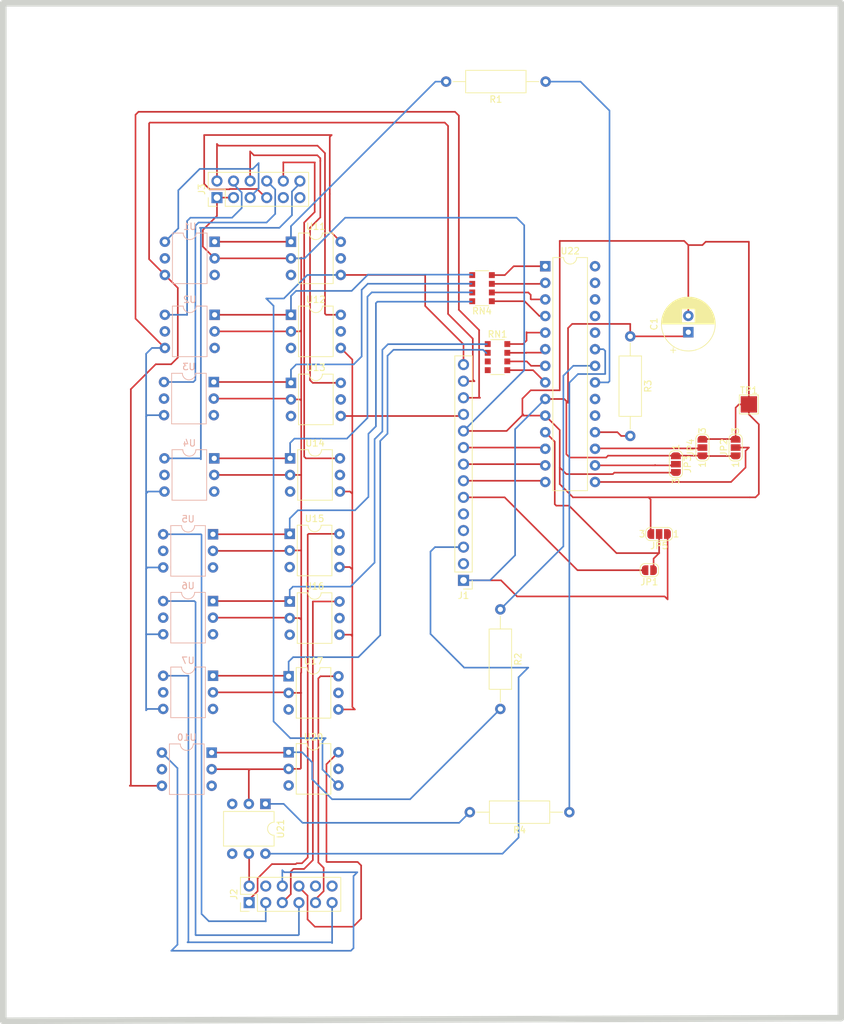
<source format=kicad_pcb>
(kicad_pcb (version 20171130) (host pcbnew "(5.1.9-0-10_14)")

  (general
    (thickness 1.6)
    (drawings 4)
    (tracks 502)
    (zones 0)
    (modules 34)
    (nets 105)
  )

  (page A4)
  (layers
    (0 F.Cu signal)
    (31 B.Cu signal)
    (32 B.Adhes user)
    (33 F.Adhes user)
    (34 B.Paste user)
    (35 F.Paste user)
    (36 B.SilkS user)
    (37 F.SilkS user)
    (38 B.Mask user)
    (39 F.Mask user)
    (40 Dwgs.User user)
    (41 Cmts.User user)
    (42 Eco1.User user)
    (43 Eco2.User user)
    (44 Edge.Cuts user)
    (45 Margin user)
    (46 B.CrtYd user)
    (47 F.CrtYd user)
    (48 B.Fab user)
    (49 F.Fab user)
  )

  (setup
    (last_trace_width 0.25)
    (trace_clearance 0.2)
    (zone_clearance 0.508)
    (zone_45_only no)
    (trace_min 0.2)
    (via_size 0.8)
    (via_drill 0.4)
    (via_min_size 0.4)
    (via_min_drill 0.3)
    (uvia_size 0.3)
    (uvia_drill 0.1)
    (uvias_allowed no)
    (uvia_min_size 0.2)
    (uvia_min_drill 0.1)
    (edge_width 0.1)
    (segment_width 0.2)
    (pcb_text_width 0.3)
    (pcb_text_size 1.5 1.5)
    (mod_edge_width 0.15)
    (mod_text_size 1 1)
    (mod_text_width 0.15)
    (pad_size 1.6 1.6)
    (pad_drill 0.8)
    (pad_to_mask_clearance 0)
    (aux_axis_origin 0 0)
    (visible_elements FFFFFF7F)
    (pcbplotparams
      (layerselection 0x010fc_ffffffff)
      (usegerberextensions false)
      (usegerberattributes true)
      (usegerberadvancedattributes true)
      (creategerberjobfile true)
      (excludeedgelayer true)
      (linewidth 0.100000)
      (plotframeref false)
      (viasonmask false)
      (mode 1)
      (useauxorigin false)
      (hpglpennumber 1)
      (hpglpenspeed 20)
      (hpglpendiameter 15.000000)
      (psnegative false)
      (psa4output false)
      (plotreference true)
      (plotvalue true)
      (plotinvisibletext false)
      (padsonsilk false)
      (subtractmaskfromsilk false)
      (outputformat 1)
      (mirror false)
      (drillshape 0)
      (scaleselection 1)
      (outputdirectory ""))
  )

  (net 0 "")
  (net 1 I-)
  (net 2 V-)
  (net 3 V+)
  (net 4 I+)
  (net 5 GND)
  (net 6 SCK)
  (net 7 MOSI)
  (net 8 MISO)
  (net 9 "Net-(J1-Pad6)")
  (net 10 SCL)
  (net 11 SDA)
  (net 12 V_D)
  (net 13 +3V3)
  (net 14 +5V)
  (net 15 ~CS)
  (net 16 A0)
  (net 17 A1)
  (net 18 A2)
  (net 19 "Net-(RN1-Pad6)")
  (net 20 "Net-(RN1-Pad5)")
  (net 21 "Net-(RN1-Pad8)")
  (net 22 "Net-(RN1-Pad7)")
  (net 23 /P6)
  (net 24 /P5)
  (net 25 /P2)
  (net 26 /P1)
  (net 27 /P4)
  (net 28 /P3)
  (net 29 "Net-(RN4-Pad3)")
  (net 30 "Net-(RN4-Pad2)")
  (net 31 "Net-(RN4-Pad4)")
  (net 32 "Net-(RN4-Pad1)")
  (net 33 /VT)
  (net 34 "Net-(U1-Pad3)")
  (net 35 "Net-(U1-Pad5)")
  (net 36 /TOP)
  (net 37 /V1)
  (net 38 "Net-(U2-Pad3)")
  (net 39 "Net-(U2-Pad5)")
  (net 40 /V2)
  (net 41 "Net-(U3-Pad3)")
  (net 42 "Net-(U3-Pad5)")
  (net 43 /V3)
  (net 44 "Net-(U4-Pad3)")
  (net 45 "Net-(U4-Pad5)")
  (net 46 /V4)
  (net 47 "Net-(U5-Pad3)")
  (net 48 "Net-(U5-Pad5)")
  (net 49 /V5)
  (net 50 "Net-(U6-Pad3)")
  (net 51 "Net-(U6-Pad5)")
  (net 52 /V6)
  (net 53 "Net-(U7-Pad3)")
  (net 54 "Net-(U7-Pad5)")
  (net 55 /VB)
  (net 56 "Net-(U10-Pad3)")
  (net 57 "Net-(U10-Pad5)")
  (net 58 /BOT)
  (net 59 /IT)
  (net 60 "Net-(U11-Pad3)")
  (net 61 "Net-(U11-Pad5)")
  (net 62 /I1)
  (net 63 "Net-(U12-Pad3)")
  (net 64 "Net-(U12-Pad5)")
  (net 65 /I2)
  (net 66 "Net-(U13-Pad3)")
  (net 67 "Net-(U13-Pad5)")
  (net 68 /I3)
  (net 69 "Net-(U14-Pad3)")
  (net 70 "Net-(U14-Pad5)")
  (net 71 /I4)
  (net 72 "Net-(U15-Pad3)")
  (net 73 "Net-(U15-Pad5)")
  (net 74 /I5)
  (net 75 "Net-(U16-Pad3)")
  (net 76 "Net-(U16-Pad5)")
  (net 77 /I6)
  (net 78 "Net-(U17-Pad3)")
  (net 79 "Net-(U17-Pad5)")
  (net 80 /IB)
  (net 81 "Net-(U20-Pad3)")
  (net 82 "Net-(U20-Pad5)")
  (net 83 "Net-(U21-Pad3)")
  (net 84 /RSense)
  (net 85 "Net-(U21-Pad4)")
  (net 86 /V_D_EN)
  (net 87 "Net-(U22-Pad28)")
  (net 88 "Net-(U22-Pad27)")
  (net 89 "Net-(U22-Pad26)")
  (net 90 "Net-(U22-Pad25)")
  (net 91 "Net-(U22-Pad24)")
  (net 92 "Net-(R4-Pad1)")
  (net 93 "Net-(R2-Pad1)")
  (net 94 "Net-(R1-Pad1)")
  (net 95 "Net-(U22-Pad20)")
  (net 96 "Net-(U22-Pad19)")
  (net 97 "Net-(R3-Pad2)")
  (net 98 "Net-(J2-Pad4)")
  (net 99 "Net-(J2-Pad10)")
  (net 100 "Net-(J2-Pad12)")
  (net 101 "Net-(J3-Pad11)")
  (net 102 "Net-(J3-Pad9)")
  (net 103 "Net-(RN1-Pad3)")
  (net 104 "Net-(RN1-Pad4)")

  (net_class Default "This is the default net class."
    (clearance 0.2)
    (trace_width 0.25)
    (via_dia 0.8)
    (via_drill 0.4)
    (uvia_dia 0.3)
    (uvia_drill 0.1)
    (add_net +3V3)
    (add_net +5V)
    (add_net /BOT)
    (add_net /I1)
    (add_net /I2)
    (add_net /I3)
    (add_net /I4)
    (add_net /I5)
    (add_net /I6)
    (add_net /IB)
    (add_net /IT)
    (add_net /P1)
    (add_net /P2)
    (add_net /P3)
    (add_net /P4)
    (add_net /P5)
    (add_net /P6)
    (add_net /RSense)
    (add_net /TOP)
    (add_net /V1)
    (add_net /V2)
    (add_net /V3)
    (add_net /V4)
    (add_net /V5)
    (add_net /V6)
    (add_net /VB)
    (add_net /VT)
    (add_net /V_D_EN)
    (add_net A0)
    (add_net A1)
    (add_net A2)
    (add_net GND)
    (add_net I+)
    (add_net I-)
    (add_net MISO)
    (add_net MOSI)
    (add_net "Net-(J1-Pad6)")
    (add_net "Net-(J2-Pad10)")
    (add_net "Net-(J2-Pad12)")
    (add_net "Net-(J2-Pad4)")
    (add_net "Net-(J3-Pad11)")
    (add_net "Net-(J3-Pad9)")
    (add_net "Net-(R1-Pad1)")
    (add_net "Net-(R2-Pad1)")
    (add_net "Net-(R3-Pad2)")
    (add_net "Net-(R4-Pad1)")
    (add_net "Net-(RN1-Pad3)")
    (add_net "Net-(RN1-Pad4)")
    (add_net "Net-(RN1-Pad5)")
    (add_net "Net-(RN1-Pad6)")
    (add_net "Net-(RN1-Pad7)")
    (add_net "Net-(RN1-Pad8)")
    (add_net "Net-(RN4-Pad1)")
    (add_net "Net-(RN4-Pad2)")
    (add_net "Net-(RN4-Pad3)")
    (add_net "Net-(RN4-Pad4)")
    (add_net "Net-(U1-Pad3)")
    (add_net "Net-(U1-Pad5)")
    (add_net "Net-(U10-Pad3)")
    (add_net "Net-(U10-Pad5)")
    (add_net "Net-(U11-Pad3)")
    (add_net "Net-(U11-Pad5)")
    (add_net "Net-(U12-Pad3)")
    (add_net "Net-(U12-Pad5)")
    (add_net "Net-(U13-Pad3)")
    (add_net "Net-(U13-Pad5)")
    (add_net "Net-(U14-Pad3)")
    (add_net "Net-(U14-Pad5)")
    (add_net "Net-(U15-Pad3)")
    (add_net "Net-(U15-Pad5)")
    (add_net "Net-(U16-Pad3)")
    (add_net "Net-(U16-Pad5)")
    (add_net "Net-(U17-Pad3)")
    (add_net "Net-(U17-Pad5)")
    (add_net "Net-(U2-Pad3)")
    (add_net "Net-(U2-Pad5)")
    (add_net "Net-(U20-Pad3)")
    (add_net "Net-(U20-Pad5)")
    (add_net "Net-(U21-Pad3)")
    (add_net "Net-(U21-Pad4)")
    (add_net "Net-(U22-Pad19)")
    (add_net "Net-(U22-Pad20)")
    (add_net "Net-(U22-Pad24)")
    (add_net "Net-(U22-Pad25)")
    (add_net "Net-(U22-Pad26)")
    (add_net "Net-(U22-Pad27)")
    (add_net "Net-(U22-Pad28)")
    (add_net "Net-(U3-Pad3)")
    (add_net "Net-(U3-Pad5)")
    (add_net "Net-(U4-Pad3)")
    (add_net "Net-(U4-Pad5)")
    (add_net "Net-(U5-Pad3)")
    (add_net "Net-(U5-Pad5)")
    (add_net "Net-(U6-Pad3)")
    (add_net "Net-(U6-Pad5)")
    (add_net "Net-(U7-Pad3)")
    (add_net "Net-(U7-Pad5)")
    (add_net SCK)
    (add_net SCL)
    (add_net SDA)
    (add_net V+)
    (add_net V-)
    (add_net V_D)
    (add_net ~CS)
  )

  (module Capacitor_THT:CP_Radial_D8.0mm_P2.50mm (layer F.Cu) (tedit 5AE50EF0) (tstamp 602822D7)
    (at -185.039 124.079 90)
    (descr "CP, Radial series, Radial, pin pitch=2.50mm, , diameter=8mm, Electrolytic Capacitor")
    (tags "CP Radial series Radial pin pitch 2.50mm  diameter 8mm Electrolytic Capacitor")
    (path /59B1BF3F)
    (fp_text reference C1 (at 1.25 -5.25 90) (layer F.SilkS)
      (effects (font (size 1 1) (thickness 0.15)))
    )
    (fp_text value 0.1uF (at 1.25 5.25 90) (layer F.Fab)
      (effects (font (size 1 1) (thickness 0.15)))
    )
    (fp_circle (center 1.25 0) (end 5.25 0) (layer F.Fab) (width 0.1))
    (fp_circle (center 1.25 0) (end 5.37 0) (layer F.SilkS) (width 0.12))
    (fp_circle (center 1.25 0) (end 5.5 0) (layer F.CrtYd) (width 0.05))
    (fp_line (start -2.176759 -1.7475) (end -1.376759 -1.7475) (layer F.Fab) (width 0.1))
    (fp_line (start -1.776759 -2.1475) (end -1.776759 -1.3475) (layer F.Fab) (width 0.1))
    (fp_line (start 1.25 -4.08) (end 1.25 4.08) (layer F.SilkS) (width 0.12))
    (fp_line (start 1.29 -4.08) (end 1.29 4.08) (layer F.SilkS) (width 0.12))
    (fp_line (start 1.33 -4.08) (end 1.33 4.08) (layer F.SilkS) (width 0.12))
    (fp_line (start 1.37 -4.079) (end 1.37 4.079) (layer F.SilkS) (width 0.12))
    (fp_line (start 1.41 -4.077) (end 1.41 4.077) (layer F.SilkS) (width 0.12))
    (fp_line (start 1.45 -4.076) (end 1.45 4.076) (layer F.SilkS) (width 0.12))
    (fp_line (start 1.49 -4.074) (end 1.49 -1.04) (layer F.SilkS) (width 0.12))
    (fp_line (start 1.49 1.04) (end 1.49 4.074) (layer F.SilkS) (width 0.12))
    (fp_line (start 1.53 -4.071) (end 1.53 -1.04) (layer F.SilkS) (width 0.12))
    (fp_line (start 1.53 1.04) (end 1.53 4.071) (layer F.SilkS) (width 0.12))
    (fp_line (start 1.57 -4.068) (end 1.57 -1.04) (layer F.SilkS) (width 0.12))
    (fp_line (start 1.57 1.04) (end 1.57 4.068) (layer F.SilkS) (width 0.12))
    (fp_line (start 1.61 -4.065) (end 1.61 -1.04) (layer F.SilkS) (width 0.12))
    (fp_line (start 1.61 1.04) (end 1.61 4.065) (layer F.SilkS) (width 0.12))
    (fp_line (start 1.65 -4.061) (end 1.65 -1.04) (layer F.SilkS) (width 0.12))
    (fp_line (start 1.65 1.04) (end 1.65 4.061) (layer F.SilkS) (width 0.12))
    (fp_line (start 1.69 -4.057) (end 1.69 -1.04) (layer F.SilkS) (width 0.12))
    (fp_line (start 1.69 1.04) (end 1.69 4.057) (layer F.SilkS) (width 0.12))
    (fp_line (start 1.73 -4.052) (end 1.73 -1.04) (layer F.SilkS) (width 0.12))
    (fp_line (start 1.73 1.04) (end 1.73 4.052) (layer F.SilkS) (width 0.12))
    (fp_line (start 1.77 -4.048) (end 1.77 -1.04) (layer F.SilkS) (width 0.12))
    (fp_line (start 1.77 1.04) (end 1.77 4.048) (layer F.SilkS) (width 0.12))
    (fp_line (start 1.81 -4.042) (end 1.81 -1.04) (layer F.SilkS) (width 0.12))
    (fp_line (start 1.81 1.04) (end 1.81 4.042) (layer F.SilkS) (width 0.12))
    (fp_line (start 1.85 -4.037) (end 1.85 -1.04) (layer F.SilkS) (width 0.12))
    (fp_line (start 1.85 1.04) (end 1.85 4.037) (layer F.SilkS) (width 0.12))
    (fp_line (start 1.89 -4.03) (end 1.89 -1.04) (layer F.SilkS) (width 0.12))
    (fp_line (start 1.89 1.04) (end 1.89 4.03) (layer F.SilkS) (width 0.12))
    (fp_line (start 1.93 -4.024) (end 1.93 -1.04) (layer F.SilkS) (width 0.12))
    (fp_line (start 1.93 1.04) (end 1.93 4.024) (layer F.SilkS) (width 0.12))
    (fp_line (start 1.971 -4.017) (end 1.971 -1.04) (layer F.SilkS) (width 0.12))
    (fp_line (start 1.971 1.04) (end 1.971 4.017) (layer F.SilkS) (width 0.12))
    (fp_line (start 2.011 -4.01) (end 2.011 -1.04) (layer F.SilkS) (width 0.12))
    (fp_line (start 2.011 1.04) (end 2.011 4.01) (layer F.SilkS) (width 0.12))
    (fp_line (start 2.051 -4.002) (end 2.051 -1.04) (layer F.SilkS) (width 0.12))
    (fp_line (start 2.051 1.04) (end 2.051 4.002) (layer F.SilkS) (width 0.12))
    (fp_line (start 2.091 -3.994) (end 2.091 -1.04) (layer F.SilkS) (width 0.12))
    (fp_line (start 2.091 1.04) (end 2.091 3.994) (layer F.SilkS) (width 0.12))
    (fp_line (start 2.131 -3.985) (end 2.131 -1.04) (layer F.SilkS) (width 0.12))
    (fp_line (start 2.131 1.04) (end 2.131 3.985) (layer F.SilkS) (width 0.12))
    (fp_line (start 2.171 -3.976) (end 2.171 -1.04) (layer F.SilkS) (width 0.12))
    (fp_line (start 2.171 1.04) (end 2.171 3.976) (layer F.SilkS) (width 0.12))
    (fp_line (start 2.211 -3.967) (end 2.211 -1.04) (layer F.SilkS) (width 0.12))
    (fp_line (start 2.211 1.04) (end 2.211 3.967) (layer F.SilkS) (width 0.12))
    (fp_line (start 2.251 -3.957) (end 2.251 -1.04) (layer F.SilkS) (width 0.12))
    (fp_line (start 2.251 1.04) (end 2.251 3.957) (layer F.SilkS) (width 0.12))
    (fp_line (start 2.291 -3.947) (end 2.291 -1.04) (layer F.SilkS) (width 0.12))
    (fp_line (start 2.291 1.04) (end 2.291 3.947) (layer F.SilkS) (width 0.12))
    (fp_line (start 2.331 -3.936) (end 2.331 -1.04) (layer F.SilkS) (width 0.12))
    (fp_line (start 2.331 1.04) (end 2.331 3.936) (layer F.SilkS) (width 0.12))
    (fp_line (start 2.371 -3.925) (end 2.371 -1.04) (layer F.SilkS) (width 0.12))
    (fp_line (start 2.371 1.04) (end 2.371 3.925) (layer F.SilkS) (width 0.12))
    (fp_line (start 2.411 -3.914) (end 2.411 -1.04) (layer F.SilkS) (width 0.12))
    (fp_line (start 2.411 1.04) (end 2.411 3.914) (layer F.SilkS) (width 0.12))
    (fp_line (start 2.451 -3.902) (end 2.451 -1.04) (layer F.SilkS) (width 0.12))
    (fp_line (start 2.451 1.04) (end 2.451 3.902) (layer F.SilkS) (width 0.12))
    (fp_line (start 2.491 -3.889) (end 2.491 -1.04) (layer F.SilkS) (width 0.12))
    (fp_line (start 2.491 1.04) (end 2.491 3.889) (layer F.SilkS) (width 0.12))
    (fp_line (start 2.531 -3.877) (end 2.531 -1.04) (layer F.SilkS) (width 0.12))
    (fp_line (start 2.531 1.04) (end 2.531 3.877) (layer F.SilkS) (width 0.12))
    (fp_line (start 2.571 -3.863) (end 2.571 -1.04) (layer F.SilkS) (width 0.12))
    (fp_line (start 2.571 1.04) (end 2.571 3.863) (layer F.SilkS) (width 0.12))
    (fp_line (start 2.611 -3.85) (end 2.611 -1.04) (layer F.SilkS) (width 0.12))
    (fp_line (start 2.611 1.04) (end 2.611 3.85) (layer F.SilkS) (width 0.12))
    (fp_line (start 2.651 -3.835) (end 2.651 -1.04) (layer F.SilkS) (width 0.12))
    (fp_line (start 2.651 1.04) (end 2.651 3.835) (layer F.SilkS) (width 0.12))
    (fp_line (start 2.691 -3.821) (end 2.691 -1.04) (layer F.SilkS) (width 0.12))
    (fp_line (start 2.691 1.04) (end 2.691 3.821) (layer F.SilkS) (width 0.12))
    (fp_line (start 2.731 -3.805) (end 2.731 -1.04) (layer F.SilkS) (width 0.12))
    (fp_line (start 2.731 1.04) (end 2.731 3.805) (layer F.SilkS) (width 0.12))
    (fp_line (start 2.771 -3.79) (end 2.771 -1.04) (layer F.SilkS) (width 0.12))
    (fp_line (start 2.771 1.04) (end 2.771 3.79) (layer F.SilkS) (width 0.12))
    (fp_line (start 2.811 -3.774) (end 2.811 -1.04) (layer F.SilkS) (width 0.12))
    (fp_line (start 2.811 1.04) (end 2.811 3.774) (layer F.SilkS) (width 0.12))
    (fp_line (start 2.851 -3.757) (end 2.851 -1.04) (layer F.SilkS) (width 0.12))
    (fp_line (start 2.851 1.04) (end 2.851 3.757) (layer F.SilkS) (width 0.12))
    (fp_line (start 2.891 -3.74) (end 2.891 -1.04) (layer F.SilkS) (width 0.12))
    (fp_line (start 2.891 1.04) (end 2.891 3.74) (layer F.SilkS) (width 0.12))
    (fp_line (start 2.931 -3.722) (end 2.931 -1.04) (layer F.SilkS) (width 0.12))
    (fp_line (start 2.931 1.04) (end 2.931 3.722) (layer F.SilkS) (width 0.12))
    (fp_line (start 2.971 -3.704) (end 2.971 -1.04) (layer F.SilkS) (width 0.12))
    (fp_line (start 2.971 1.04) (end 2.971 3.704) (layer F.SilkS) (width 0.12))
    (fp_line (start 3.011 -3.686) (end 3.011 -1.04) (layer F.SilkS) (width 0.12))
    (fp_line (start 3.011 1.04) (end 3.011 3.686) (layer F.SilkS) (width 0.12))
    (fp_line (start 3.051 -3.666) (end 3.051 -1.04) (layer F.SilkS) (width 0.12))
    (fp_line (start 3.051 1.04) (end 3.051 3.666) (layer F.SilkS) (width 0.12))
    (fp_line (start 3.091 -3.647) (end 3.091 -1.04) (layer F.SilkS) (width 0.12))
    (fp_line (start 3.091 1.04) (end 3.091 3.647) (layer F.SilkS) (width 0.12))
    (fp_line (start 3.131 -3.627) (end 3.131 -1.04) (layer F.SilkS) (width 0.12))
    (fp_line (start 3.131 1.04) (end 3.131 3.627) (layer F.SilkS) (width 0.12))
    (fp_line (start 3.171 -3.606) (end 3.171 -1.04) (layer F.SilkS) (width 0.12))
    (fp_line (start 3.171 1.04) (end 3.171 3.606) (layer F.SilkS) (width 0.12))
    (fp_line (start 3.211 -3.584) (end 3.211 -1.04) (layer F.SilkS) (width 0.12))
    (fp_line (start 3.211 1.04) (end 3.211 3.584) (layer F.SilkS) (width 0.12))
    (fp_line (start 3.251 -3.562) (end 3.251 -1.04) (layer F.SilkS) (width 0.12))
    (fp_line (start 3.251 1.04) (end 3.251 3.562) (layer F.SilkS) (width 0.12))
    (fp_line (start 3.291 -3.54) (end 3.291 -1.04) (layer F.SilkS) (width 0.12))
    (fp_line (start 3.291 1.04) (end 3.291 3.54) (layer F.SilkS) (width 0.12))
    (fp_line (start 3.331 -3.517) (end 3.331 -1.04) (layer F.SilkS) (width 0.12))
    (fp_line (start 3.331 1.04) (end 3.331 3.517) (layer F.SilkS) (width 0.12))
    (fp_line (start 3.371 -3.493) (end 3.371 -1.04) (layer F.SilkS) (width 0.12))
    (fp_line (start 3.371 1.04) (end 3.371 3.493) (layer F.SilkS) (width 0.12))
    (fp_line (start 3.411 -3.469) (end 3.411 -1.04) (layer F.SilkS) (width 0.12))
    (fp_line (start 3.411 1.04) (end 3.411 3.469) (layer F.SilkS) (width 0.12))
    (fp_line (start 3.451 -3.444) (end 3.451 -1.04) (layer F.SilkS) (width 0.12))
    (fp_line (start 3.451 1.04) (end 3.451 3.444) (layer F.SilkS) (width 0.12))
    (fp_line (start 3.491 -3.418) (end 3.491 -1.04) (layer F.SilkS) (width 0.12))
    (fp_line (start 3.491 1.04) (end 3.491 3.418) (layer F.SilkS) (width 0.12))
    (fp_line (start 3.531 -3.392) (end 3.531 -1.04) (layer F.SilkS) (width 0.12))
    (fp_line (start 3.531 1.04) (end 3.531 3.392) (layer F.SilkS) (width 0.12))
    (fp_line (start 3.571 -3.365) (end 3.571 3.365) (layer F.SilkS) (width 0.12))
    (fp_line (start 3.611 -3.338) (end 3.611 3.338) (layer F.SilkS) (width 0.12))
    (fp_line (start 3.651 -3.309) (end 3.651 3.309) (layer F.SilkS) (width 0.12))
    (fp_line (start 3.691 -3.28) (end 3.691 3.28) (layer F.SilkS) (width 0.12))
    (fp_line (start 3.731 -3.25) (end 3.731 3.25) (layer F.SilkS) (width 0.12))
    (fp_line (start 3.771 -3.22) (end 3.771 3.22) (layer F.SilkS) (width 0.12))
    (fp_line (start 3.811 -3.189) (end 3.811 3.189) (layer F.SilkS) (width 0.12))
    (fp_line (start 3.851 -3.156) (end 3.851 3.156) (layer F.SilkS) (width 0.12))
    (fp_line (start 3.891 -3.124) (end 3.891 3.124) (layer F.SilkS) (width 0.12))
    (fp_line (start 3.931 -3.09) (end 3.931 3.09) (layer F.SilkS) (width 0.12))
    (fp_line (start 3.971 -3.055) (end 3.971 3.055) (layer F.SilkS) (width 0.12))
    (fp_line (start 4.011 -3.019) (end 4.011 3.019) (layer F.SilkS) (width 0.12))
    (fp_line (start 4.051 -2.983) (end 4.051 2.983) (layer F.SilkS) (width 0.12))
    (fp_line (start 4.091 -2.945) (end 4.091 2.945) (layer F.SilkS) (width 0.12))
    (fp_line (start 4.131 -2.907) (end 4.131 2.907) (layer F.SilkS) (width 0.12))
    (fp_line (start 4.171 -2.867) (end 4.171 2.867) (layer F.SilkS) (width 0.12))
    (fp_line (start 4.211 -2.826) (end 4.211 2.826) (layer F.SilkS) (width 0.12))
    (fp_line (start 4.251 -2.784) (end 4.251 2.784) (layer F.SilkS) (width 0.12))
    (fp_line (start 4.291 -2.741) (end 4.291 2.741) (layer F.SilkS) (width 0.12))
    (fp_line (start 4.331 -2.697) (end 4.331 2.697) (layer F.SilkS) (width 0.12))
    (fp_line (start 4.371 -2.651) (end 4.371 2.651) (layer F.SilkS) (width 0.12))
    (fp_line (start 4.411 -2.604) (end 4.411 2.604) (layer F.SilkS) (width 0.12))
    (fp_line (start 4.451 -2.556) (end 4.451 2.556) (layer F.SilkS) (width 0.12))
    (fp_line (start 4.491 -2.505) (end 4.491 2.505) (layer F.SilkS) (width 0.12))
    (fp_line (start 4.531 -2.454) (end 4.531 2.454) (layer F.SilkS) (width 0.12))
    (fp_line (start 4.571 -2.4) (end 4.571 2.4) (layer F.SilkS) (width 0.12))
    (fp_line (start 4.611 -2.345) (end 4.611 2.345) (layer F.SilkS) (width 0.12))
    (fp_line (start 4.651 -2.287) (end 4.651 2.287) (layer F.SilkS) (width 0.12))
    (fp_line (start 4.691 -2.228) (end 4.691 2.228) (layer F.SilkS) (width 0.12))
    (fp_line (start 4.731 -2.166) (end 4.731 2.166) (layer F.SilkS) (width 0.12))
    (fp_line (start 4.771 -2.102) (end 4.771 2.102) (layer F.SilkS) (width 0.12))
    (fp_line (start 4.811 -2.034) (end 4.811 2.034) (layer F.SilkS) (width 0.12))
    (fp_line (start 4.851 -1.964) (end 4.851 1.964) (layer F.SilkS) (width 0.12))
    (fp_line (start 4.891 -1.89) (end 4.891 1.89) (layer F.SilkS) (width 0.12))
    (fp_line (start 4.931 -1.813) (end 4.931 1.813) (layer F.SilkS) (width 0.12))
    (fp_line (start 4.971 -1.731) (end 4.971 1.731) (layer F.SilkS) (width 0.12))
    (fp_line (start 5.011 -1.645) (end 5.011 1.645) (layer F.SilkS) (width 0.12))
    (fp_line (start 5.051 -1.552) (end 5.051 1.552) (layer F.SilkS) (width 0.12))
    (fp_line (start 5.091 -1.453) (end 5.091 1.453) (layer F.SilkS) (width 0.12))
    (fp_line (start 5.131 -1.346) (end 5.131 1.346) (layer F.SilkS) (width 0.12))
    (fp_line (start 5.171 -1.229) (end 5.171 1.229) (layer F.SilkS) (width 0.12))
    (fp_line (start 5.211 -1.098) (end 5.211 1.098) (layer F.SilkS) (width 0.12))
    (fp_line (start 5.251 -0.948) (end 5.251 0.948) (layer F.SilkS) (width 0.12))
    (fp_line (start 5.291 -0.768) (end 5.291 0.768) (layer F.SilkS) (width 0.12))
    (fp_line (start 5.331 -0.533) (end 5.331 0.533) (layer F.SilkS) (width 0.12))
    (fp_line (start -3.159698 -2.315) (end -2.359698 -2.315) (layer F.SilkS) (width 0.12))
    (fp_line (start -2.759698 -2.715) (end -2.759698 -1.915) (layer F.SilkS) (width 0.12))
    (fp_text user %R (at 1.25 0 90) (layer F.Fab)
      (effects (font (size 1 1) (thickness 0.15)))
    )
    (pad 1 thru_hole rect (at 0 0 90) (size 1.6 1.6) (drill 0.8) (layers *.Cu *.Mask)
      (net 14 +5V))
    (pad 2 thru_hole circle (at 2.5 0 90) (size 1.6 1.6) (drill 0.8) (layers *.Cu *.Mask)
      (net 5 GND))
    (model ${KISYS3DMOD}/Capacitor_THT.3dshapes/CP_Radial_D8.0mm_P2.50mm.wrl
      (at (xyz 0 0 0))
      (scale (xyz 1 1 1))
      (rotate (xyz 0 0 0))
    )
  )

  (module Connector_PinHeader_2.54mm:PinHeader_1x14_P2.54mm_Vertical (layer F.Cu) (tedit 59FED5CC) (tstamp 602822F9)
    (at -219.456 162.052 180)
    (descr "Through hole straight pin header, 1x14, 2.54mm pitch, single row")
    (tags "Through hole pin header THT 1x14 2.54mm single row")
    (path /59B2F947)
    (fp_text reference J1 (at 0 -2.33 180) (layer F.SilkS)
      (effects (font (size 1 1) (thickness 0.15)))
    )
    (fp_text value Conn_01x14 (at 0 35.35 180) (layer F.Fab)
      (effects (font (size 1 1) (thickness 0.15)))
    )
    (fp_line (start -0.635 -1.27) (end 1.27 -1.27) (layer F.Fab) (width 0.1))
    (fp_line (start 1.27 -1.27) (end 1.27 34.29) (layer F.Fab) (width 0.1))
    (fp_line (start 1.27 34.29) (end -1.27 34.29) (layer F.Fab) (width 0.1))
    (fp_line (start -1.27 34.29) (end -1.27 -0.635) (layer F.Fab) (width 0.1))
    (fp_line (start -1.27 -0.635) (end -0.635 -1.27) (layer F.Fab) (width 0.1))
    (fp_line (start -1.33 34.35) (end 1.33 34.35) (layer F.SilkS) (width 0.12))
    (fp_line (start -1.33 1.27) (end -1.33 34.35) (layer F.SilkS) (width 0.12))
    (fp_line (start 1.33 1.27) (end 1.33 34.35) (layer F.SilkS) (width 0.12))
    (fp_line (start -1.33 1.27) (end 1.33 1.27) (layer F.SilkS) (width 0.12))
    (fp_line (start -1.33 0) (end -1.33 -1.33) (layer F.SilkS) (width 0.12))
    (fp_line (start -1.33 -1.33) (end 0 -1.33) (layer F.SilkS) (width 0.12))
    (fp_line (start -1.8 -1.8) (end -1.8 34.8) (layer F.CrtYd) (width 0.05))
    (fp_line (start -1.8 34.8) (end 1.8 34.8) (layer F.CrtYd) (width 0.05))
    (fp_line (start 1.8 34.8) (end 1.8 -1.8) (layer F.CrtYd) (width 0.05))
    (fp_line (start 1.8 -1.8) (end -1.8 -1.8) (layer F.CrtYd) (width 0.05))
    (fp_text user %R (at 0 16.51 270) (layer F.Fab)
      (effects (font (size 1 1) (thickness 0.15)))
    )
    (pad 1 thru_hole rect (at 0 0 180) (size 1.7 1.7) (drill 1) (layers *.Cu *.Mask)
      (net 14 +5V))
    (pad 2 thru_hole oval (at 0 2.54 180) (size 1.7 1.7) (drill 1) (layers *.Cu *.Mask)
      (net 13 +3V3))
    (pad 3 thru_hole oval (at 0 5.08 180) (size 1.7 1.7) (drill 1) (layers *.Cu *.Mask)
      (net 12 V_D))
    (pad 4 thru_hole oval (at 0 7.62 180) (size 1.7 1.7) (drill 1) (layers *.Cu *.Mask)
      (net 11 SDA))
    (pad 5 thru_hole oval (at 0 10.16 180) (size 1.7 1.7) (drill 1) (layers *.Cu *.Mask)
      (net 10 SCL))
    (pad 6 thru_hole oval (at 0 12.7 180) (size 1.7 1.7) (drill 1) (layers *.Cu *.Mask)
      (net 9 "Net-(J1-Pad6)"))
    (pad 7 thru_hole oval (at 0 15.24 180) (size 1.7 1.7) (drill 1) (layers *.Cu *.Mask)
      (net 8 MISO))
    (pad 8 thru_hole oval (at 0 17.78 180) (size 1.7 1.7) (drill 1) (layers *.Cu *.Mask)
      (net 7 MOSI))
    (pad 9 thru_hole oval (at 0 20.32 180) (size 1.7 1.7) (drill 1) (layers *.Cu *.Mask)
      (net 6 SCK))
    (pad 10 thru_hole oval (at 0 22.86 180) (size 1.7 1.7) (drill 1) (layers *.Cu *.Mask)
      (net 5 GND))
    (pad 11 thru_hole oval (at 0 25.4 180) (size 1.7 1.7) (drill 1) (layers *.Cu *.Mask)
      (net 4 I+))
    (pad 12 thru_hole oval (at 0 27.94 180) (size 1.7 1.7) (drill 1) (layers *.Cu *.Mask)
      (net 3 V+))
    (pad 13 thru_hole oval (at 0 30.48 180) (size 1.7 1.7) (drill 1) (layers *.Cu *.Mask)
      (net 2 V-))
    (pad 14 thru_hole oval (at 0 33.02 180) (size 1.7 1.7) (drill 1) (layers *.Cu *.Mask)
      (net 1 I-))
    (model ${KISYS3DMOD}/Connector_PinHeader_2.54mm.3dshapes/PinHeader_1x14_P2.54mm_Vertical.wrl
      (at (xyz 0 0 0))
      (scale (xyz 1 1 1))
      (rotate (xyz 0 0 0))
    )
  )

  (module Connector_PinHeader_2.54mm:PinHeader_2x06_P2.54mm_Vertical (layer F.Cu) (tedit 59FED5CC) (tstamp 6028231B)
    (at -252.2728 211.3788 90)
    (descr "Through hole straight pin header, 2x06, 2.54mm pitch, double rows")
    (tags "Through hole pin header THT 2x06 2.54mm double row")
    (path /59B181A3)
    (fp_text reference J2 (at 1.27 -2.33 90) (layer F.SilkS)
      (effects (font (size 1 1) (thickness 0.15)))
    )
    (fp_text value Conn_02x06_Odd_Even (at 1.27 15.03 90) (layer F.Fab)
      (effects (font (size 1 1) (thickness 0.15)))
    )
    (fp_line (start 0 -1.27) (end 3.81 -1.27) (layer F.Fab) (width 0.1))
    (fp_line (start 3.81 -1.27) (end 3.81 13.97) (layer F.Fab) (width 0.1))
    (fp_line (start 3.81 13.97) (end -1.27 13.97) (layer F.Fab) (width 0.1))
    (fp_line (start -1.27 13.97) (end -1.27 0) (layer F.Fab) (width 0.1))
    (fp_line (start -1.27 0) (end 0 -1.27) (layer F.Fab) (width 0.1))
    (fp_line (start -1.33 14.03) (end 3.87 14.03) (layer F.SilkS) (width 0.12))
    (fp_line (start -1.33 1.27) (end -1.33 14.03) (layer F.SilkS) (width 0.12))
    (fp_line (start 3.87 -1.33) (end 3.87 14.03) (layer F.SilkS) (width 0.12))
    (fp_line (start -1.33 1.27) (end 1.27 1.27) (layer F.SilkS) (width 0.12))
    (fp_line (start 1.27 1.27) (end 1.27 -1.33) (layer F.SilkS) (width 0.12))
    (fp_line (start 1.27 -1.33) (end 3.87 -1.33) (layer F.SilkS) (width 0.12))
    (fp_line (start -1.33 0) (end -1.33 -1.33) (layer F.SilkS) (width 0.12))
    (fp_line (start -1.33 -1.33) (end 0 -1.33) (layer F.SilkS) (width 0.12))
    (fp_line (start -1.8 -1.8) (end -1.8 14.5) (layer F.CrtYd) (width 0.05))
    (fp_line (start -1.8 14.5) (end 4.35 14.5) (layer F.CrtYd) (width 0.05))
    (fp_line (start 4.35 14.5) (end 4.35 -1.8) (layer F.CrtYd) (width 0.05))
    (fp_line (start 4.35 -1.8) (end -1.8 -1.8) (layer F.CrtYd) (width 0.05))
    (fp_text user %R (at 1.27 6.35 180) (layer F.Fab)
      (effects (font (size 1 1) (thickness 0.15)))
    )
    (pad 1 thru_hole rect (at 0 0 90) (size 1.7 1.7) (drill 1) (layers *.Cu *.Mask)
      (net 71 /I4))
    (pad 2 thru_hole oval (at 2.54 0 90) (size 1.7 1.7) (drill 1) (layers *.Cu *.Mask)
      (net 84 /RSense))
    (pad 3 thru_hole oval (at 0 2.54 90) (size 1.7 1.7) (drill 1) (layers *.Cu *.Mask)
      (net 46 /V4))
    (pad 4 thru_hole oval (at 2.54 2.54 90) (size 1.7 1.7) (drill 1) (layers *.Cu *.Mask)
      (net 98 "Net-(J2-Pad4)"))
    (pad 5 thru_hole oval (at 0 5.08 90) (size 1.7 1.7) (drill 1) (layers *.Cu *.Mask)
      (net 74 /I5))
    (pad 6 thru_hole oval (at 2.54 5.08 90) (size 1.7 1.7) (drill 1) (layers *.Cu *.Mask)
      (net 55 /VB))
    (pad 7 thru_hole oval (at 0 7.62 90) (size 1.7 1.7) (drill 1) (layers *.Cu *.Mask)
      (net 49 /V5))
    (pad 8 thru_hole oval (at 2.54 7.62 90) (size 1.7 1.7) (drill 1) (layers *.Cu *.Mask)
      (net 80 /IB))
    (pad 9 thru_hole oval (at 0 10.16 90) (size 1.7 1.7) (drill 1) (layers *.Cu *.Mask)
      (net 77 /I6))
    (pad 10 thru_hole oval (at 2.54 10.16 90) (size 1.7 1.7) (drill 1) (layers *.Cu *.Mask)
      (net 99 "Net-(J2-Pad10)"))
    (pad 11 thru_hole oval (at 0 12.7 90) (size 1.7 1.7) (drill 1) (layers *.Cu *.Mask)
      (net 52 /V6))
    (pad 12 thru_hole oval (at 2.54 12.7 90) (size 1.7 1.7) (drill 1) (layers *.Cu *.Mask)
      (net 100 "Net-(J2-Pad12)"))
    (model ${KISYS3DMOD}/Connector_PinHeader_2.54mm.3dshapes/PinHeader_2x06_P2.54mm_Vertical.wrl
      (at (xyz 0 0 0))
      (scale (xyz 1 1 1))
      (rotate (xyz 0 0 0))
    )
  )

  (module Connector_PinHeader_2.54mm:PinHeader_2x06_P2.54mm_Vertical (layer F.Cu) (tedit 59FED5CC) (tstamp 6028233D)
    (at -257.2004 103.4796 90)
    (descr "Through hole straight pin header, 2x06, 2.54mm pitch, double rows")
    (tags "Through hole pin header THT 2x06 2.54mm double row")
    (path /59B18DF3)
    (fp_text reference J3 (at 1.27 -2.33 90) (layer F.SilkS)
      (effects (font (size 1 1) (thickness 0.15)))
    )
    (fp_text value Conn_02x06_Odd_Even (at 1.27 15.03 90) (layer F.Fab)
      (effects (font (size 1 1) (thickness 0.15)))
    )
    (fp_line (start 4.35 -1.8) (end -1.8 -1.8) (layer F.CrtYd) (width 0.05))
    (fp_line (start 4.35 14.5) (end 4.35 -1.8) (layer F.CrtYd) (width 0.05))
    (fp_line (start -1.8 14.5) (end 4.35 14.5) (layer F.CrtYd) (width 0.05))
    (fp_line (start -1.8 -1.8) (end -1.8 14.5) (layer F.CrtYd) (width 0.05))
    (fp_line (start -1.33 -1.33) (end 0 -1.33) (layer F.SilkS) (width 0.12))
    (fp_line (start -1.33 0) (end -1.33 -1.33) (layer F.SilkS) (width 0.12))
    (fp_line (start 1.27 -1.33) (end 3.87 -1.33) (layer F.SilkS) (width 0.12))
    (fp_line (start 1.27 1.27) (end 1.27 -1.33) (layer F.SilkS) (width 0.12))
    (fp_line (start -1.33 1.27) (end 1.27 1.27) (layer F.SilkS) (width 0.12))
    (fp_line (start 3.87 -1.33) (end 3.87 14.03) (layer F.SilkS) (width 0.12))
    (fp_line (start -1.33 1.27) (end -1.33 14.03) (layer F.SilkS) (width 0.12))
    (fp_line (start -1.33 14.03) (end 3.87 14.03) (layer F.SilkS) (width 0.12))
    (fp_line (start -1.27 0) (end 0 -1.27) (layer F.Fab) (width 0.1))
    (fp_line (start -1.27 13.97) (end -1.27 0) (layer F.Fab) (width 0.1))
    (fp_line (start 3.81 13.97) (end -1.27 13.97) (layer F.Fab) (width 0.1))
    (fp_line (start 3.81 -1.27) (end 3.81 13.97) (layer F.Fab) (width 0.1))
    (fp_line (start 0 -1.27) (end 3.81 -1.27) (layer F.Fab) (width 0.1))
    (fp_text user %R (at 1.27 6.35 180) (layer F.Fab)
      (effects (font (size 1 1) (thickness 0.15)))
    )
    (pad 12 thru_hole oval (at 2.54 12.7 90) (size 1.7 1.7) (drill 1) (layers *.Cu *.Mask)
      (net 43 /V3))
    (pad 11 thru_hole oval (at 0 12.7 90) (size 1.7 1.7) (drill 1) (layers *.Cu *.Mask)
      (net 101 "Net-(J3-Pad11)"))
    (pad 10 thru_hole oval (at 2.54 10.16 90) (size 1.7 1.7) (drill 1) (layers *.Cu *.Mask)
      (net 68 /I3))
    (pad 9 thru_hole oval (at 0 10.16 90) (size 1.7 1.7) (drill 1) (layers *.Cu *.Mask)
      (net 102 "Net-(J3-Pad9)"))
    (pad 8 thru_hole oval (at 2.54 7.62 90) (size 1.7 1.7) (drill 1) (layers *.Cu *.Mask)
      (net 40 /V2))
    (pad 7 thru_hole oval (at 0 7.62 90) (size 1.7 1.7) (drill 1) (layers *.Cu *.Mask)
      (net 59 /IT))
    (pad 6 thru_hole oval (at 2.54 5.08 90) (size 1.7 1.7) (drill 1) (layers *.Cu *.Mask)
      (net 65 /I2))
    (pad 5 thru_hole oval (at 0 5.08 90) (size 1.7 1.7) (drill 1) (layers *.Cu *.Mask)
      (net 33 /VT))
    (pad 4 thru_hole oval (at 2.54 2.54 90) (size 1.7 1.7) (drill 1) (layers *.Cu *.Mask)
      (net 37 /V1))
    (pad 3 thru_hole oval (at 0 2.54 90) (size 1.7 1.7) (drill 1) (layers *.Cu *.Mask)
      (net 5 GND))
    (pad 2 thru_hole oval (at 2.54 0 90) (size 1.7 1.7) (drill 1) (layers *.Cu *.Mask)
      (net 62 /I1))
    (pad 1 thru_hole rect (at 0 0 90) (size 1.7 1.7) (drill 1) (layers *.Cu *.Mask)
      (net 5 GND))
    (model ${KISYS3DMOD}/Connector_PinHeader_2.54mm.3dshapes/PinHeader_2x06_P2.54mm_Vertical.wrl
      (at (xyz 0 0 0))
      (scale (xyz 1 1 1))
      (rotate (xyz 0 0 0))
    )
  )

  (module Jumper:SolderJumper-2_P1.3mm_Open_RoundedPad1.0x1.5mm (layer F.Cu) (tedit 5B391E66) (tstamp 6028234F)
    (at -191.008 160.5026 180)
    (descr "SMD Solder Jumper, 1x1.5mm, rounded Pads, 0.3mm gap, open")
    (tags "solder jumper open")
    (path /59B32BB0)
    (attr virtual)
    (fp_text reference JP1 (at 0 -1.8 180) (layer F.SilkS)
      (effects (font (size 1 1) (thickness 0.15)))
    )
    (fp_text value Jumper_NC_Small (at 0 1.9 180) (layer F.Fab)
      (effects (font (size 1 1) (thickness 0.15)))
    )
    (fp_line (start -1.4 0.3) (end -1.4 -0.3) (layer F.SilkS) (width 0.12))
    (fp_line (start 0.7 1) (end -0.7 1) (layer F.SilkS) (width 0.12))
    (fp_line (start 1.4 -0.3) (end 1.4 0.3) (layer F.SilkS) (width 0.12))
    (fp_line (start -0.7 -1) (end 0.7 -1) (layer F.SilkS) (width 0.12))
    (fp_line (start -1.65 -1.25) (end 1.65 -1.25) (layer F.CrtYd) (width 0.05))
    (fp_line (start -1.65 -1.25) (end -1.65 1.25) (layer F.CrtYd) (width 0.05))
    (fp_line (start 1.65 1.25) (end 1.65 -1.25) (layer F.CrtYd) (width 0.05))
    (fp_line (start 1.65 1.25) (end -1.65 1.25) (layer F.CrtYd) (width 0.05))
    (fp_arc (start 0.7 -0.3) (end 1.4 -0.3) (angle -90) (layer F.SilkS) (width 0.12))
    (fp_arc (start 0.7 0.3) (end 0.7 1) (angle -90) (layer F.SilkS) (width 0.12))
    (fp_arc (start -0.7 0.3) (end -1.4 0.3) (angle -90) (layer F.SilkS) (width 0.12))
    (fp_arc (start -0.7 -0.3) (end -0.7 -1) (angle -90) (layer F.SilkS) (width 0.12))
    (pad 1 smd custom (at -0.65 0 180) (size 1 0.5) (layers F.Cu F.Mask)
      (net 15 ~CS) (zone_connect 2)
      (options (clearance outline) (anchor rect))
      (primitives
        (gr_circle (center 0 0.25) (end 0.5 0.25) (width 0))
        (gr_circle (center 0 -0.25) (end 0.5 -0.25) (width 0))
        (gr_poly (pts
           (xy 0 -0.75) (xy 0.5 -0.75) (xy 0.5 0.75) (xy 0 0.75)) (width 0))
      ))
    (pad 2 smd custom (at 0.65 0 180) (size 1 0.5) (layers F.Cu F.Mask)
      (net 9 "Net-(J1-Pad6)") (zone_connect 2)
      (options (clearance outline) (anchor rect))
      (primitives
        (gr_circle (center 0 0.25) (end 0.5 0.25) (width 0))
        (gr_circle (center 0 -0.25) (end 0.5 -0.25) (width 0))
        (gr_poly (pts
           (xy 0 -0.75) (xy -0.5 -0.75) (xy -0.5 0.75) (xy 0 0.75)) (width 0))
      ))
  )

  (module Jumper:SolderJumper-3_P1.3mm_Open_RoundedPad1.0x1.5mm_NumberLabels (layer F.Cu) (tedit 5B391ED1) (tstamp 60282364)
    (at -177.8 141.732 90)
    (descr "SMD Solder 3-pad Jumper, 1x1.5mm rounded Pads, 0.3mm gap, open, labeled with numbers")
    (tags "solder jumper open")
    (path /59B33F26)
    (attr virtual)
    (fp_text reference JP2 (at 0 -1.8 90) (layer F.SilkS)
      (effects (font (size 1 1) (thickness 0.15)))
    )
    (fp_text value Jumper_NC_Dual (at 0 1.9 90) (layer F.Fab)
      (effects (font (size 1 1) (thickness 0.15)))
    )
    (fp_line (start 2.3 1.25) (end -2.3 1.25) (layer F.CrtYd) (width 0.05))
    (fp_line (start 2.3 1.25) (end 2.3 -1.25) (layer F.CrtYd) (width 0.05))
    (fp_line (start -2.3 -1.25) (end -2.3 1.25) (layer F.CrtYd) (width 0.05))
    (fp_line (start -2.3 -1.25) (end 2.3 -1.25) (layer F.CrtYd) (width 0.05))
    (fp_line (start -1.4 -1) (end 1.4 -1) (layer F.SilkS) (width 0.12))
    (fp_line (start 2.05 -0.3) (end 2.05 0.3) (layer F.SilkS) (width 0.12))
    (fp_line (start 1.4 1) (end -1.4 1) (layer F.SilkS) (width 0.12))
    (fp_line (start -2.05 0.3) (end -2.05 -0.3) (layer F.SilkS) (width 0.12))
    (fp_arc (start -1.35 -0.3) (end -1.35 -1) (angle -90) (layer F.SilkS) (width 0.12))
    (fp_arc (start -1.35 0.3) (end -2.05 0.3) (angle -90) (layer F.SilkS) (width 0.12))
    (fp_arc (start 1.35 0.3) (end 1.35 1) (angle -90) (layer F.SilkS) (width 0.12))
    (fp_arc (start 1.35 -0.3) (end 2.05 -0.3) (angle -90) (layer F.SilkS) (width 0.12))
    (fp_text user 1 (at -2.6 0 90) (layer F.SilkS)
      (effects (font (size 1 1) (thickness 0.15)))
    )
    (fp_text user 3 (at 2.6 0 90) (layer F.SilkS)
      (effects (font (size 1 1) (thickness 0.15)))
    )
    (pad 2 smd rect (at 0 0 90) (size 1 1.5) (layers F.Cu F.Mask)
      (net 16 A0))
    (pad 3 smd custom (at 1.3 0 90) (size 1 0.5) (layers F.Cu F.Mask)
      (net 5 GND) (zone_connect 2)
      (options (clearance outline) (anchor rect))
      (primitives
        (gr_circle (center 0 0.25) (end 0.5 0.25) (width 0))
        (gr_circle (center 0 -0.25) (end 0.5 -0.25) (width 0))
        (gr_poly (pts
           (xy -0.55 -0.75) (xy 0 -0.75) (xy 0 0.75) (xy -0.55 0.75)) (width 0))
      ))
    (pad 1 smd custom (at -1.3 0 90) (size 1 0.5) (layers F.Cu F.Mask)
      (net 14 +5V) (zone_connect 2)
      (options (clearance outline) (anchor rect))
      (primitives
        (gr_circle (center 0 0.25) (end 0.5 0.25) (width 0))
        (gr_circle (center 0 -0.25) (end 0.5 -0.25) (width 0))
        (gr_poly (pts
           (xy 0.55 -0.75) (xy 0 -0.75) (xy 0 0.75) (xy 0.55 0.75)) (width 0))
      ))
  )

  (module Jumper:SolderJumper-3_P1.3mm_Open_RoundedPad1.0x1.5mm_NumberLabels (layer F.Cu) (tedit 5B391ED1) (tstamp 60282379)
    (at -186.944 144.272 270)
    (descr "SMD Solder 3-pad Jumper, 1x1.5mm rounded Pads, 0.3mm gap, open, labeled with numbers")
    (tags "solder jumper open")
    (path /59B33E8C)
    (attr virtual)
    (fp_text reference JP3 (at 0 -1.8 270) (layer F.SilkS)
      (effects (font (size 1 1) (thickness 0.15)))
    )
    (fp_text value Jumper_NC_Dual (at 0 1.9 270) (layer F.Fab)
      (effects (font (size 1 1) (thickness 0.15)))
    )
    (fp_line (start -2.05 0.3) (end -2.05 -0.3) (layer F.SilkS) (width 0.12))
    (fp_line (start 1.4 1) (end -1.4 1) (layer F.SilkS) (width 0.12))
    (fp_line (start 2.05 -0.3) (end 2.05 0.3) (layer F.SilkS) (width 0.12))
    (fp_line (start -1.4 -1) (end 1.4 -1) (layer F.SilkS) (width 0.12))
    (fp_line (start -2.3 -1.25) (end 2.3 -1.25) (layer F.CrtYd) (width 0.05))
    (fp_line (start -2.3 -1.25) (end -2.3 1.25) (layer F.CrtYd) (width 0.05))
    (fp_line (start 2.3 1.25) (end 2.3 -1.25) (layer F.CrtYd) (width 0.05))
    (fp_line (start 2.3 1.25) (end -2.3 1.25) (layer F.CrtYd) (width 0.05))
    (fp_text user 3 (at 2.6 0 270) (layer F.SilkS)
      (effects (font (size 1 1) (thickness 0.15)))
    )
    (fp_text user 1 (at -2.6 0 270) (layer F.SilkS)
      (effects (font (size 1 1) (thickness 0.15)))
    )
    (fp_arc (start 1.35 -0.3) (end 2.05 -0.3) (angle -90) (layer F.SilkS) (width 0.12))
    (fp_arc (start 1.35 0.3) (end 1.35 1) (angle -90) (layer F.SilkS) (width 0.12))
    (fp_arc (start -1.35 0.3) (end -2.05 0.3) (angle -90) (layer F.SilkS) (width 0.12))
    (fp_arc (start -1.35 -0.3) (end -1.35 -1) (angle -90) (layer F.SilkS) (width 0.12))
    (pad 1 smd custom (at -1.3 0 270) (size 1 0.5) (layers F.Cu F.Mask)
      (net 14 +5V) (zone_connect 2)
      (options (clearance outline) (anchor rect))
      (primitives
        (gr_circle (center 0 0.25) (end 0.5 0.25) (width 0))
        (gr_circle (center 0 -0.25) (end 0.5 -0.25) (width 0))
        (gr_poly (pts
           (xy 0.55 -0.75) (xy 0 -0.75) (xy 0 0.75) (xy 0.55 0.75)) (width 0))
      ))
    (pad 3 smd custom (at 1.3 0 270) (size 1 0.5) (layers F.Cu F.Mask)
      (net 5 GND) (zone_connect 2)
      (options (clearance outline) (anchor rect))
      (primitives
        (gr_circle (center 0 0.25) (end 0.5 0.25) (width 0))
        (gr_circle (center 0 -0.25) (end 0.5 -0.25) (width 0))
        (gr_poly (pts
           (xy -0.55 -0.75) (xy 0 -0.75) (xy 0 0.75) (xy -0.55 0.75)) (width 0))
      ))
    (pad 2 smd rect (at 0 0 270) (size 1 1.5) (layers F.Cu F.Mask)
      (net 17 A1))
  )

  (module Jumper:SolderJumper-3_P1.3mm_Open_RoundedPad1.0x1.5mm_NumberLabels (layer F.Cu) (tedit 5B391ED1) (tstamp 6028238E)
    (at -182.88 141.732 90)
    (descr "SMD Solder 3-pad Jumper, 1x1.5mm rounded Pads, 0.3mm gap, open, labeled with numbers")
    (tags "solder jumper open")
    (path /59B3399C)
    (attr virtual)
    (fp_text reference JP4 (at 0 -1.8 90) (layer F.SilkS)
      (effects (font (size 1 1) (thickness 0.15)))
    )
    (fp_text value Jumper_NC_Dual (at 0 1.9 90) (layer F.Fab)
      (effects (font (size 1 1) (thickness 0.15)))
    )
    (fp_line (start 2.3 1.25) (end -2.3 1.25) (layer F.CrtYd) (width 0.05))
    (fp_line (start 2.3 1.25) (end 2.3 -1.25) (layer F.CrtYd) (width 0.05))
    (fp_line (start -2.3 -1.25) (end -2.3 1.25) (layer F.CrtYd) (width 0.05))
    (fp_line (start -2.3 -1.25) (end 2.3 -1.25) (layer F.CrtYd) (width 0.05))
    (fp_line (start -1.4 -1) (end 1.4 -1) (layer F.SilkS) (width 0.12))
    (fp_line (start 2.05 -0.3) (end 2.05 0.3) (layer F.SilkS) (width 0.12))
    (fp_line (start 1.4 1) (end -1.4 1) (layer F.SilkS) (width 0.12))
    (fp_line (start -2.05 0.3) (end -2.05 -0.3) (layer F.SilkS) (width 0.12))
    (fp_arc (start -1.35 -0.3) (end -1.35 -1) (angle -90) (layer F.SilkS) (width 0.12))
    (fp_arc (start -1.35 0.3) (end -2.05 0.3) (angle -90) (layer F.SilkS) (width 0.12))
    (fp_arc (start 1.35 0.3) (end 1.35 1) (angle -90) (layer F.SilkS) (width 0.12))
    (fp_arc (start 1.35 -0.3) (end 2.05 -0.3) (angle -90) (layer F.SilkS) (width 0.12))
    (fp_text user 1 (at -2.6 0 90) (layer F.SilkS)
      (effects (font (size 1 1) (thickness 0.15)))
    )
    (fp_text user 3 (at 2.6 0 90) (layer F.SilkS)
      (effects (font (size 1 1) (thickness 0.15)))
    )
    (pad 2 smd rect (at 0 0 90) (size 1 1.5) (layers F.Cu F.Mask)
      (net 18 A2))
    (pad 3 smd custom (at 1.3 0 90) (size 1 0.5) (layers F.Cu F.Mask)
      (net 5 GND) (zone_connect 2)
      (options (clearance outline) (anchor rect))
      (primitives
        (gr_circle (center 0 0.25) (end 0.5 0.25) (width 0))
        (gr_circle (center 0 -0.25) (end 0.5 -0.25) (width 0))
        (gr_poly (pts
           (xy -0.55 -0.75) (xy 0 -0.75) (xy 0 0.75) (xy -0.55 0.75)) (width 0))
      ))
    (pad 1 smd custom (at -1.3 0 90) (size 1 0.5) (layers F.Cu F.Mask)
      (net 14 +5V) (zone_connect 2)
      (options (clearance outline) (anchor rect))
      (primitives
        (gr_circle (center 0 0.25) (end 0.5 0.25) (width 0))
        (gr_circle (center 0 -0.25) (end 0.5 -0.25) (width 0))
        (gr_poly (pts
           (xy 0.55 -0.75) (xy 0 -0.75) (xy 0 0.75) (xy 0.55 0.75)) (width 0))
      ))
  )

  (module Jumper:SolderJumper-3_P1.3mm_Open_RoundedPad1.0x1.5mm_NumberLabels (layer F.Cu) (tedit 5B391ED1) (tstamp 602823A3)
    (at -189.5094 154.9654 180)
    (descr "SMD Solder 3-pad Jumper, 1x1.5mm rounded Pads, 0.3mm gap, open, labeled with numbers")
    (tags "solder jumper open")
    (path /59B33205)
    (attr virtual)
    (fp_text reference JP5 (at 0 -1.8 180) (layer F.SilkS)
      (effects (font (size 1 1) (thickness 0.15)))
    )
    (fp_text value Jumper_NC_Dual (at 0 1.9 180) (layer F.Fab)
      (effects (font (size 1 1) (thickness 0.15)))
    )
    (fp_line (start -2.05 0.3) (end -2.05 -0.3) (layer F.SilkS) (width 0.12))
    (fp_line (start 1.4 1) (end -1.4 1) (layer F.SilkS) (width 0.12))
    (fp_line (start 2.05 -0.3) (end 2.05 0.3) (layer F.SilkS) (width 0.12))
    (fp_line (start -1.4 -1) (end 1.4 -1) (layer F.SilkS) (width 0.12))
    (fp_line (start -2.3 -1.25) (end 2.3 -1.25) (layer F.CrtYd) (width 0.05))
    (fp_line (start -2.3 -1.25) (end -2.3 1.25) (layer F.CrtYd) (width 0.05))
    (fp_line (start 2.3 1.25) (end 2.3 -1.25) (layer F.CrtYd) (width 0.05))
    (fp_line (start 2.3 1.25) (end -2.3 1.25) (layer F.CrtYd) (width 0.05))
    (fp_text user 3 (at 2.6 0 180) (layer F.SilkS)
      (effects (font (size 1 1) (thickness 0.15)))
    )
    (fp_text user 1 (at -2.6 0 180) (layer F.SilkS)
      (effects (font (size 1 1) (thickness 0.15)))
    )
    (fp_arc (start 1.35 -0.3) (end 2.05 -0.3) (angle -90) (layer F.SilkS) (width 0.12))
    (fp_arc (start 1.35 0.3) (end 1.35 1) (angle -90) (layer F.SilkS) (width 0.12))
    (fp_arc (start -1.35 0.3) (end -2.05 0.3) (angle -90) (layer F.SilkS) (width 0.12))
    (fp_arc (start -1.35 -0.3) (end -1.35 -1) (angle -90) (layer F.SilkS) (width 0.12))
    (pad 1 smd custom (at -1.3 0 180) (size 1 0.5) (layers F.Cu F.Mask)
      (net 14 +5V) (zone_connect 2)
      (options (clearance outline) (anchor rect))
      (primitives
        (gr_circle (center 0 0.25) (end 0.5 0.25) (width 0))
        (gr_circle (center 0 -0.25) (end 0.5 -0.25) (width 0))
        (gr_poly (pts
           (xy 0.55 -0.75) (xy 0 -0.75) (xy 0 0.75) (xy 0.55 0.75)) (width 0))
      ))
    (pad 3 smd custom (at 1.3 0 180) (size 1 0.5) (layers F.Cu F.Mask)
      (net 5 GND) (zone_connect 2)
      (options (clearance outline) (anchor rect))
      (primitives
        (gr_circle (center 0 0.25) (end 0.5 0.25) (width 0))
        (gr_circle (center 0 -0.25) (end 0.5 -0.25) (width 0))
        (gr_poly (pts
           (xy -0.55 -0.75) (xy 0 -0.75) (xy 0 0.75) (xy -0.55 0.75)) (width 0))
      ))
    (pad 2 smd rect (at 0 0 180) (size 1 1.5) (layers F.Cu F.Mask)
      (net 15 ~CS))
  )

  (module Resistor_THT:R_Axial_DIN0309_L9.0mm_D3.2mm_P15.24mm_Horizontal (layer F.Cu) (tedit 5AE5139B) (tstamp 602823BA)
    (at -206.883 85.725 180)
    (descr "Resistor, Axial_DIN0309 series, Axial, Horizontal, pin pitch=15.24mm, 0.5W = 1/2W, length*diameter=9*3.2mm^2, http://cdn-reichelt.de/documents/datenblatt/B400/1_4W%23YAG.pdf")
    (tags "Resistor Axial_DIN0309 series Axial Horizontal pin pitch 15.24mm 0.5W = 1/2W length 9mm diameter 3.2mm")
    (path /5C6E90B0)
    (fp_text reference R1 (at 7.62 -2.72 180) (layer F.SilkS)
      (effects (font (size 1 1) (thickness 0.15)))
    )
    (fp_text value 330R (at 7.62 2.72 180) (layer F.Fab)
      (effects (font (size 1 1) (thickness 0.15)))
    )
    (fp_line (start 3.12 -1.6) (end 3.12 1.6) (layer F.Fab) (width 0.1))
    (fp_line (start 3.12 1.6) (end 12.12 1.6) (layer F.Fab) (width 0.1))
    (fp_line (start 12.12 1.6) (end 12.12 -1.6) (layer F.Fab) (width 0.1))
    (fp_line (start 12.12 -1.6) (end 3.12 -1.6) (layer F.Fab) (width 0.1))
    (fp_line (start 0 0) (end 3.12 0) (layer F.Fab) (width 0.1))
    (fp_line (start 15.24 0) (end 12.12 0) (layer F.Fab) (width 0.1))
    (fp_line (start 3 -1.72) (end 3 1.72) (layer F.SilkS) (width 0.12))
    (fp_line (start 3 1.72) (end 12.24 1.72) (layer F.SilkS) (width 0.12))
    (fp_line (start 12.24 1.72) (end 12.24 -1.72) (layer F.SilkS) (width 0.12))
    (fp_line (start 12.24 -1.72) (end 3 -1.72) (layer F.SilkS) (width 0.12))
    (fp_line (start 1.04 0) (end 3 0) (layer F.SilkS) (width 0.12))
    (fp_line (start 14.2 0) (end 12.24 0) (layer F.SilkS) (width 0.12))
    (fp_line (start -1.05 -1.85) (end -1.05 1.85) (layer F.CrtYd) (width 0.05))
    (fp_line (start -1.05 1.85) (end 16.29 1.85) (layer F.CrtYd) (width 0.05))
    (fp_line (start 16.29 1.85) (end 16.29 -1.85) (layer F.CrtYd) (width 0.05))
    (fp_line (start 16.29 -1.85) (end -1.05 -1.85) (layer F.CrtYd) (width 0.05))
    (fp_text user %R (at 7.62 0 180) (layer F.Fab)
      (effects (font (size 1 1) (thickness 0.15)))
    )
    (pad 1 thru_hole circle (at 0 0 180) (size 1.6 1.6) (drill 0.8) (layers *.Cu *.Mask)
      (net 94 "Net-(R1-Pad1)"))
    (pad 2 thru_hole oval (at 15.24 0 180) (size 1.6 1.6) (drill 0.8) (layers *.Cu *.Mask)
      (net 36 /TOP))
    (model ${KISYS3DMOD}/Resistor_THT.3dshapes/R_Axial_DIN0309_L9.0mm_D3.2mm_P15.24mm_Horizontal.wrl
      (at (xyz 0 0 0))
      (scale (xyz 1 1 1))
      (rotate (xyz 0 0 0))
    )
  )

  (module Resistor_THT:R_Axial_DIN0309_L9.0mm_D3.2mm_P15.24mm_Horizontal (layer F.Cu) (tedit 5AE5139B) (tstamp 602823D1)
    (at -213.8172 166.497 270)
    (descr "Resistor, Axial_DIN0309 series, Axial, Horizontal, pin pitch=15.24mm, 0.5W = 1/2W, length*diameter=9*3.2mm^2, http://cdn-reichelt.de/documents/datenblatt/B400/1_4W%23YAG.pdf")
    (tags "Resistor Axial_DIN0309 series Axial Horizontal pin pitch 15.24mm 0.5W = 1/2W length 9mm diameter 3.2mm")
    (path /5C6E9834)
    (fp_text reference R2 (at 7.62 -2.72 270) (layer F.SilkS)
      (effects (font (size 1 1) (thickness 0.15)))
    )
    (fp_text value 330R (at 7.62 2.72 270) (layer F.Fab)
      (effects (font (size 1 1) (thickness 0.15)))
    )
    (fp_line (start 16.29 -1.85) (end -1.05 -1.85) (layer F.CrtYd) (width 0.05))
    (fp_line (start 16.29 1.85) (end 16.29 -1.85) (layer F.CrtYd) (width 0.05))
    (fp_line (start -1.05 1.85) (end 16.29 1.85) (layer F.CrtYd) (width 0.05))
    (fp_line (start -1.05 -1.85) (end -1.05 1.85) (layer F.CrtYd) (width 0.05))
    (fp_line (start 14.2 0) (end 12.24 0) (layer F.SilkS) (width 0.12))
    (fp_line (start 1.04 0) (end 3 0) (layer F.SilkS) (width 0.12))
    (fp_line (start 12.24 -1.72) (end 3 -1.72) (layer F.SilkS) (width 0.12))
    (fp_line (start 12.24 1.72) (end 12.24 -1.72) (layer F.SilkS) (width 0.12))
    (fp_line (start 3 1.72) (end 12.24 1.72) (layer F.SilkS) (width 0.12))
    (fp_line (start 3 -1.72) (end 3 1.72) (layer F.SilkS) (width 0.12))
    (fp_line (start 15.24 0) (end 12.12 0) (layer F.Fab) (width 0.1))
    (fp_line (start 0 0) (end 3.12 0) (layer F.Fab) (width 0.1))
    (fp_line (start 12.12 -1.6) (end 3.12 -1.6) (layer F.Fab) (width 0.1))
    (fp_line (start 12.12 1.6) (end 12.12 -1.6) (layer F.Fab) (width 0.1))
    (fp_line (start 3.12 1.6) (end 12.12 1.6) (layer F.Fab) (width 0.1))
    (fp_line (start 3.12 -1.6) (end 3.12 1.6) (layer F.Fab) (width 0.1))
    (fp_text user %R (at 7.62 0 270) (layer F.Fab)
      (effects (font (size 1 1) (thickness 0.15)))
    )
    (pad 2 thru_hole oval (at 15.24 0 270) (size 1.6 1.6) (drill 0.8) (layers *.Cu *.Mask)
      (net 58 /BOT))
    (pad 1 thru_hole circle (at 0 0 270) (size 1.6 1.6) (drill 0.8) (layers *.Cu *.Mask)
      (net 93 "Net-(R2-Pad1)"))
    (model ${KISYS3DMOD}/Resistor_THT.3dshapes/R_Axial_DIN0309_L9.0mm_D3.2mm_P15.24mm_Horizontal.wrl
      (at (xyz 0 0 0))
      (scale (xyz 1 1 1))
      (rotate (xyz 0 0 0))
    )
  )

  (module Resistor_THT:R_Axial_DIN0309_L9.0mm_D3.2mm_P15.24mm_Horizontal (layer F.Cu) (tedit 5AE5139B) (tstamp 602823E8)
    (at -193.929 124.714 270)
    (descr "Resistor, Axial_DIN0309 series, Axial, Horizontal, pin pitch=15.24mm, 0.5W = 1/2W, length*diameter=9*3.2mm^2, http://cdn-reichelt.de/documents/datenblatt/B400/1_4W%23YAG.pdf")
    (tags "Resistor Axial_DIN0309 series Axial Horizontal pin pitch 15.24mm 0.5W = 1/2W length 9mm diameter 3.2mm")
    (path /59F34C74)
    (fp_text reference R3 (at 7.62 -2.72 270) (layer F.SilkS)
      (effects (font (size 1 1) (thickness 0.15)))
    )
    (fp_text value 10K (at 7.62 2.72 270) (layer F.Fab)
      (effects (font (size 1 1) (thickness 0.15)))
    )
    (fp_line (start 16.29 -1.85) (end -1.05 -1.85) (layer F.CrtYd) (width 0.05))
    (fp_line (start 16.29 1.85) (end 16.29 -1.85) (layer F.CrtYd) (width 0.05))
    (fp_line (start -1.05 1.85) (end 16.29 1.85) (layer F.CrtYd) (width 0.05))
    (fp_line (start -1.05 -1.85) (end -1.05 1.85) (layer F.CrtYd) (width 0.05))
    (fp_line (start 14.2 0) (end 12.24 0) (layer F.SilkS) (width 0.12))
    (fp_line (start 1.04 0) (end 3 0) (layer F.SilkS) (width 0.12))
    (fp_line (start 12.24 -1.72) (end 3 -1.72) (layer F.SilkS) (width 0.12))
    (fp_line (start 12.24 1.72) (end 12.24 -1.72) (layer F.SilkS) (width 0.12))
    (fp_line (start 3 1.72) (end 12.24 1.72) (layer F.SilkS) (width 0.12))
    (fp_line (start 3 -1.72) (end 3 1.72) (layer F.SilkS) (width 0.12))
    (fp_line (start 15.24 0) (end 12.12 0) (layer F.Fab) (width 0.1))
    (fp_line (start 0 0) (end 3.12 0) (layer F.Fab) (width 0.1))
    (fp_line (start 12.12 -1.6) (end 3.12 -1.6) (layer F.Fab) (width 0.1))
    (fp_line (start 12.12 1.6) (end 12.12 -1.6) (layer F.Fab) (width 0.1))
    (fp_line (start 3.12 1.6) (end 12.12 1.6) (layer F.Fab) (width 0.1))
    (fp_line (start 3.12 -1.6) (end 3.12 1.6) (layer F.Fab) (width 0.1))
    (fp_text user %R (at 7.62 0 270) (layer F.Fab)
      (effects (font (size 1 1) (thickness 0.15)))
    )
    (pad 2 thru_hole oval (at 15.24 0 270) (size 1.6 1.6) (drill 0.8) (layers *.Cu *.Mask)
      (net 97 "Net-(R3-Pad2)"))
    (pad 1 thru_hole circle (at 0 0 270) (size 1.6 1.6) (drill 0.8) (layers *.Cu *.Mask)
      (net 14 +5V))
    (model ${KISYS3DMOD}/Resistor_THT.3dshapes/R_Axial_DIN0309_L9.0mm_D3.2mm_P15.24mm_Horizontal.wrl
      (at (xyz 0 0 0))
      (scale (xyz 1 1 1))
      (rotate (xyz 0 0 0))
    )
  )

  (module Resistor_THT:R_Axial_DIN0309_L9.0mm_D3.2mm_P15.24mm_Horizontal (layer F.Cu) (tedit 5AE5139B) (tstamp 602823FF)
    (at -203.2508 197.5358 180)
    (descr "Resistor, Axial_DIN0309 series, Axial, Horizontal, pin pitch=15.24mm, 0.5W = 1/2W, length*diameter=9*3.2mm^2, http://cdn-reichelt.de/documents/datenblatt/B400/1_4W%23YAG.pdf")
    (tags "Resistor Axial_DIN0309 series Axial Horizontal pin pitch 15.24mm 0.5W = 1/2W length 9mm diameter 3.2mm")
    (path /5C6E98BB)
    (fp_text reference R4 (at 7.62 -2.72 180) (layer F.SilkS)
      (effects (font (size 1 1) (thickness 0.15)))
    )
    (fp_text value 680R (at 7.62 2.72 180) (layer F.Fab)
      (effects (font (size 1 1) (thickness 0.15)))
    )
    (fp_line (start 3.12 -1.6) (end 3.12 1.6) (layer F.Fab) (width 0.1))
    (fp_line (start 3.12 1.6) (end 12.12 1.6) (layer F.Fab) (width 0.1))
    (fp_line (start 12.12 1.6) (end 12.12 -1.6) (layer F.Fab) (width 0.1))
    (fp_line (start 12.12 -1.6) (end 3.12 -1.6) (layer F.Fab) (width 0.1))
    (fp_line (start 0 0) (end 3.12 0) (layer F.Fab) (width 0.1))
    (fp_line (start 15.24 0) (end 12.12 0) (layer F.Fab) (width 0.1))
    (fp_line (start 3 -1.72) (end 3 1.72) (layer F.SilkS) (width 0.12))
    (fp_line (start 3 1.72) (end 12.24 1.72) (layer F.SilkS) (width 0.12))
    (fp_line (start 12.24 1.72) (end 12.24 -1.72) (layer F.SilkS) (width 0.12))
    (fp_line (start 12.24 -1.72) (end 3 -1.72) (layer F.SilkS) (width 0.12))
    (fp_line (start 1.04 0) (end 3 0) (layer F.SilkS) (width 0.12))
    (fp_line (start 14.2 0) (end 12.24 0) (layer F.SilkS) (width 0.12))
    (fp_line (start -1.05 -1.85) (end -1.05 1.85) (layer F.CrtYd) (width 0.05))
    (fp_line (start -1.05 1.85) (end 16.29 1.85) (layer F.CrtYd) (width 0.05))
    (fp_line (start 16.29 1.85) (end 16.29 -1.85) (layer F.CrtYd) (width 0.05))
    (fp_line (start 16.29 -1.85) (end -1.05 -1.85) (layer F.CrtYd) (width 0.05))
    (fp_text user %R (at 7.62 0 180) (layer F.Fab)
      (effects (font (size 1 1) (thickness 0.15)))
    )
    (pad 1 thru_hole circle (at 0 0 180) (size 1.6 1.6) (drill 0.8) (layers *.Cu *.Mask)
      (net 92 "Net-(R4-Pad1)"))
    (pad 2 thru_hole oval (at 15.24 0 180) (size 1.6 1.6) (drill 0.8) (layers *.Cu *.Mask)
      (net 86 /V_D_EN))
    (model ${KISYS3DMOD}/Resistor_THT.3dshapes/R_Axial_DIN0309_L9.0mm_D3.2mm_P15.24mm_Horizontal.wrl
      (at (xyz 0 0 0))
      (scale (xyz 1 1 1))
      (rotate (xyz 0 0 0))
    )
  )

  (module Resistor_SMD:R_Array_Convex_4x1206 (layer F.Cu) (tedit 58E0A8BD) (tstamp 60282416)
    (at -214.249 127.889)
    (descr "Chip Resistor Network, ROHM MNR34 (see mnr_g.pdf)")
    (tags "resistor array")
    (path /5C453849)
    (attr smd)
    (fp_text reference RN1 (at 0 -3.5) (layer F.SilkS)
      (effects (font (size 1 1) (thickness 0.15)))
    )
    (fp_text value 330R (at 0 3.5) (layer F.Fab)
      (effects (font (size 1 1) (thickness 0.15)))
    )
    (fp_line (start 2.2 2.85) (end -2.21 2.85) (layer F.CrtYd) (width 0.05))
    (fp_line (start 2.2 2.85) (end 2.2 -2.85) (layer F.CrtYd) (width 0.05))
    (fp_line (start -2.21 -2.85) (end -2.21 2.85) (layer F.CrtYd) (width 0.05))
    (fp_line (start -2.21 -2.85) (end 2.2 -2.85) (layer F.CrtYd) (width 0.05))
    (fp_line (start 1.05 -2.67) (end -1.05 -2.67) (layer F.SilkS) (width 0.12))
    (fp_line (start 1.05 2.67) (end -1.05 2.67) (layer F.SilkS) (width 0.12))
    (fp_line (start 1.6 -2.6) (end -1.6 -2.6) (layer F.Fab) (width 0.1))
    (fp_line (start 1.6 2.6) (end 1.6 -2.6) (layer F.Fab) (width 0.1))
    (fp_line (start -1.6 2.6) (end 1.6 2.6) (layer F.Fab) (width 0.1))
    (fp_line (start -1.6 -2.6) (end -1.6 2.6) (layer F.Fab) (width 0.1))
    (fp_text user %R (at 0 0 90) (layer F.Fab)
      (effects (font (size 0.7 0.7) (thickness 0.105)))
    )
    (pad 6 smd rect (at 1.5 0.66) (size 0.9 0.9) (layers F.Cu F.Paste F.Mask)
      (net 19 "Net-(RN1-Pad6)"))
    (pad 5 smd rect (at 1.5 2) (size 0.9 0.9) (layers F.Cu F.Paste F.Mask)
      (net 20 "Net-(RN1-Pad5)"))
    (pad 8 smd rect (at 1.5 -2) (size 0.9 0.9) (layers F.Cu F.Paste F.Mask)
      (net 21 "Net-(RN1-Pad8)"))
    (pad 7 smd rect (at 1.5 -0.66) (size 0.9 0.9) (layers F.Cu F.Paste F.Mask)
      (net 22 "Net-(RN1-Pad7)"))
    (pad 3 smd rect (at -1.5 0.66) (size 0.9 0.9) (layers F.Cu F.Paste F.Mask)
      (net 103 "Net-(RN1-Pad3)"))
    (pad 2 smd rect (at -1.5 -0.66) (size 0.9 0.9) (layers F.Cu F.Paste F.Mask)
      (net 23 /P6))
    (pad 4 smd rect (at -1.5 2) (size 0.9 0.9) (layers F.Cu F.Paste F.Mask)
      (net 104 "Net-(RN1-Pad4)"))
    (pad 1 smd rect (at -1.5 -2) (size 0.9 0.9) (layers F.Cu F.Paste F.Mask)
      (net 24 /P5))
    (model ${KISYS3DMOD}/Resistor_SMD.3dshapes/R_Array_Convex_4x1206.wrl
      (at (xyz 0 0 0))
      (scale (xyz 1 1 1))
      (rotate (xyz 0 0 0))
    )
  )

  (module Resistor_SMD:R_Array_Convex_4x1206 (layer F.Cu) (tedit 58E0A8BD) (tstamp 6028242D)
    (at -216.61882 117.33784 180)
    (descr "Chip Resistor Network, ROHM MNR34 (see mnr_g.pdf)")
    (tags "resistor array")
    (path /5A00668D)
    (attr smd)
    (fp_text reference RN4 (at 0 -3.5 180) (layer F.SilkS)
      (effects (font (size 1 1) (thickness 0.15)))
    )
    (fp_text value 330R (at 0 3.5 180) (layer F.Fab)
      (effects (font (size 1 1) (thickness 0.15)))
    )
    (fp_line (start -1.6 -2.6) (end -1.6 2.6) (layer F.Fab) (width 0.1))
    (fp_line (start -1.6 2.6) (end 1.6 2.6) (layer F.Fab) (width 0.1))
    (fp_line (start 1.6 2.6) (end 1.6 -2.6) (layer F.Fab) (width 0.1))
    (fp_line (start 1.6 -2.6) (end -1.6 -2.6) (layer F.Fab) (width 0.1))
    (fp_line (start 1.05 2.67) (end -1.05 2.67) (layer F.SilkS) (width 0.12))
    (fp_line (start 1.05 -2.67) (end -1.05 -2.67) (layer F.SilkS) (width 0.12))
    (fp_line (start -2.21 -2.85) (end 2.2 -2.85) (layer F.CrtYd) (width 0.05))
    (fp_line (start -2.21 -2.85) (end -2.21 2.85) (layer F.CrtYd) (width 0.05))
    (fp_line (start 2.2 2.85) (end 2.2 -2.85) (layer F.CrtYd) (width 0.05))
    (fp_line (start 2.2 2.85) (end -2.21 2.85) (layer F.CrtYd) (width 0.05))
    (fp_text user %R (at 0 0 270) (layer F.Fab)
      (effects (font (size 0.7 0.7) (thickness 0.105)))
    )
    (pad 1 smd rect (at -1.5 -2 180) (size 0.9 0.9) (layers F.Cu F.Paste F.Mask)
      (net 32 "Net-(RN4-Pad1)"))
    (pad 4 smd rect (at -1.5 2 180) (size 0.9 0.9) (layers F.Cu F.Paste F.Mask)
      (net 31 "Net-(RN4-Pad4)"))
    (pad 2 smd rect (at -1.5 -0.66 180) (size 0.9 0.9) (layers F.Cu F.Paste F.Mask)
      (net 30 "Net-(RN4-Pad2)"))
    (pad 3 smd rect (at -1.5 0.66 180) (size 0.9 0.9) (layers F.Cu F.Paste F.Mask)
      (net 29 "Net-(RN4-Pad3)"))
    (pad 7 smd rect (at 1.5 -0.66 180) (size 0.9 0.9) (layers F.Cu F.Paste F.Mask)
      (net 28 /P3))
    (pad 8 smd rect (at 1.5 -2 180) (size 0.9 0.9) (layers F.Cu F.Paste F.Mask)
      (net 27 /P4))
    (pad 5 smd rect (at 1.5 2 180) (size 0.9 0.9) (layers F.Cu F.Paste F.Mask)
      (net 26 /P1))
    (pad 6 smd rect (at 1.5 0.66 180) (size 0.9 0.9) (layers F.Cu F.Paste F.Mask)
      (net 25 /P2))
    (model ${KISYS3DMOD}/Resistor_SMD.3dshapes/R_Array_Convex_4x1206.wrl
      (at (xyz 0 0 0))
      (scale (xyz 1 1 1))
      (rotate (xyz 0 0 0))
    )
  )

  (module TestPoint:TestPoint_Pad_2.5x2.5mm (layer F.Cu) (tedit 5A0F774F) (tstamp 6028243B)
    (at -175.768 135.128)
    (descr "SMD rectangular pad as test Point, square 2.5mm side length")
    (tags "test point SMD pad rectangle square")
    (path /5A007B84)
    (attr virtual)
    (fp_text reference TP1 (at 0 -2.148) (layer F.SilkS)
      (effects (font (size 1 1) (thickness 0.15)))
    )
    (fp_text value Test_Point (at 0 2.25) (layer F.Fab)
      (effects (font (size 1 1) (thickness 0.15)))
    )
    (fp_line (start -1.45 -1.45) (end 1.45 -1.45) (layer F.SilkS) (width 0.12))
    (fp_line (start 1.45 -1.45) (end 1.45 1.45) (layer F.SilkS) (width 0.12))
    (fp_line (start 1.45 1.45) (end -1.45 1.45) (layer F.SilkS) (width 0.12))
    (fp_line (start -1.45 1.45) (end -1.45 -1.45) (layer F.SilkS) (width 0.12))
    (fp_line (start -1.75 -1.75) (end 1.75 -1.75) (layer F.CrtYd) (width 0.05))
    (fp_line (start -1.75 -1.75) (end -1.75 1.75) (layer F.CrtYd) (width 0.05))
    (fp_line (start 1.75 1.75) (end 1.75 -1.75) (layer F.CrtYd) (width 0.05))
    (fp_line (start 1.75 1.75) (end -1.75 1.75) (layer F.CrtYd) (width 0.05))
    (fp_text user %R (at 0 -2.15) (layer F.Fab)
      (effects (font (size 1 1) (thickness 0.15)))
    )
    (pad 1 smd rect (at 0 0) (size 2.5 2.5) (layers F.Cu F.Mask)
      (net 5 GND))
  )

  (module Package_DIP:DIP-6_W7.62mm (layer B.Cu) (tedit 5A02E8C5) (tstamp 60282455)
    (at -257.556 110.236 180)
    (descr "6-lead though-hole mounted DIP package, row spacing 7.62 mm (300 mils)")
    (tags "THT DIP DIL PDIP 2.54mm 7.62mm 300mil")
    (path /59B15AD4)
    (fp_text reference U1 (at 3.81 2.33 180) (layer B.SilkS)
      (effects (font (size 1 1) (thickness 0.15)) (justify mirror))
    )
    (fp_text value ASSR-1611 (at 3.81 -7.41 180) (layer B.Fab)
      (effects (font (size 1 1) (thickness 0.15)) (justify mirror))
    )
    (fp_line (start 8.7 1.55) (end -1.1 1.55) (layer B.CrtYd) (width 0.05))
    (fp_line (start 8.7 -6.6) (end 8.7 1.55) (layer B.CrtYd) (width 0.05))
    (fp_line (start -1.1 -6.6) (end 8.7 -6.6) (layer B.CrtYd) (width 0.05))
    (fp_line (start -1.1 1.55) (end -1.1 -6.6) (layer B.CrtYd) (width 0.05))
    (fp_line (start 6.46 1.33) (end 4.81 1.33) (layer B.SilkS) (width 0.12))
    (fp_line (start 6.46 -6.41) (end 6.46 1.33) (layer B.SilkS) (width 0.12))
    (fp_line (start 1.16 -6.41) (end 6.46 -6.41) (layer B.SilkS) (width 0.12))
    (fp_line (start 1.16 1.33) (end 1.16 -6.41) (layer B.SilkS) (width 0.12))
    (fp_line (start 2.81 1.33) (end 1.16 1.33) (layer B.SilkS) (width 0.12))
    (fp_line (start 0.635 0.27) (end 1.635 1.27) (layer B.Fab) (width 0.1))
    (fp_line (start 0.635 -6.35) (end 0.635 0.27) (layer B.Fab) (width 0.1))
    (fp_line (start 6.985 -6.35) (end 0.635 -6.35) (layer B.Fab) (width 0.1))
    (fp_line (start 6.985 1.27) (end 6.985 -6.35) (layer B.Fab) (width 0.1))
    (fp_line (start 1.635 1.27) (end 6.985 1.27) (layer B.Fab) (width 0.1))
    (fp_text user %R (at 3.81 -2.54 180) (layer B.Fab)
      (effects (font (size 1 1) (thickness 0.15)) (justify mirror))
    )
    (fp_arc (start 3.81 1.33) (end 2.81 1.33) (angle 180) (layer B.SilkS) (width 0.12))
    (pad 6 thru_hole oval (at 7.62 0 180) (size 1.6 1.6) (drill 0.8) (layers *.Cu *.Mask)
      (net 33 /VT))
    (pad 3 thru_hole oval (at 0 -5.08 180) (size 1.6 1.6) (drill 0.8) (layers *.Cu *.Mask)
      (net 34 "Net-(U1-Pad3)"))
    (pad 5 thru_hole oval (at 7.62 -2.54 180) (size 1.6 1.6) (drill 0.8) (layers *.Cu *.Mask)
      (net 35 "Net-(U1-Pad5)"))
    (pad 2 thru_hole oval (at 0 -2.54 180) (size 1.6 1.6) (drill 0.8) (layers *.Cu *.Mask)
      (net 5 GND))
    (pad 4 thru_hole oval (at 7.62 -5.08 180) (size 1.6 1.6) (drill 0.8) (layers *.Cu *.Mask)
      (net 2 V-))
    (pad 1 thru_hole rect (at 0 0 180) (size 1.6 1.6) (drill 0.8) (layers *.Cu *.Mask)
      (net 36 /TOP))
    (model ${KISYS3DMOD}/Package_DIP.3dshapes/DIP-6_W7.62mm.wrl
      (at (xyz 0 0 0))
      (scale (xyz 1 1 1))
      (rotate (xyz 0 0 0))
    )
  )

  (module Package_DIP:DIP-6_W7.62mm (layer B.Cu) (tedit 5A02E8C5) (tstamp 6028246F)
    (at -257.556 121.412 180)
    (descr "6-lead though-hole mounted DIP package, row spacing 7.62 mm (300 mils)")
    (tags "THT DIP DIL PDIP 2.54mm 7.62mm 300mil")
    (path /59B15AC2)
    (fp_text reference U2 (at 3.81 2.33 180) (layer B.SilkS)
      (effects (font (size 1 1) (thickness 0.15)) (justify mirror))
    )
    (fp_text value ASSR-1611 (at 3.81 -7.41 180) (layer B.Fab)
      (effects (font (size 1 1) (thickness 0.15)) (justify mirror))
    )
    (fp_line (start 1.635 1.27) (end 6.985 1.27) (layer B.Fab) (width 0.1))
    (fp_line (start 6.985 1.27) (end 6.985 -6.35) (layer B.Fab) (width 0.1))
    (fp_line (start 6.985 -6.35) (end 0.635 -6.35) (layer B.Fab) (width 0.1))
    (fp_line (start 0.635 -6.35) (end 0.635 0.27) (layer B.Fab) (width 0.1))
    (fp_line (start 0.635 0.27) (end 1.635 1.27) (layer B.Fab) (width 0.1))
    (fp_line (start 2.81 1.33) (end 1.16 1.33) (layer B.SilkS) (width 0.12))
    (fp_line (start 1.16 1.33) (end 1.16 -6.41) (layer B.SilkS) (width 0.12))
    (fp_line (start 1.16 -6.41) (end 6.46 -6.41) (layer B.SilkS) (width 0.12))
    (fp_line (start 6.46 -6.41) (end 6.46 1.33) (layer B.SilkS) (width 0.12))
    (fp_line (start 6.46 1.33) (end 4.81 1.33) (layer B.SilkS) (width 0.12))
    (fp_line (start -1.1 1.55) (end -1.1 -6.6) (layer B.CrtYd) (width 0.05))
    (fp_line (start -1.1 -6.6) (end 8.7 -6.6) (layer B.CrtYd) (width 0.05))
    (fp_line (start 8.7 -6.6) (end 8.7 1.55) (layer B.CrtYd) (width 0.05))
    (fp_line (start 8.7 1.55) (end -1.1 1.55) (layer B.CrtYd) (width 0.05))
    (fp_arc (start 3.81 1.33) (end 2.81 1.33) (angle 180) (layer B.SilkS) (width 0.12))
    (fp_text user %R (at 3.81 -2.54 180) (layer B.Fab)
      (effects (font (size 1 1) (thickness 0.15)) (justify mirror))
    )
    (pad 1 thru_hole rect (at 0 0 180) (size 1.6 1.6) (drill 0.8) (layers *.Cu *.Mask)
      (net 26 /P1))
    (pad 4 thru_hole oval (at 7.62 -5.08 180) (size 1.6 1.6) (drill 0.8) (layers *.Cu *.Mask)
      (net 3 V+))
    (pad 2 thru_hole oval (at 0 -2.54 180) (size 1.6 1.6) (drill 0.8) (layers *.Cu *.Mask)
      (net 5 GND))
    (pad 5 thru_hole oval (at 7.62 -2.54 180) (size 1.6 1.6) (drill 0.8) (layers *.Cu *.Mask)
      (net 39 "Net-(U2-Pad5)"))
    (pad 3 thru_hole oval (at 0 -5.08 180) (size 1.6 1.6) (drill 0.8) (layers *.Cu *.Mask)
      (net 38 "Net-(U2-Pad3)"))
    (pad 6 thru_hole oval (at 7.62 0 180) (size 1.6 1.6) (drill 0.8) (layers *.Cu *.Mask)
      (net 37 /V1))
    (model ${KISYS3DMOD}/Package_DIP.3dshapes/DIP-6_W7.62mm.wrl
      (at (xyz 0 0 0))
      (scale (xyz 1 1 1))
      (rotate (xyz 0 0 0))
    )
  )

  (module Package_DIP:DIP-6_W7.62mm (layer B.Cu) (tedit 5A02E8C5) (tstamp 60282489)
    (at -257.683 131.699 180)
    (descr "6-lead though-hole mounted DIP package, row spacing 7.62 mm (300 mils)")
    (tags "THT DIP DIL PDIP 2.54mm 7.62mm 300mil")
    (path /59B15ABC)
    (fp_text reference U3 (at 3.81 2.33 180) (layer B.SilkS)
      (effects (font (size 1 1) (thickness 0.15)) (justify mirror))
    )
    (fp_text value ASSR-1611 (at 3.81 -7.41 180) (layer B.Fab)
      (effects (font (size 1 1) (thickness 0.15)) (justify mirror))
    )
    (fp_line (start 8.7 1.55) (end -1.1 1.55) (layer B.CrtYd) (width 0.05))
    (fp_line (start 8.7 -6.6) (end 8.7 1.55) (layer B.CrtYd) (width 0.05))
    (fp_line (start -1.1 -6.6) (end 8.7 -6.6) (layer B.CrtYd) (width 0.05))
    (fp_line (start -1.1 1.55) (end -1.1 -6.6) (layer B.CrtYd) (width 0.05))
    (fp_line (start 6.46 1.33) (end 4.81 1.33) (layer B.SilkS) (width 0.12))
    (fp_line (start 6.46 -6.41) (end 6.46 1.33) (layer B.SilkS) (width 0.12))
    (fp_line (start 1.16 -6.41) (end 6.46 -6.41) (layer B.SilkS) (width 0.12))
    (fp_line (start 1.16 1.33) (end 1.16 -6.41) (layer B.SilkS) (width 0.12))
    (fp_line (start 2.81 1.33) (end 1.16 1.33) (layer B.SilkS) (width 0.12))
    (fp_line (start 0.635 0.27) (end 1.635 1.27) (layer B.Fab) (width 0.1))
    (fp_line (start 0.635 -6.35) (end 0.635 0.27) (layer B.Fab) (width 0.1))
    (fp_line (start 6.985 -6.35) (end 0.635 -6.35) (layer B.Fab) (width 0.1))
    (fp_line (start 6.985 1.27) (end 6.985 -6.35) (layer B.Fab) (width 0.1))
    (fp_line (start 1.635 1.27) (end 6.985 1.27) (layer B.Fab) (width 0.1))
    (fp_text user %R (at 3.81 -2.54 180) (layer B.Fab)
      (effects (font (size 1 1) (thickness 0.15)) (justify mirror))
    )
    (fp_arc (start 3.81 1.33) (end 2.81 1.33) (angle 180) (layer B.SilkS) (width 0.12))
    (pad 6 thru_hole oval (at 7.62 0 180) (size 1.6 1.6) (drill 0.8) (layers *.Cu *.Mask)
      (net 40 /V2))
    (pad 3 thru_hole oval (at 0 -5.08 180) (size 1.6 1.6) (drill 0.8) (layers *.Cu *.Mask)
      (net 41 "Net-(U3-Pad3)"))
    (pad 5 thru_hole oval (at 7.62 -2.54 180) (size 1.6 1.6) (drill 0.8) (layers *.Cu *.Mask)
      (net 42 "Net-(U3-Pad5)"))
    (pad 2 thru_hole oval (at 0 -2.54 180) (size 1.6 1.6) (drill 0.8) (layers *.Cu *.Mask)
      (net 5 GND))
    (pad 4 thru_hole oval (at 7.62 -5.08 180) (size 1.6 1.6) (drill 0.8) (layers *.Cu *.Mask)
      (net 3 V+))
    (pad 1 thru_hole rect (at 0 0 180) (size 1.6 1.6) (drill 0.8) (layers *.Cu *.Mask)
      (net 25 /P2))
    (model ${KISYS3DMOD}/Package_DIP.3dshapes/DIP-6_W7.62mm.wrl
      (at (xyz 0 0 0))
      (scale (xyz 1 1 1))
      (rotate (xyz 0 0 0))
    )
  )

  (module Package_DIP:DIP-6_W7.62mm (layer B.Cu) (tedit 5A02E8C5) (tstamp 602824A3)
    (at -257.6195 143.383 180)
    (descr "6-lead though-hole mounted DIP package, row spacing 7.62 mm (300 mils)")
    (tags "THT DIP DIL PDIP 2.54mm 7.62mm 300mil")
    (path /59B15ACE)
    (fp_text reference U4 (at 3.81 2.33 180) (layer B.SilkS)
      (effects (font (size 1 1) (thickness 0.15)) (justify mirror))
    )
    (fp_text value ASSR-1611 (at 3.81 -7.41 180) (layer B.Fab)
      (effects (font (size 1 1) (thickness 0.15)) (justify mirror))
    )
    (fp_line (start 1.635 1.27) (end 6.985 1.27) (layer B.Fab) (width 0.1))
    (fp_line (start 6.985 1.27) (end 6.985 -6.35) (layer B.Fab) (width 0.1))
    (fp_line (start 6.985 -6.35) (end 0.635 -6.35) (layer B.Fab) (width 0.1))
    (fp_line (start 0.635 -6.35) (end 0.635 0.27) (layer B.Fab) (width 0.1))
    (fp_line (start 0.635 0.27) (end 1.635 1.27) (layer B.Fab) (width 0.1))
    (fp_line (start 2.81 1.33) (end 1.16 1.33) (layer B.SilkS) (width 0.12))
    (fp_line (start 1.16 1.33) (end 1.16 -6.41) (layer B.SilkS) (width 0.12))
    (fp_line (start 1.16 -6.41) (end 6.46 -6.41) (layer B.SilkS) (width 0.12))
    (fp_line (start 6.46 -6.41) (end 6.46 1.33) (layer B.SilkS) (width 0.12))
    (fp_line (start 6.46 1.33) (end 4.81 1.33) (layer B.SilkS) (width 0.12))
    (fp_line (start -1.1 1.55) (end -1.1 -6.6) (layer B.CrtYd) (width 0.05))
    (fp_line (start -1.1 -6.6) (end 8.7 -6.6) (layer B.CrtYd) (width 0.05))
    (fp_line (start 8.7 -6.6) (end 8.7 1.55) (layer B.CrtYd) (width 0.05))
    (fp_line (start 8.7 1.55) (end -1.1 1.55) (layer B.CrtYd) (width 0.05))
    (fp_arc (start 3.81 1.33) (end 2.81 1.33) (angle 180) (layer B.SilkS) (width 0.12))
    (fp_text user %R (at 3.81 -2.54 180) (layer B.Fab)
      (effects (font (size 1 1) (thickness 0.15)) (justify mirror))
    )
    (pad 1 thru_hole rect (at 0 0 180) (size 1.6 1.6) (drill 0.8) (layers *.Cu *.Mask)
      (net 28 /P3))
    (pad 4 thru_hole oval (at 7.62 -5.08 180) (size 1.6 1.6) (drill 0.8) (layers *.Cu *.Mask)
      (net 3 V+))
    (pad 2 thru_hole oval (at 0 -2.54 180) (size 1.6 1.6) (drill 0.8) (layers *.Cu *.Mask)
      (net 5 GND))
    (pad 5 thru_hole oval (at 7.62 -2.54 180) (size 1.6 1.6) (drill 0.8) (layers *.Cu *.Mask)
      (net 45 "Net-(U4-Pad5)"))
    (pad 3 thru_hole oval (at 0 -5.08 180) (size 1.6 1.6) (drill 0.8) (layers *.Cu *.Mask)
      (net 44 "Net-(U4-Pad3)"))
    (pad 6 thru_hole oval (at 7.62 0 180) (size 1.6 1.6) (drill 0.8) (layers *.Cu *.Mask)
      (net 43 /V3))
    (model ${KISYS3DMOD}/Package_DIP.3dshapes/DIP-6_W7.62mm.wrl
      (at (xyz 0 0 0))
      (scale (xyz 1 1 1))
      (rotate (xyz 0 0 0))
    )
  )

  (module Package_DIP:DIP-6_W7.62mm (layer B.Cu) (tedit 5A02E8C5) (tstamp 602824BD)
    (at -257.81 155.0035 180)
    (descr "6-lead though-hole mounted DIP package, row spacing 7.62 mm (300 mils)")
    (tags "THT DIP DIL PDIP 2.54mm 7.62mm 300mil")
    (path /59B15AC8)
    (fp_text reference U5 (at 3.81 2.33 180) (layer B.SilkS)
      (effects (font (size 1 1) (thickness 0.15)) (justify mirror))
    )
    (fp_text value ASSR-1611 (at 3.81 -7.41 180) (layer B.Fab)
      (effects (font (size 1 1) (thickness 0.15)) (justify mirror))
    )
    (fp_line (start 8.7 1.55) (end -1.1 1.55) (layer B.CrtYd) (width 0.05))
    (fp_line (start 8.7 -6.6) (end 8.7 1.55) (layer B.CrtYd) (width 0.05))
    (fp_line (start -1.1 -6.6) (end 8.7 -6.6) (layer B.CrtYd) (width 0.05))
    (fp_line (start -1.1 1.55) (end -1.1 -6.6) (layer B.CrtYd) (width 0.05))
    (fp_line (start 6.46 1.33) (end 4.81 1.33) (layer B.SilkS) (width 0.12))
    (fp_line (start 6.46 -6.41) (end 6.46 1.33) (layer B.SilkS) (width 0.12))
    (fp_line (start 1.16 -6.41) (end 6.46 -6.41) (layer B.SilkS) (width 0.12))
    (fp_line (start 1.16 1.33) (end 1.16 -6.41) (layer B.SilkS) (width 0.12))
    (fp_line (start 2.81 1.33) (end 1.16 1.33) (layer B.SilkS) (width 0.12))
    (fp_line (start 0.635 0.27) (end 1.635 1.27) (layer B.Fab) (width 0.1))
    (fp_line (start 0.635 -6.35) (end 0.635 0.27) (layer B.Fab) (width 0.1))
    (fp_line (start 6.985 -6.35) (end 0.635 -6.35) (layer B.Fab) (width 0.1))
    (fp_line (start 6.985 1.27) (end 6.985 -6.35) (layer B.Fab) (width 0.1))
    (fp_line (start 1.635 1.27) (end 6.985 1.27) (layer B.Fab) (width 0.1))
    (fp_text user %R (at 3.81 -2.54 180) (layer B.Fab)
      (effects (font (size 1 1) (thickness 0.15)) (justify mirror))
    )
    (fp_arc (start 3.81 1.33) (end 2.81 1.33) (angle 180) (layer B.SilkS) (width 0.12))
    (pad 6 thru_hole oval (at 7.62 0 180) (size 1.6 1.6) (drill 0.8) (layers *.Cu *.Mask)
      (net 46 /V4))
    (pad 3 thru_hole oval (at 0 -5.08 180) (size 1.6 1.6) (drill 0.8) (layers *.Cu *.Mask)
      (net 47 "Net-(U5-Pad3)"))
    (pad 5 thru_hole oval (at 7.62 -2.54 180) (size 1.6 1.6) (drill 0.8) (layers *.Cu *.Mask)
      (net 48 "Net-(U5-Pad5)"))
    (pad 2 thru_hole oval (at 0 -2.54 180) (size 1.6 1.6) (drill 0.8) (layers *.Cu *.Mask)
      (net 5 GND))
    (pad 4 thru_hole oval (at 7.62 -5.08 180) (size 1.6 1.6) (drill 0.8) (layers *.Cu *.Mask)
      (net 3 V+))
    (pad 1 thru_hole rect (at 0 0 180) (size 1.6 1.6) (drill 0.8) (layers *.Cu *.Mask)
      (net 27 /P4))
    (model ${KISYS3DMOD}/Package_DIP.3dshapes/DIP-6_W7.62mm.wrl
      (at (xyz 0 0 0))
      (scale (xyz 1 1 1))
      (rotate (xyz 0 0 0))
    )
  )

  (module Package_DIP:DIP-6_W7.62mm (layer B.Cu) (tedit 5A02E8C5) (tstamp 602824D7)
    (at -257.81 165.227 180)
    (descr "6-lead though-hole mounted DIP package, row spacing 7.62 mm (300 mils)")
    (tags "THT DIP DIL PDIP 2.54mm 7.62mm 300mil")
    (path /59B15786)
    (fp_text reference U6 (at 3.81 2.33 180) (layer B.SilkS)
      (effects (font (size 1 1) (thickness 0.15)) (justify mirror))
    )
    (fp_text value ASSR-1611 (at 3.81 -7.41 180) (layer B.Fab)
      (effects (font (size 1 1) (thickness 0.15)) (justify mirror))
    )
    (fp_line (start 1.635 1.27) (end 6.985 1.27) (layer B.Fab) (width 0.1))
    (fp_line (start 6.985 1.27) (end 6.985 -6.35) (layer B.Fab) (width 0.1))
    (fp_line (start 6.985 -6.35) (end 0.635 -6.35) (layer B.Fab) (width 0.1))
    (fp_line (start 0.635 -6.35) (end 0.635 0.27) (layer B.Fab) (width 0.1))
    (fp_line (start 0.635 0.27) (end 1.635 1.27) (layer B.Fab) (width 0.1))
    (fp_line (start 2.81 1.33) (end 1.16 1.33) (layer B.SilkS) (width 0.12))
    (fp_line (start 1.16 1.33) (end 1.16 -6.41) (layer B.SilkS) (width 0.12))
    (fp_line (start 1.16 -6.41) (end 6.46 -6.41) (layer B.SilkS) (width 0.12))
    (fp_line (start 6.46 -6.41) (end 6.46 1.33) (layer B.SilkS) (width 0.12))
    (fp_line (start 6.46 1.33) (end 4.81 1.33) (layer B.SilkS) (width 0.12))
    (fp_line (start -1.1 1.55) (end -1.1 -6.6) (layer B.CrtYd) (width 0.05))
    (fp_line (start -1.1 -6.6) (end 8.7 -6.6) (layer B.CrtYd) (width 0.05))
    (fp_line (start 8.7 -6.6) (end 8.7 1.55) (layer B.CrtYd) (width 0.05))
    (fp_line (start 8.7 1.55) (end -1.1 1.55) (layer B.CrtYd) (width 0.05))
    (fp_arc (start 3.81 1.33) (end 2.81 1.33) (angle 180) (layer B.SilkS) (width 0.12))
    (fp_text user %R (at 3.81 -2.54 180) (layer B.Fab)
      (effects (font (size 1 1) (thickness 0.15)) (justify mirror))
    )
    (pad 1 thru_hole rect (at 0 0 180) (size 1.6 1.6) (drill 0.8) (layers *.Cu *.Mask)
      (net 24 /P5))
    (pad 4 thru_hole oval (at 7.62 -5.08 180) (size 1.6 1.6) (drill 0.8) (layers *.Cu *.Mask)
      (net 3 V+))
    (pad 2 thru_hole oval (at 0 -2.54 180) (size 1.6 1.6) (drill 0.8) (layers *.Cu *.Mask)
      (net 5 GND))
    (pad 5 thru_hole oval (at 7.62 -2.54 180) (size 1.6 1.6) (drill 0.8) (layers *.Cu *.Mask)
      (net 51 "Net-(U6-Pad5)"))
    (pad 3 thru_hole oval (at 0 -5.08 180) (size 1.6 1.6) (drill 0.8) (layers *.Cu *.Mask)
      (net 50 "Net-(U6-Pad3)"))
    (pad 6 thru_hole oval (at 7.62 0 180) (size 1.6 1.6) (drill 0.8) (layers *.Cu *.Mask)
      (net 49 /V5))
    (model ${KISYS3DMOD}/Package_DIP.3dshapes/DIP-6_W7.62mm.wrl
      (at (xyz 0 0 0))
      (scale (xyz 1 1 1))
      (rotate (xyz 0 0 0))
    )
  )

  (module Package_DIP:DIP-6_W7.62mm (layer B.Cu) (tedit 5A02E8C5) (tstamp 602824F1)
    (at -257.81 176.657 180)
    (descr "6-lead though-hole mounted DIP package, row spacing 7.62 mm (300 mils)")
    (tags "THT DIP DIL PDIP 2.54mm 7.62mm 300mil")
    (path /59B14970)
    (fp_text reference U7 (at 3.81 2.33 180) (layer B.SilkS)
      (effects (font (size 1 1) (thickness 0.15)) (justify mirror))
    )
    (fp_text value ASSR-1611 (at 3.81 -7.41 180) (layer B.Fab)
      (effects (font (size 1 1) (thickness 0.15)) (justify mirror))
    )
    (fp_line (start 1.635 1.27) (end 6.985 1.27) (layer B.Fab) (width 0.1))
    (fp_line (start 6.985 1.27) (end 6.985 -6.35) (layer B.Fab) (width 0.1))
    (fp_line (start 6.985 -6.35) (end 0.635 -6.35) (layer B.Fab) (width 0.1))
    (fp_line (start 0.635 -6.35) (end 0.635 0.27) (layer B.Fab) (width 0.1))
    (fp_line (start 0.635 0.27) (end 1.635 1.27) (layer B.Fab) (width 0.1))
    (fp_line (start 2.81 1.33) (end 1.16 1.33) (layer B.SilkS) (width 0.12))
    (fp_line (start 1.16 1.33) (end 1.16 -6.41) (layer B.SilkS) (width 0.12))
    (fp_line (start 1.16 -6.41) (end 6.46 -6.41) (layer B.SilkS) (width 0.12))
    (fp_line (start 6.46 -6.41) (end 6.46 1.33) (layer B.SilkS) (width 0.12))
    (fp_line (start 6.46 1.33) (end 4.81 1.33) (layer B.SilkS) (width 0.12))
    (fp_line (start -1.1 1.55) (end -1.1 -6.6) (layer B.CrtYd) (width 0.05))
    (fp_line (start -1.1 -6.6) (end 8.7 -6.6) (layer B.CrtYd) (width 0.05))
    (fp_line (start 8.7 -6.6) (end 8.7 1.55) (layer B.CrtYd) (width 0.05))
    (fp_line (start 8.7 1.55) (end -1.1 1.55) (layer B.CrtYd) (width 0.05))
    (fp_arc (start 3.81 1.33) (end 2.81 1.33) (angle 180) (layer B.SilkS) (width 0.12))
    (fp_text user %R (at 3.81 -2.54 180) (layer B.Fab)
      (effects (font (size 1 1) (thickness 0.15)) (justify mirror))
    )
    (pad 1 thru_hole rect (at 0 0 180) (size 1.6 1.6) (drill 0.8) (layers *.Cu *.Mask)
      (net 23 /P6))
    (pad 4 thru_hole oval (at 7.62 -5.08 180) (size 1.6 1.6) (drill 0.8) (layers *.Cu *.Mask)
      (net 3 V+))
    (pad 2 thru_hole oval (at 0 -2.54 180) (size 1.6 1.6) (drill 0.8) (layers *.Cu *.Mask)
      (net 5 GND))
    (pad 5 thru_hole oval (at 7.62 -2.54 180) (size 1.6 1.6) (drill 0.8) (layers *.Cu *.Mask)
      (net 54 "Net-(U7-Pad5)"))
    (pad 3 thru_hole oval (at 0 -5.08 180) (size 1.6 1.6) (drill 0.8) (layers *.Cu *.Mask)
      (net 53 "Net-(U7-Pad3)"))
    (pad 6 thru_hole oval (at 7.62 0 180) (size 1.6 1.6) (drill 0.8) (layers *.Cu *.Mask)
      (net 52 /V6))
    (model ${KISYS3DMOD}/Package_DIP.3dshapes/DIP-6_W7.62mm.wrl
      (at (xyz 0 0 0))
      (scale (xyz 1 1 1))
      (rotate (xyz 0 0 0))
    )
  )

  (module Package_DIP:DIP-6_W7.62mm (layer B.Cu) (tedit 5A02E8C5) (tstamp 6028250B)
    (at -258.0132 188.4172 180)
    (descr "6-lead though-hole mounted DIP package, row spacing 7.62 mm (300 mils)")
    (tags "THT DIP DIL PDIP 2.54mm 7.62mm 300mil")
    (path /59B15747)
    (fp_text reference U10 (at 3.81 2.33 180) (layer B.SilkS)
      (effects (font (size 1 1) (thickness 0.15)) (justify mirror))
    )
    (fp_text value ASSR-1611 (at 3.81 -7.41 180) (layer B.Fab)
      (effects (font (size 1 1) (thickness 0.15)) (justify mirror))
    )
    (fp_line (start 8.7 1.55) (end -1.1 1.55) (layer B.CrtYd) (width 0.05))
    (fp_line (start 8.7 -6.6) (end 8.7 1.55) (layer B.CrtYd) (width 0.05))
    (fp_line (start -1.1 -6.6) (end 8.7 -6.6) (layer B.CrtYd) (width 0.05))
    (fp_line (start -1.1 1.55) (end -1.1 -6.6) (layer B.CrtYd) (width 0.05))
    (fp_line (start 6.46 1.33) (end 4.81 1.33) (layer B.SilkS) (width 0.12))
    (fp_line (start 6.46 -6.41) (end 6.46 1.33) (layer B.SilkS) (width 0.12))
    (fp_line (start 1.16 -6.41) (end 6.46 -6.41) (layer B.SilkS) (width 0.12))
    (fp_line (start 1.16 1.33) (end 1.16 -6.41) (layer B.SilkS) (width 0.12))
    (fp_line (start 2.81 1.33) (end 1.16 1.33) (layer B.SilkS) (width 0.12))
    (fp_line (start 0.635 0.27) (end 1.635 1.27) (layer B.Fab) (width 0.1))
    (fp_line (start 0.635 -6.35) (end 0.635 0.27) (layer B.Fab) (width 0.1))
    (fp_line (start 6.985 -6.35) (end 0.635 -6.35) (layer B.Fab) (width 0.1))
    (fp_line (start 6.985 1.27) (end 6.985 -6.35) (layer B.Fab) (width 0.1))
    (fp_line (start 1.635 1.27) (end 6.985 1.27) (layer B.Fab) (width 0.1))
    (fp_text user %R (at 3.81 -2.54 180) (layer B.Fab)
      (effects (font (size 1 1) (thickness 0.15)) (justify mirror))
    )
    (fp_arc (start 3.81 1.33) (end 2.81 1.33) (angle 180) (layer B.SilkS) (width 0.12))
    (pad 6 thru_hole oval (at 7.62 0 180) (size 1.6 1.6) (drill 0.8) (layers *.Cu *.Mask)
      (net 55 /VB))
    (pad 3 thru_hole oval (at 0 -5.08 180) (size 1.6 1.6) (drill 0.8) (layers *.Cu *.Mask)
      (net 56 "Net-(U10-Pad3)"))
    (pad 5 thru_hole oval (at 7.62 -2.54 180) (size 1.6 1.6) (drill 0.8) (layers *.Cu *.Mask)
      (net 57 "Net-(U10-Pad5)"))
    (pad 2 thru_hole oval (at 0 -2.54 180) (size 1.6 1.6) (drill 0.8) (layers *.Cu *.Mask)
      (net 5 GND))
    (pad 4 thru_hole oval (at 7.62 -5.08 180) (size 1.6 1.6) (drill 0.8) (layers *.Cu *.Mask)
      (net 2 V-))
    (pad 1 thru_hole rect (at 0 0 180) (size 1.6 1.6) (drill 0.8) (layers *.Cu *.Mask)
      (net 58 /BOT))
    (model ${KISYS3DMOD}/Package_DIP.3dshapes/DIP-6_W7.62mm.wrl
      (at (xyz 0 0 0))
      (scale (xyz 1 1 1))
      (rotate (xyz 0 0 0))
    )
  )

  (module Package_DIP:DIP-6_W7.62mm (layer F.Cu) (tedit 5A02E8C5) (tstamp 60282525)
    (at -245.872 110.236)
    (descr "6-lead though-hole mounted DIP package, row spacing 7.62 mm (300 mils)")
    (tags "THT DIP DIL PDIP 2.54mm 7.62mm 300mil")
    (path /59B16E35)
    (fp_text reference U11 (at 3.81 -2.33) (layer F.SilkS)
      (effects (font (size 1 1) (thickness 0.15)))
    )
    (fp_text value ASSR-1611 (at 3.81 7.41) (layer F.Fab)
      (effects (font (size 1 1) (thickness 0.15)))
    )
    (fp_line (start 8.7 -1.55) (end -1.1 -1.55) (layer F.CrtYd) (width 0.05))
    (fp_line (start 8.7 6.6) (end 8.7 -1.55) (layer F.CrtYd) (width 0.05))
    (fp_line (start -1.1 6.6) (end 8.7 6.6) (layer F.CrtYd) (width 0.05))
    (fp_line (start -1.1 -1.55) (end -1.1 6.6) (layer F.CrtYd) (width 0.05))
    (fp_line (start 6.46 -1.33) (end 4.81 -1.33) (layer F.SilkS) (width 0.12))
    (fp_line (start 6.46 6.41) (end 6.46 -1.33) (layer F.SilkS) (width 0.12))
    (fp_line (start 1.16 6.41) (end 6.46 6.41) (layer F.SilkS) (width 0.12))
    (fp_line (start 1.16 -1.33) (end 1.16 6.41) (layer F.SilkS) (width 0.12))
    (fp_line (start 2.81 -1.33) (end 1.16 -1.33) (layer F.SilkS) (width 0.12))
    (fp_line (start 0.635 -0.27) (end 1.635 -1.27) (layer F.Fab) (width 0.1))
    (fp_line (start 0.635 6.35) (end 0.635 -0.27) (layer F.Fab) (width 0.1))
    (fp_line (start 6.985 6.35) (end 0.635 6.35) (layer F.Fab) (width 0.1))
    (fp_line (start 6.985 -1.27) (end 6.985 6.35) (layer F.Fab) (width 0.1))
    (fp_line (start 1.635 -1.27) (end 6.985 -1.27) (layer F.Fab) (width 0.1))
    (fp_text user %R (at 3.81 2.54) (layer F.Fab)
      (effects (font (size 1 1) (thickness 0.15)))
    )
    (fp_arc (start 3.81 -1.33) (end 2.81 -1.33) (angle -180) (layer F.SilkS) (width 0.12))
    (pad 6 thru_hole oval (at 7.62 0) (size 1.6 1.6) (drill 0.8) (layers *.Cu *.Mask)
      (net 59 /IT))
    (pad 3 thru_hole oval (at 0 5.08) (size 1.6 1.6) (drill 0.8) (layers *.Cu *.Mask)
      (net 60 "Net-(U11-Pad3)"))
    (pad 5 thru_hole oval (at 7.62 2.54) (size 1.6 1.6) (drill 0.8) (layers *.Cu *.Mask)
      (net 61 "Net-(U11-Pad5)"))
    (pad 2 thru_hole oval (at 0 2.54) (size 1.6 1.6) (drill 0.8) (layers *.Cu *.Mask)
      (net 5 GND))
    (pad 4 thru_hole oval (at 7.62 5.08) (size 1.6 1.6) (drill 0.8) (layers *.Cu *.Mask)
      (net 1 I-))
    (pad 1 thru_hole rect (at 0 0) (size 1.6 1.6) (drill 0.8) (layers *.Cu *.Mask)
      (net 36 /TOP))
    (model ${KISYS3DMOD}/Package_DIP.3dshapes/DIP-6_W7.62mm.wrl
      (at (xyz 0 0 0))
      (scale (xyz 1 1 1))
      (rotate (xyz 0 0 0))
    )
  )

  (module Package_DIP:DIP-6_W7.62mm (layer F.Cu) (tedit 5A02E8C5) (tstamp 6028253F)
    (at -245.872 121.412)
    (descr "6-lead though-hole mounted DIP package, row spacing 7.62 mm (300 mils)")
    (tags "THT DIP DIL PDIP 2.54mm 7.62mm 300mil")
    (path /59B16E23)
    (fp_text reference U12 (at 3.81 -2.33) (layer F.SilkS)
      (effects (font (size 1 1) (thickness 0.15)))
    )
    (fp_text value ASSR-1611 (at 3.81 7.41) (layer F.Fab)
      (effects (font (size 1 1) (thickness 0.15)))
    )
    (fp_line (start 1.635 -1.27) (end 6.985 -1.27) (layer F.Fab) (width 0.1))
    (fp_line (start 6.985 -1.27) (end 6.985 6.35) (layer F.Fab) (width 0.1))
    (fp_line (start 6.985 6.35) (end 0.635 6.35) (layer F.Fab) (width 0.1))
    (fp_line (start 0.635 6.35) (end 0.635 -0.27) (layer F.Fab) (width 0.1))
    (fp_line (start 0.635 -0.27) (end 1.635 -1.27) (layer F.Fab) (width 0.1))
    (fp_line (start 2.81 -1.33) (end 1.16 -1.33) (layer F.SilkS) (width 0.12))
    (fp_line (start 1.16 -1.33) (end 1.16 6.41) (layer F.SilkS) (width 0.12))
    (fp_line (start 1.16 6.41) (end 6.46 6.41) (layer F.SilkS) (width 0.12))
    (fp_line (start 6.46 6.41) (end 6.46 -1.33) (layer F.SilkS) (width 0.12))
    (fp_line (start 6.46 -1.33) (end 4.81 -1.33) (layer F.SilkS) (width 0.12))
    (fp_line (start -1.1 -1.55) (end -1.1 6.6) (layer F.CrtYd) (width 0.05))
    (fp_line (start -1.1 6.6) (end 8.7 6.6) (layer F.CrtYd) (width 0.05))
    (fp_line (start 8.7 6.6) (end 8.7 -1.55) (layer F.CrtYd) (width 0.05))
    (fp_line (start 8.7 -1.55) (end -1.1 -1.55) (layer F.CrtYd) (width 0.05))
    (fp_arc (start 3.81 -1.33) (end 2.81 -1.33) (angle -180) (layer F.SilkS) (width 0.12))
    (fp_text user %R (at 3.81 2.54) (layer F.Fab)
      (effects (font (size 1 1) (thickness 0.15)))
    )
    (pad 1 thru_hole rect (at 0 0) (size 1.6 1.6) (drill 0.8) (layers *.Cu *.Mask)
      (net 26 /P1))
    (pad 4 thru_hole oval (at 7.62 5.08) (size 1.6 1.6) (drill 0.8) (layers *.Cu *.Mask)
      (net 4 I+))
    (pad 2 thru_hole oval (at 0 2.54) (size 1.6 1.6) (drill 0.8) (layers *.Cu *.Mask)
      (net 5 GND))
    (pad 5 thru_hole oval (at 7.62 2.54) (size 1.6 1.6) (drill 0.8) (layers *.Cu *.Mask)
      (net 64 "Net-(U12-Pad5)"))
    (pad 3 thru_hole oval (at 0 5.08) (size 1.6 1.6) (drill 0.8) (layers *.Cu *.Mask)
      (net 63 "Net-(U12-Pad3)"))
    (pad 6 thru_hole oval (at 7.62 0) (size 1.6 1.6) (drill 0.8) (layers *.Cu *.Mask)
      (net 62 /I1))
    (model ${KISYS3DMOD}/Package_DIP.3dshapes/DIP-6_W7.62mm.wrl
      (at (xyz 0 0 0))
      (scale (xyz 1 1 1))
      (rotate (xyz 0 0 0))
    )
  )

  (module Package_DIP:DIP-6_W7.62mm (layer F.Cu) (tedit 5A02E8C5) (tstamp 60282559)
    (at -245.872 131.826)
    (descr "6-lead though-hole mounted DIP package, row spacing 7.62 mm (300 mils)")
    (tags "THT DIP DIL PDIP 2.54mm 7.62mm 300mil")
    (path /59B16E1D)
    (fp_text reference U13 (at 3.81 -2.33) (layer F.SilkS)
      (effects (font (size 1 1) (thickness 0.15)))
    )
    (fp_text value ASSR-1611 (at 3.81 7.41) (layer F.Fab)
      (effects (font (size 1 1) (thickness 0.15)))
    )
    (fp_line (start 8.7 -1.55) (end -1.1 -1.55) (layer F.CrtYd) (width 0.05))
    (fp_line (start 8.7 6.6) (end 8.7 -1.55) (layer F.CrtYd) (width 0.05))
    (fp_line (start -1.1 6.6) (end 8.7 6.6) (layer F.CrtYd) (width 0.05))
    (fp_line (start -1.1 -1.55) (end -1.1 6.6) (layer F.CrtYd) (width 0.05))
    (fp_line (start 6.46 -1.33) (end 4.81 -1.33) (layer F.SilkS) (width 0.12))
    (fp_line (start 6.46 6.41) (end 6.46 -1.33) (layer F.SilkS) (width 0.12))
    (fp_line (start 1.16 6.41) (end 6.46 6.41) (layer F.SilkS) (width 0.12))
    (fp_line (start 1.16 -1.33) (end 1.16 6.41) (layer F.SilkS) (width 0.12))
    (fp_line (start 2.81 -1.33) (end 1.16 -1.33) (layer F.SilkS) (width 0.12))
    (fp_line (start 0.635 -0.27) (end 1.635 -1.27) (layer F.Fab) (width 0.1))
    (fp_line (start 0.635 6.35) (end 0.635 -0.27) (layer F.Fab) (width 0.1))
    (fp_line (start 6.985 6.35) (end 0.635 6.35) (layer F.Fab) (width 0.1))
    (fp_line (start 6.985 -1.27) (end 6.985 6.35) (layer F.Fab) (width 0.1))
    (fp_line (start 1.635 -1.27) (end 6.985 -1.27) (layer F.Fab) (width 0.1))
    (fp_text user %R (at 3.81 2.54) (layer F.Fab)
      (effects (font (size 1 1) (thickness 0.15)))
    )
    (fp_arc (start 3.81 -1.33) (end 2.81 -1.33) (angle -180) (layer F.SilkS) (width 0.12))
    (pad 6 thru_hole oval (at 7.62 0) (size 1.6 1.6) (drill 0.8) (layers *.Cu *.Mask)
      (net 65 /I2))
    (pad 3 thru_hole oval (at 0 5.08) (size 1.6 1.6) (drill 0.8) (layers *.Cu *.Mask)
      (net 66 "Net-(U13-Pad3)"))
    (pad 5 thru_hole oval (at 7.62 2.54) (size 1.6 1.6) (drill 0.8) (layers *.Cu *.Mask)
      (net 67 "Net-(U13-Pad5)"))
    (pad 2 thru_hole oval (at 0 2.54) (size 1.6 1.6) (drill 0.8) (layers *.Cu *.Mask)
      (net 5 GND))
    (pad 4 thru_hole oval (at 7.62 5.08) (size 1.6 1.6) (drill 0.8) (layers *.Cu *.Mask)
      (net 4 I+))
    (pad 1 thru_hole rect (at 0 0) (size 1.6 1.6) (drill 0.8) (layers *.Cu *.Mask)
      (net 25 /P2))
    (model ${KISYS3DMOD}/Package_DIP.3dshapes/DIP-6_W7.62mm.wrl
      (at (xyz 0 0 0))
      (scale (xyz 1 1 1))
      (rotate (xyz 0 0 0))
    )
  )

  (module Package_DIP:DIP-6_W7.62mm (layer F.Cu) (tedit 5A02E8C5) (tstamp 60282573)
    (at -245.999 143.383)
    (descr "6-lead though-hole mounted DIP package, row spacing 7.62 mm (300 mils)")
    (tags "THT DIP DIL PDIP 2.54mm 7.62mm 300mil")
    (path /59B16E2F)
    (fp_text reference U14 (at 3.81 -2.33) (layer F.SilkS)
      (effects (font (size 1 1) (thickness 0.15)))
    )
    (fp_text value ASSR-1611 (at 3.81 7.41) (layer F.Fab)
      (effects (font (size 1 1) (thickness 0.15)))
    )
    (fp_line (start 1.635 -1.27) (end 6.985 -1.27) (layer F.Fab) (width 0.1))
    (fp_line (start 6.985 -1.27) (end 6.985 6.35) (layer F.Fab) (width 0.1))
    (fp_line (start 6.985 6.35) (end 0.635 6.35) (layer F.Fab) (width 0.1))
    (fp_line (start 0.635 6.35) (end 0.635 -0.27) (layer F.Fab) (width 0.1))
    (fp_line (start 0.635 -0.27) (end 1.635 -1.27) (layer F.Fab) (width 0.1))
    (fp_line (start 2.81 -1.33) (end 1.16 -1.33) (layer F.SilkS) (width 0.12))
    (fp_line (start 1.16 -1.33) (end 1.16 6.41) (layer F.SilkS) (width 0.12))
    (fp_line (start 1.16 6.41) (end 6.46 6.41) (layer F.SilkS) (width 0.12))
    (fp_line (start 6.46 6.41) (end 6.46 -1.33) (layer F.SilkS) (width 0.12))
    (fp_line (start 6.46 -1.33) (end 4.81 -1.33) (layer F.SilkS) (width 0.12))
    (fp_line (start -1.1 -1.55) (end -1.1 6.6) (layer F.CrtYd) (width 0.05))
    (fp_line (start -1.1 6.6) (end 8.7 6.6) (layer F.CrtYd) (width 0.05))
    (fp_line (start 8.7 6.6) (end 8.7 -1.55) (layer F.CrtYd) (width 0.05))
    (fp_line (start 8.7 -1.55) (end -1.1 -1.55) (layer F.CrtYd) (width 0.05))
    (fp_arc (start 3.81 -1.33) (end 2.81 -1.33) (angle -180) (layer F.SilkS) (width 0.12))
    (fp_text user %R (at 3.81 2.54) (layer F.Fab)
      (effects (font (size 1 1) (thickness 0.15)))
    )
    (pad 1 thru_hole rect (at 0 0) (size 1.6 1.6) (drill 0.8) (layers *.Cu *.Mask)
      (net 28 /P3))
    (pad 4 thru_hole oval (at 7.62 5.08) (size 1.6 1.6) (drill 0.8) (layers *.Cu *.Mask)
      (net 4 I+))
    (pad 2 thru_hole oval (at 0 2.54) (size 1.6 1.6) (drill 0.8) (layers *.Cu *.Mask)
      (net 5 GND))
    (pad 5 thru_hole oval (at 7.62 2.54) (size 1.6 1.6) (drill 0.8) (layers *.Cu *.Mask)
      (net 70 "Net-(U14-Pad5)"))
    (pad 3 thru_hole oval (at 0 5.08) (size 1.6 1.6) (drill 0.8) (layers *.Cu *.Mask)
      (net 69 "Net-(U14-Pad3)"))
    (pad 6 thru_hole oval (at 7.62 0) (size 1.6 1.6) (drill 0.8) (layers *.Cu *.Mask)
      (net 68 /I3))
    (model ${KISYS3DMOD}/Package_DIP.3dshapes/DIP-6_W7.62mm.wrl
      (at (xyz 0 0 0))
      (scale (xyz 1 1 1))
      (rotate (xyz 0 0 0))
    )
  )

  (module Package_DIP:DIP-6_W7.62mm (layer F.Cu) (tedit 5A02E8C5) (tstamp 6028258D)
    (at -246.0625 154.94)
    (descr "6-lead though-hole mounted DIP package, row spacing 7.62 mm (300 mils)")
    (tags "THT DIP DIL PDIP 2.54mm 7.62mm 300mil")
    (path /59B16E29)
    (fp_text reference U15 (at 3.81 -2.33) (layer F.SilkS)
      (effects (font (size 1 1) (thickness 0.15)))
    )
    (fp_text value ASSR-1611 (at 3.81 7.41) (layer F.Fab)
      (effects (font (size 1 1) (thickness 0.15)))
    )
    (fp_line (start 8.7 -1.55) (end -1.1 -1.55) (layer F.CrtYd) (width 0.05))
    (fp_line (start 8.7 6.6) (end 8.7 -1.55) (layer F.CrtYd) (width 0.05))
    (fp_line (start -1.1 6.6) (end 8.7 6.6) (layer F.CrtYd) (width 0.05))
    (fp_line (start -1.1 -1.55) (end -1.1 6.6) (layer F.CrtYd) (width 0.05))
    (fp_line (start 6.46 -1.33) (end 4.81 -1.33) (layer F.SilkS) (width 0.12))
    (fp_line (start 6.46 6.41) (end 6.46 -1.33) (layer F.SilkS) (width 0.12))
    (fp_line (start 1.16 6.41) (end 6.46 6.41) (layer F.SilkS) (width 0.12))
    (fp_line (start 1.16 -1.33) (end 1.16 6.41) (layer F.SilkS) (width 0.12))
    (fp_line (start 2.81 -1.33) (end 1.16 -1.33) (layer F.SilkS) (width 0.12))
    (fp_line (start 0.635 -0.27) (end 1.635 -1.27) (layer F.Fab) (width 0.1))
    (fp_line (start 0.635 6.35) (end 0.635 -0.27) (layer F.Fab) (width 0.1))
    (fp_line (start 6.985 6.35) (end 0.635 6.35) (layer F.Fab) (width 0.1))
    (fp_line (start 6.985 -1.27) (end 6.985 6.35) (layer F.Fab) (width 0.1))
    (fp_line (start 1.635 -1.27) (end 6.985 -1.27) (layer F.Fab) (width 0.1))
    (fp_text user %R (at 3.81 2.54) (layer F.Fab)
      (effects (font (size 1 1) (thickness 0.15)))
    )
    (fp_arc (start 3.81 -1.33) (end 2.81 -1.33) (angle -180) (layer F.SilkS) (width 0.12))
    (pad 6 thru_hole oval (at 7.62 0) (size 1.6 1.6) (drill 0.8) (layers *.Cu *.Mask)
      (net 71 /I4))
    (pad 3 thru_hole oval (at 0 5.08) (size 1.6 1.6) (drill 0.8) (layers *.Cu *.Mask)
      (net 72 "Net-(U15-Pad3)"))
    (pad 5 thru_hole oval (at 7.62 2.54) (size 1.6 1.6) (drill 0.8) (layers *.Cu *.Mask)
      (net 73 "Net-(U15-Pad5)"))
    (pad 2 thru_hole oval (at 0 2.54) (size 1.6 1.6) (drill 0.8) (layers *.Cu *.Mask)
      (net 5 GND))
    (pad 4 thru_hole oval (at 7.62 5.08) (size 1.6 1.6) (drill 0.8) (layers *.Cu *.Mask)
      (net 4 I+))
    (pad 1 thru_hole rect (at 0 0) (size 1.6 1.6) (drill 0.8) (layers *.Cu *.Mask)
      (net 27 /P4))
    (model ${KISYS3DMOD}/Package_DIP.3dshapes/DIP-6_W7.62mm.wrl
      (at (xyz 0 0 0))
      (scale (xyz 1 1 1))
      (rotate (xyz 0 0 0))
    )
  )

  (module Package_DIP:DIP-6_W7.62mm (layer F.Cu) (tedit 5A02E8C5) (tstamp 602825A7)
    (at -246.0625 165.2905)
    (descr "6-lead though-hole mounted DIP package, row spacing 7.62 mm (300 mils)")
    (tags "THT DIP DIL PDIP 2.54mm 7.62mm 300mil")
    (path /59B16E17)
    (fp_text reference U16 (at 3.81 -2.33) (layer F.SilkS)
      (effects (font (size 1 1) (thickness 0.15)))
    )
    (fp_text value ASSR-1611 (at 3.81 7.41) (layer F.Fab)
      (effects (font (size 1 1) (thickness 0.15)))
    )
    (fp_line (start 1.635 -1.27) (end 6.985 -1.27) (layer F.Fab) (width 0.1))
    (fp_line (start 6.985 -1.27) (end 6.985 6.35) (layer F.Fab) (width 0.1))
    (fp_line (start 6.985 6.35) (end 0.635 6.35) (layer F.Fab) (width 0.1))
    (fp_line (start 0.635 6.35) (end 0.635 -0.27) (layer F.Fab) (width 0.1))
    (fp_line (start 0.635 -0.27) (end 1.635 -1.27) (layer F.Fab) (width 0.1))
    (fp_line (start 2.81 -1.33) (end 1.16 -1.33) (layer F.SilkS) (width 0.12))
    (fp_line (start 1.16 -1.33) (end 1.16 6.41) (layer F.SilkS) (width 0.12))
    (fp_line (start 1.16 6.41) (end 6.46 6.41) (layer F.SilkS) (width 0.12))
    (fp_line (start 6.46 6.41) (end 6.46 -1.33) (layer F.SilkS) (width 0.12))
    (fp_line (start 6.46 -1.33) (end 4.81 -1.33) (layer F.SilkS) (width 0.12))
    (fp_line (start -1.1 -1.55) (end -1.1 6.6) (layer F.CrtYd) (width 0.05))
    (fp_line (start -1.1 6.6) (end 8.7 6.6) (layer F.CrtYd) (width 0.05))
    (fp_line (start 8.7 6.6) (end 8.7 -1.55) (layer F.CrtYd) (width 0.05))
    (fp_line (start 8.7 -1.55) (end -1.1 -1.55) (layer F.CrtYd) (width 0.05))
    (fp_arc (start 3.81 -1.33) (end 2.81 -1.33) (angle -180) (layer F.SilkS) (width 0.12))
    (fp_text user %R (at 3.81 2.54) (layer F.Fab)
      (effects (font (size 1 1) (thickness 0.15)))
    )
    (pad 1 thru_hole rect (at 0 0) (size 1.6 1.6) (drill 0.8) (layers *.Cu *.Mask)
      (net 24 /P5))
    (pad 4 thru_hole oval (at 7.62 5.08) (size 1.6 1.6) (drill 0.8) (layers *.Cu *.Mask)
      (net 4 I+))
    (pad 2 thru_hole oval (at 0 2.54) (size 1.6 1.6) (drill 0.8) (layers *.Cu *.Mask)
      (net 5 GND))
    (pad 5 thru_hole oval (at 7.62 2.54) (size 1.6 1.6) (drill 0.8) (layers *.Cu *.Mask)
      (net 76 "Net-(U16-Pad5)"))
    (pad 3 thru_hole oval (at 0 5.08) (size 1.6 1.6) (drill 0.8) (layers *.Cu *.Mask)
      (net 75 "Net-(U16-Pad3)"))
    (pad 6 thru_hole oval (at 7.62 0) (size 1.6 1.6) (drill 0.8) (layers *.Cu *.Mask)
      (net 74 /I5))
    (model ${KISYS3DMOD}/Package_DIP.3dshapes/DIP-6_W7.62mm.wrl
      (at (xyz 0 0 0))
      (scale (xyz 1 1 1))
      (rotate (xyz 0 0 0))
    )
  )

  (module Package_DIP:DIP-6_W7.62mm (layer F.Cu) (tedit 5A02E8C5) (tstamp 602825C1)
    (at -246.2276 176.7332)
    (descr "6-lead though-hole mounted DIP package, row spacing 7.62 mm (300 mils)")
    (tags "THT DIP DIL PDIP 2.54mm 7.62mm 300mil")
    (path /59B16E05)
    (fp_text reference U17 (at 3.81 -2.33) (layer F.SilkS)
      (effects (font (size 1 1) (thickness 0.15)))
    )
    (fp_text value ASSR-1611 (at 3.81 7.41) (layer F.Fab)
      (effects (font (size 1 1) (thickness 0.15)))
    )
    (fp_line (start 1.635 -1.27) (end 6.985 -1.27) (layer F.Fab) (width 0.1))
    (fp_line (start 6.985 -1.27) (end 6.985 6.35) (layer F.Fab) (width 0.1))
    (fp_line (start 6.985 6.35) (end 0.635 6.35) (layer F.Fab) (width 0.1))
    (fp_line (start 0.635 6.35) (end 0.635 -0.27) (layer F.Fab) (width 0.1))
    (fp_line (start 0.635 -0.27) (end 1.635 -1.27) (layer F.Fab) (width 0.1))
    (fp_line (start 2.81 -1.33) (end 1.16 -1.33) (layer F.SilkS) (width 0.12))
    (fp_line (start 1.16 -1.33) (end 1.16 6.41) (layer F.SilkS) (width 0.12))
    (fp_line (start 1.16 6.41) (end 6.46 6.41) (layer F.SilkS) (width 0.12))
    (fp_line (start 6.46 6.41) (end 6.46 -1.33) (layer F.SilkS) (width 0.12))
    (fp_line (start 6.46 -1.33) (end 4.81 -1.33) (layer F.SilkS) (width 0.12))
    (fp_line (start -1.1 -1.55) (end -1.1 6.6) (layer F.CrtYd) (width 0.05))
    (fp_line (start -1.1 6.6) (end 8.7 6.6) (layer F.CrtYd) (width 0.05))
    (fp_line (start 8.7 6.6) (end 8.7 -1.55) (layer F.CrtYd) (width 0.05))
    (fp_line (start 8.7 -1.55) (end -1.1 -1.55) (layer F.CrtYd) (width 0.05))
    (fp_arc (start 3.81 -1.33) (end 2.81 -1.33) (angle -180) (layer F.SilkS) (width 0.12))
    (fp_text user %R (at 3.81 2.54) (layer F.Fab)
      (effects (font (size 1 1) (thickness 0.15)))
    )
    (pad 1 thru_hole rect (at 0 0) (size 1.6 1.6) (drill 0.8) (layers *.Cu *.Mask)
      (net 23 /P6))
    (pad 4 thru_hole oval (at 7.62 5.08) (size 1.6 1.6) (drill 0.8) (layers *.Cu *.Mask)
      (net 4 I+))
    (pad 2 thru_hole oval (at 0 2.54) (size 1.6 1.6) (drill 0.8) (layers *.Cu *.Mask)
      (net 5 GND))
    (pad 5 thru_hole oval (at 7.62 2.54) (size 1.6 1.6) (drill 0.8) (layers *.Cu *.Mask)
      (net 79 "Net-(U17-Pad5)"))
    (pad 3 thru_hole oval (at 0 5.08) (size 1.6 1.6) (drill 0.8) (layers *.Cu *.Mask)
      (net 78 "Net-(U17-Pad3)"))
    (pad 6 thru_hole oval (at 7.62 0) (size 1.6 1.6) (drill 0.8) (layers *.Cu *.Mask)
      (net 77 /I6))
    (model ${KISYS3DMOD}/Package_DIP.3dshapes/DIP-6_W7.62mm.wrl
      (at (xyz 0 0 0))
      (scale (xyz 1 1 1))
      (rotate (xyz 0 0 0))
    )
  )

  (module Package_DIP:DIP-6_W7.62mm (layer F.Cu) (tedit 5A02E8C5) (tstamp 602825DB)
    (at -246.2276 188.3664)
    (descr "6-lead though-hole mounted DIP package, row spacing 7.62 mm (300 mils)")
    (tags "THT DIP DIL PDIP 2.54mm 7.62mm 300mil")
    (path /59B16E0B)
    (fp_text reference U20 (at 3.81 -2.33) (layer F.SilkS)
      (effects (font (size 1 1) (thickness 0.15)))
    )
    (fp_text value ASSR-1611 (at 3.81 7.41) (layer F.Fab)
      (effects (font (size 1 1) (thickness 0.15)))
    )
    (fp_line (start 8.7 -1.55) (end -1.1 -1.55) (layer F.CrtYd) (width 0.05))
    (fp_line (start 8.7 6.6) (end 8.7 -1.55) (layer F.CrtYd) (width 0.05))
    (fp_line (start -1.1 6.6) (end 8.7 6.6) (layer F.CrtYd) (width 0.05))
    (fp_line (start -1.1 -1.55) (end -1.1 6.6) (layer F.CrtYd) (width 0.05))
    (fp_line (start 6.46 -1.33) (end 4.81 -1.33) (layer F.SilkS) (width 0.12))
    (fp_line (start 6.46 6.41) (end 6.46 -1.33) (layer F.SilkS) (width 0.12))
    (fp_line (start 1.16 6.41) (end 6.46 6.41) (layer F.SilkS) (width 0.12))
    (fp_line (start 1.16 -1.33) (end 1.16 6.41) (layer F.SilkS) (width 0.12))
    (fp_line (start 2.81 -1.33) (end 1.16 -1.33) (layer F.SilkS) (width 0.12))
    (fp_line (start 0.635 -0.27) (end 1.635 -1.27) (layer F.Fab) (width 0.1))
    (fp_line (start 0.635 6.35) (end 0.635 -0.27) (layer F.Fab) (width 0.1))
    (fp_line (start 6.985 6.35) (end 0.635 6.35) (layer F.Fab) (width 0.1))
    (fp_line (start 6.985 -1.27) (end 6.985 6.35) (layer F.Fab) (width 0.1))
    (fp_line (start 1.635 -1.27) (end 6.985 -1.27) (layer F.Fab) (width 0.1))
    (fp_text user %R (at 3.81 2.54) (layer F.Fab)
      (effects (font (size 1 1) (thickness 0.15)))
    )
    (fp_arc (start 3.81 -1.33) (end 2.81 -1.33) (angle -180) (layer F.SilkS) (width 0.12))
    (pad 6 thru_hole oval (at 7.62 0) (size 1.6 1.6) (drill 0.8) (layers *.Cu *.Mask)
      (net 80 /IB))
    (pad 3 thru_hole oval (at 0 5.08) (size 1.6 1.6) (drill 0.8) (layers *.Cu *.Mask)
      (net 81 "Net-(U20-Pad3)"))
    (pad 5 thru_hole oval (at 7.62 2.54) (size 1.6 1.6) (drill 0.8) (layers *.Cu *.Mask)
      (net 82 "Net-(U20-Pad5)"))
    (pad 2 thru_hole oval (at 0 2.54) (size 1.6 1.6) (drill 0.8) (layers *.Cu *.Mask)
      (net 5 GND))
    (pad 4 thru_hole oval (at 7.62 5.08) (size 1.6 1.6) (drill 0.8) (layers *.Cu *.Mask)
      (net 1 I-))
    (pad 1 thru_hole rect (at 0 0) (size 1.6 1.6) (drill 0.8) (layers *.Cu *.Mask)
      (net 58 /BOT))
    (model ${KISYS3DMOD}/Package_DIP.3dshapes/DIP-6_W7.62mm.wrl
      (at (xyz 0 0 0))
      (scale (xyz 1 1 1))
      (rotate (xyz 0 0 0))
    )
  )

  (module Package_DIP:DIP-6_W7.62mm (layer F.Cu) (tedit 5A02E8C5) (tstamp 602825F5)
    (at -249.7836 196.2658 270)
    (descr "6-lead though-hole mounted DIP package, row spacing 7.62 mm (300 mils)")
    (tags "THT DIP DIL PDIP 2.54mm 7.62mm 300mil")
    (path /59B306AE)
    (fp_text reference U21 (at 3.81 -2.33 270) (layer F.SilkS)
      (effects (font (size 1 1) (thickness 0.15)))
    )
    (fp_text value ASSR-1611 (at 3.81 7.41 270) (layer F.Fab)
      (effects (font (size 1 1) (thickness 0.15)))
    )
    (fp_line (start 1.635 -1.27) (end 6.985 -1.27) (layer F.Fab) (width 0.1))
    (fp_line (start 6.985 -1.27) (end 6.985 6.35) (layer F.Fab) (width 0.1))
    (fp_line (start 6.985 6.35) (end 0.635 6.35) (layer F.Fab) (width 0.1))
    (fp_line (start 0.635 6.35) (end 0.635 -0.27) (layer F.Fab) (width 0.1))
    (fp_line (start 0.635 -0.27) (end 1.635 -1.27) (layer F.Fab) (width 0.1))
    (fp_line (start 2.81 -1.33) (end 1.16 -1.33) (layer F.SilkS) (width 0.12))
    (fp_line (start 1.16 -1.33) (end 1.16 6.41) (layer F.SilkS) (width 0.12))
    (fp_line (start 1.16 6.41) (end 6.46 6.41) (layer F.SilkS) (width 0.12))
    (fp_line (start 6.46 6.41) (end 6.46 -1.33) (layer F.SilkS) (width 0.12))
    (fp_line (start 6.46 -1.33) (end 4.81 -1.33) (layer F.SilkS) (width 0.12))
    (fp_line (start -1.1 -1.55) (end -1.1 6.6) (layer F.CrtYd) (width 0.05))
    (fp_line (start -1.1 6.6) (end 8.7 6.6) (layer F.CrtYd) (width 0.05))
    (fp_line (start 8.7 6.6) (end 8.7 -1.55) (layer F.CrtYd) (width 0.05))
    (fp_line (start 8.7 -1.55) (end -1.1 -1.55) (layer F.CrtYd) (width 0.05))
    (fp_arc (start 3.81 -1.33) (end 2.81 -1.33) (angle -180) (layer F.SilkS) (width 0.12))
    (fp_text user %R (at 3.81 2.54 270) (layer F.Fab)
      (effects (font (size 1 1) (thickness 0.15)))
    )
    (pad 1 thru_hole rect (at 0 0 270) (size 1.6 1.6) (drill 0.8) (layers *.Cu *.Mask)
      (net 86 /V_D_EN))
    (pad 4 thru_hole oval (at 7.62 5.08 270) (size 1.6 1.6) (drill 0.8) (layers *.Cu *.Mask)
      (net 85 "Net-(U21-Pad4)"))
    (pad 2 thru_hole oval (at 0 2.54 270) (size 1.6 1.6) (drill 0.8) (layers *.Cu *.Mask)
      (net 5 GND))
    (pad 5 thru_hole oval (at 7.62 2.54 270) (size 1.6 1.6) (drill 0.8) (layers *.Cu *.Mask)
      (net 84 /RSense))
    (pad 3 thru_hole oval (at 0 5.08 270) (size 1.6 1.6) (drill 0.8) (layers *.Cu *.Mask)
      (net 83 "Net-(U21-Pad3)"))
    (pad 6 thru_hole oval (at 7.62 0 270) (size 1.6 1.6) (drill 0.8) (layers *.Cu *.Mask)
      (net 12 V_D))
    (model ${KISYS3DMOD}/Package_DIP.3dshapes/DIP-6_W7.62mm.wrl
      (at (xyz 0 0 0))
      (scale (xyz 1 1 1))
      (rotate (xyz 0 0 0))
    )
  )

  (module Package_DIP:DIP-28_W7.62mm (layer F.Cu) (tedit 5A02E8C5) (tstamp 60282625)
    (at -206.93888 113.97996)
    (descr "28-lead though-hole mounted DIP package, row spacing 7.62 mm (300 mils)")
    (tags "THT DIP DIL PDIP 2.54mm 7.62mm 300mil")
    (path /59B12E81)
    (fp_text reference U22 (at 3.81 -2.33) (layer F.SilkS)
      (effects (font (size 1 1) (thickness 0.15)))
    )
    (fp_text value MCP23S17 (at 3.81 35.35) (layer F.Fab)
      (effects (font (size 1 1) (thickness 0.15)))
    )
    (fp_line (start 1.635 -1.27) (end 6.985 -1.27) (layer F.Fab) (width 0.1))
    (fp_line (start 6.985 -1.27) (end 6.985 34.29) (layer F.Fab) (width 0.1))
    (fp_line (start 6.985 34.29) (end 0.635 34.29) (layer F.Fab) (width 0.1))
    (fp_line (start 0.635 34.29) (end 0.635 -0.27) (layer F.Fab) (width 0.1))
    (fp_line (start 0.635 -0.27) (end 1.635 -1.27) (layer F.Fab) (width 0.1))
    (fp_line (start 2.81 -1.33) (end 1.16 -1.33) (layer F.SilkS) (width 0.12))
    (fp_line (start 1.16 -1.33) (end 1.16 34.35) (layer F.SilkS) (width 0.12))
    (fp_line (start 1.16 34.35) (end 6.46 34.35) (layer F.SilkS) (width 0.12))
    (fp_line (start 6.46 34.35) (end 6.46 -1.33) (layer F.SilkS) (width 0.12))
    (fp_line (start 6.46 -1.33) (end 4.81 -1.33) (layer F.SilkS) (width 0.12))
    (fp_line (start -1.1 -1.55) (end -1.1 34.55) (layer F.CrtYd) (width 0.05))
    (fp_line (start -1.1 34.55) (end 8.7 34.55) (layer F.CrtYd) (width 0.05))
    (fp_line (start 8.7 34.55) (end 8.7 -1.55) (layer F.CrtYd) (width 0.05))
    (fp_line (start 8.7 -1.55) (end -1.1 -1.55) (layer F.CrtYd) (width 0.05))
    (fp_arc (start 3.81 -1.33) (end 2.81 -1.33) (angle -180) (layer F.SilkS) (width 0.12))
    (fp_text user %R (at 3.81 16.51) (layer F.Fab)
      (effects (font (size 1 1) (thickness 0.15)))
    )
    (pad 1 thru_hole rect (at 0 0) (size 1.6 1.6) (drill 0.8) (layers *.Cu *.Mask)
      (net 31 "Net-(RN4-Pad4)"))
    (pad 15 thru_hole oval (at 7.62 33.02) (size 1.6 1.6) (drill 0.8) (layers *.Cu *.Mask)
      (net 16 A0))
    (pad 2 thru_hole oval (at 0 2.54) (size 1.6 1.6) (drill 0.8) (layers *.Cu *.Mask)
      (net 29 "Net-(RN4-Pad3)"))
    (pad 16 thru_hole oval (at 7.62 30.48) (size 1.6 1.6) (drill 0.8) (layers *.Cu *.Mask)
      (net 17 A1))
    (pad 3 thru_hole oval (at 0 5.08) (size 1.6 1.6) (drill 0.8) (layers *.Cu *.Mask)
      (net 30 "Net-(RN4-Pad2)"))
    (pad 17 thru_hole oval (at 7.62 27.94) (size 1.6 1.6) (drill 0.8) (layers *.Cu *.Mask)
      (net 18 A2))
    (pad 4 thru_hole oval (at 0 7.62) (size 1.6 1.6) (drill 0.8) (layers *.Cu *.Mask)
      (net 32 "Net-(RN4-Pad1)"))
    (pad 18 thru_hole oval (at 7.62 25.4) (size 1.6 1.6) (drill 0.8) (layers *.Cu *.Mask)
      (net 97 "Net-(R3-Pad2)"))
    (pad 5 thru_hole oval (at 0 10.16) (size 1.6 1.6) (drill 0.8) (layers *.Cu *.Mask)
      (net 21 "Net-(RN1-Pad8)"))
    (pad 19 thru_hole oval (at 7.62 22.86) (size 1.6 1.6) (drill 0.8) (layers *.Cu *.Mask)
      (net 96 "Net-(U22-Pad19)"))
    (pad 6 thru_hole oval (at 0 12.7) (size 1.6 1.6) (drill 0.8) (layers *.Cu *.Mask)
      (net 22 "Net-(RN1-Pad7)"))
    (pad 20 thru_hole oval (at 7.62 20.32) (size 1.6 1.6) (drill 0.8) (layers *.Cu *.Mask)
      (net 95 "Net-(U22-Pad20)"))
    (pad 7 thru_hole oval (at 0 15.24) (size 1.6 1.6) (drill 0.8) (layers *.Cu *.Mask)
      (net 19 "Net-(RN1-Pad6)"))
    (pad 21 thru_hole oval (at 7.62 17.78) (size 1.6 1.6) (drill 0.8) (layers *.Cu *.Mask)
      (net 94 "Net-(R1-Pad1)"))
    (pad 8 thru_hole oval (at 0 17.78) (size 1.6 1.6) (drill 0.8) (layers *.Cu *.Mask)
      (net 20 "Net-(RN1-Pad5)"))
    (pad 22 thru_hole oval (at 7.62 15.24) (size 1.6 1.6) (drill 0.8) (layers *.Cu *.Mask)
      (net 93 "Net-(R2-Pad1)"))
    (pad 9 thru_hole oval (at 0 20.32) (size 1.6 1.6) (drill 0.8) (layers *.Cu *.Mask)
      (net 14 +5V))
    (pad 23 thru_hole oval (at 7.62 12.7) (size 1.6 1.6) (drill 0.8) (layers *.Cu *.Mask)
      (net 92 "Net-(R4-Pad1)"))
    (pad 10 thru_hole oval (at 0 22.86) (size 1.6 1.6) (drill 0.8) (layers *.Cu *.Mask)
      (net 5 GND))
    (pad 24 thru_hole oval (at 7.62 10.16) (size 1.6 1.6) (drill 0.8) (layers *.Cu *.Mask)
      (net 91 "Net-(U22-Pad24)"))
    (pad 11 thru_hole oval (at 0 25.4) (size 1.6 1.6) (drill 0.8) (layers *.Cu *.Mask)
      (net 15 ~CS))
    (pad 25 thru_hole oval (at 7.62 7.62) (size 1.6 1.6) (drill 0.8) (layers *.Cu *.Mask)
      (net 90 "Net-(U22-Pad25)"))
    (pad 12 thru_hole oval (at 0 27.94) (size 1.6 1.6) (drill 0.8) (layers *.Cu *.Mask)
      (net 6 SCK))
    (pad 26 thru_hole oval (at 7.62 5.08) (size 1.6 1.6) (drill 0.8) (layers *.Cu *.Mask)
      (net 89 "Net-(U22-Pad26)"))
    (pad 13 thru_hole oval (at 0 30.48) (size 1.6 1.6) (drill 0.8) (layers *.Cu *.Mask)
      (net 7 MOSI))
    (pad 27 thru_hole oval (at 7.62 2.54) (size 1.6 1.6) (drill 0.8) (layers *.Cu *.Mask)
      (net 88 "Net-(U22-Pad27)"))
    (pad 14 thru_hole oval (at 0 33.02) (size 1.6 1.6) (drill 0.8) (layers *.Cu *.Mask)
      (net 8 MISO))
    (pad 28 thru_hole oval (at 7.62 0) (size 1.6 1.6) (drill 0.8) (layers *.Cu *.Mask)
      (net 87 "Net-(U22-Pad28)"))
    (model ${KISYS3DMOD}/Package_DIP.3dshapes/DIP-28_W7.62mm.wrl
      (at (xyz 0 0 0))
      (scale (xyz 1 1 1))
      (rotate (xyz 0 0 0))
    )
  )

  (gr_line (start -289.9156 73.7362) (end -289.9156 229.4636) (angle 90) (layer Edge.Cuts) (width 1) (tstamp 602FCCD1))
  (gr_line (start -161.6964 73.7362) (end -161.6964 229.0572) (angle 90) (layer Edge.Cuts) (width 1))
  (gr_line (start -289.9156 229.4636) (end -161.6964 229.0572) (angle 90) (layer Edge.Cuts) (width 1) (tstamp 602FCCCB))
  (gr_line (start -289.9156 73.7362) (end -161.6964 73.7362) (angle 90) (layer Edge.Cuts) (width 1))

  (segment (start -219.456 129.032) (end -219.456 125.9332) (width 0.25) (layer F.Cu) (net 1) (status 400000))
  (segment (start -225.3996 115.316) (end -238.252 115.316) (width 0.25) (layer F.Cu) (net 1) (tstamp 602F4C91) (status 800000))
  (segment (start -225.3234 115.3922) (end -225.3996 115.316) (width 0.25) (layer F.Cu) (net 1) (tstamp 602F4C90))
  (segment (start -225.3234 120.0658) (end -225.3234 115.3922) (width 0.25) (layer F.Cu) (net 1) (tstamp 602F4C8F))
  (segment (start -219.456 125.9332) (end -225.3234 120.0658) (width 0.25) (layer F.Cu) (net 1) (tstamp 602F4C8E))
  (segment (start -238.252 115.316) (end -243.3574 115.316) (width 0.25) (layer B.Cu) (net 1) (status 400000))
  (segment (start -241.046 191.008) (end -238.6076 193.4464) (width 0.25) (layer B.Cu) (net 1) (tstamp 602F4CDF) (status 800000))
  (segment (start -241.046 186.69) (end -241.046 191.008) (width 0.25) (layer B.Cu) (net 1) (tstamp 602F4CDE))
  (segment (start -240.5634 186.2074) (end -241.046 186.69) (width 0.25) (layer B.Cu) (net 1) (tstamp 602F4CDD))
  (segment (start -245.9736 186.2074) (end -240.5634 186.2074) (width 0.25) (layer B.Cu) (net 1) (tstamp 602F4CDB))
  (segment (start -248.539 183.642) (end -245.9736 186.2074) (width 0.25) (layer B.Cu) (net 1) (tstamp 602F4CD9))
  (segment (start -248.539 120.0404) (end -248.539 183.642) (width 0.25) (layer B.Cu) (net 1) (tstamp 602F4CD7))
  (segment (start -249.6566 118.9228) (end -248.539 120.0404) (width 0.25) (layer B.Cu) (net 1) (tstamp 602F4CD5))
  (segment (start -246.9642 118.9228) (end -249.6566 118.9228) (width 0.25) (layer B.Cu) (net 1) (tstamp 602F4CD3))
  (segment (start -243.3574 115.316) (end -246.9642 118.9228) (width 0.25) (layer B.Cu) (net 1) (tstamp 602F4CD2))
  (segment (start -219.456 131.572) (end -217.7796 131.572) (width 0.25) (layer F.Cu) (net 2) (status 400000))
  (segment (start -267.589 112.903) (end -265.176 115.316) (width 0.25) (layer F.Cu) (net 2) (tstamp 602F4C8A) (status 800000))
  (segment (start -267.589 92.1258) (end -267.589 112.903) (width 0.25) (layer F.Cu) (net 2) (tstamp 602F4C89))
  (segment (start -267.462 91.9988) (end -267.589 92.1258) (width 0.25) (layer F.Cu) (net 2) (tstamp 602F4C87))
  (segment (start -222.3262 91.9988) (end -267.462 91.9988) (width 0.25) (layer F.Cu) (net 2) (tstamp 602F4C86))
  (segment (start -221.8182 92.5068) (end -222.3262 91.9988) (width 0.25) (layer F.Cu) (net 2) (tstamp 602F4C84))
  (segment (start -221.8182 121.285) (end -221.8182 92.5068) (width 0.25) (layer F.Cu) (net 2) (tstamp 602F4C82))
  (segment (start -218.0336 125.0696) (end -221.8182 121.285) (width 0.25) (layer F.Cu) (net 2) (tstamp 602F4C80))
  (segment (start -218.0336 131.318) (end -218.0336 125.0696) (width 0.25) (layer F.Cu) (net 2) (tstamp 602F4C7F))
  (segment (start -217.7796 131.572) (end -218.0336 131.318) (width 0.25) (layer F.Cu) (net 2) (tstamp 602F4C7E))
  (segment (start -265.6332 193.4972) (end -270.5354 193.4972) (width 0.25) (layer F.Cu) (net 2) (status 400000))
  (segment (start -263.1948 117.2972) (end -265.176 115.316) (width 0.25) (layer F.Cu) (net 2) (tstamp 602F4CCC) (status 800000))
  (segment (start -263.1948 127.9652) (end -263.1948 117.2972) (width 0.25) (layer F.Cu) (net 2) (tstamp 602F4CCA))
  (segment (start -264.2108 128.9812) (end -263.1948 127.9652) (width 0.25) (layer F.Cu) (net 2) (tstamp 602F4CC8))
  (segment (start -266.573 128.9812) (end -264.2108 128.9812) (width 0.25) (layer F.Cu) (net 2) (tstamp 602F4CC6))
  (segment (start -270.383 132.7912) (end -266.573 128.9812) (width 0.25) (layer F.Cu) (net 2) (tstamp 602F4CC4))
  (segment (start -270.383 193.3448) (end -270.383 132.7912) (width 0.25) (layer F.Cu) (net 2) (tstamp 602F4CC3))
  (segment (start -270.5354 193.4972) (end -270.383 193.3448) (width 0.25) (layer F.Cu) (net 2) (tstamp 602F4CC2))
  (segment (start -265.176 126.492) (end -267.1572 126.492) (width 0.25) (layer B.Cu) (net 3) (status 400000))
  (segment (start -267.843 181.737) (end -265.43 181.737) (width 0.25) (layer B.Cu) (net 3) (tstamp 602F3C5A) (status 800000))
  (segment (start -268.0462 181.9402) (end -267.843 181.737) (width 0.25) (layer B.Cu) (net 3) (tstamp 602F3C59))
  (segment (start -268.0462 127.381) (end -268.0462 136.9568) (width 0.25) (layer B.Cu) (net 3) (tstamp 602F3C58))
  (segment (start -268.0462 136.9568) (end -268.0462 148.7678) (width 0.25) (layer B.Cu) (net 3) (tstamp 602F3C6F))
  (segment (start -268.0462 148.7678) (end -268.0462 160.2994) (width 0.25) (layer B.Cu) (net 3) (tstamp 602F3C6A))
  (segment (start -268.0462 160.2994) (end -268.0462 170.307) (width 0.25) (layer B.Cu) (net 3) (tstamp 602F3C65))
  (segment (start -268.0462 170.307) (end -268.0462 181.9402) (width 0.25) (layer B.Cu) (net 3) (tstamp 602F3C60))
  (segment (start -267.1572 126.492) (end -268.0462 127.381) (width 0.25) (layer B.Cu) (net 3) (tstamp 602F3C57))
  (segment (start -265.43 170.307) (end -268.0462 170.307) (width 0.25) (layer B.Cu) (net 3) (status 400000))
  (segment (start -268.0462 170.307) (end -268.0208 170.307) (width 0.25) (layer B.Cu) (net 3) (tstamp 602F3C5D))
  (segment (start -268.0208 170.307) (end -268.0462 170.307) (width 0.25) (layer B.Cu) (net 3) (tstamp 602F3C5F))
  (segment (start -265.43 160.0835) (end -267.8303 160.0835) (width 0.25) (layer B.Cu) (net 3) (status 400000))
  (segment (start -267.8303 160.0835) (end -268.0462 160.2994) (width 0.25) (layer B.Cu) (net 3) (tstamp 602F3C62))
  (segment (start -265.2395 148.463) (end -267.7414 148.463) (width 0.25) (layer B.Cu) (net 3) (status 400000))
  (segment (start -267.7414 148.463) (end -268.0462 148.7678) (width 0.25) (layer B.Cu) (net 3) (tstamp 602F3C67))
  (segment (start -265.303 136.779) (end -267.8684 136.779) (width 0.25) (layer B.Cu) (net 3) (status 400000))
  (segment (start -267.8684 136.779) (end -268.0462 136.9568) (width 0.25) (layer B.Cu) (net 3) (tstamp 602F3C6C))
  (segment (start -219.456 134.112) (end -216.9414 134.112) (width 0.25) (layer F.Cu) (net 3) (status 400000))
  (segment (start -269.6718 121.9962) (end -265.176 126.492) (width 0.25) (layer F.Cu) (net 3) (tstamp 602F4C9E) (status 800000))
  (segment (start -269.6718 90.805) (end -269.6718 121.9962) (width 0.25) (layer F.Cu) (net 3) (tstamp 602F4C9D))
  (segment (start -269.2146 90.3478) (end -269.6718 90.805) (width 0.25) (layer F.Cu) (net 3) (tstamp 602F4C9C))
  (segment (start -220.7514 90.3478) (end -269.2146 90.3478) (width 0.25) (layer F.Cu) (net 3) (tstamp 602F4C9B))
  (segment (start -220.1672 90.932) (end -220.7514 90.3478) (width 0.25) (layer F.Cu) (net 3) (tstamp 602F4C9A))
  (segment (start -220.1672 120.65) (end -220.1672 90.932) (width 0.25) (layer F.Cu) (net 3) (tstamp 602F4C98))
  (segment (start -217.0684 123.7488) (end -220.1672 120.65) (width 0.25) (layer F.Cu) (net 3) (tstamp 602F4C96))
  (segment (start -217.0684 133.985) (end -217.0684 123.7488) (width 0.25) (layer F.Cu) (net 3) (tstamp 602F4C95))
  (segment (start -216.9414 134.112) (end -217.0684 133.985) (width 0.25) (layer F.Cu) (net 3) (tstamp 602F4C94))
  (segment (start -238.6076 181.8132) (end -236.093 181.8132) (width 0.25) (layer F.Cu) (net 4) (status 400000))
  (segment (start -236.474 128.27) (end -238.252 126.492) (width 0.25) (layer F.Cu) (net 4) (tstamp 602F4CA6) (status 800000))
  (segment (start -236.474 181.4322) (end -236.474 170.5356) (width 0.25) (layer F.Cu) (net 4) (tstamp 602F4CA5))
  (segment (start -236.474 170.5356) (end -236.474 160.401) (width 0.25) (layer F.Cu) (net 4) (tstamp 602F4CBB))
  (segment (start -236.474 160.401) (end -236.474 148.8186) (width 0.25) (layer F.Cu) (net 4) (tstamp 602F4CB6))
  (segment (start -236.474 148.8186) (end -236.474 136.906) (width 0.25) (layer F.Cu) (net 4) (tstamp 602F4CB1))
  (segment (start -236.474 136.906) (end -236.474 128.27) (width 0.25) (layer F.Cu) (net 4) (tstamp 602F4CAC))
  (segment (start -236.093 181.8132) (end -236.474 181.4322) (width 0.25) (layer F.Cu) (net 4) (tstamp 602F4CA4))
  (segment (start -238.252 136.906) (end -236.6264 136.906) (width 0.25) (layer F.Cu) (net 4) (status 400000))
  (segment (start -236.6264 136.906) (end -236.474 136.906) (width 0.25) (layer F.Cu) (net 4) (tstamp 602F4CBD))
  (segment (start -238.379 148.463) (end -236.8296 148.463) (width 0.25) (layer F.Cu) (net 4) (status 400000))
  (segment (start -236.8296 148.463) (end -236.474 148.8186) (width 0.25) (layer F.Cu) (net 4) (tstamp 602F4CAE))
  (segment (start -238.4425 160.02) (end -236.855 160.02) (width 0.25) (layer F.Cu) (net 4) (status 400000))
  (segment (start -236.855 160.02) (end -236.474 160.401) (width 0.25) (layer F.Cu) (net 4) (tstamp 602F4CB3))
  (segment (start -238.4425 170.3705) (end -236.474 170.3705) (width 0.25) (layer F.Cu) (net 4) (status 400000))
  (segment (start -236.5756 170.5356) (end -236.474 170.5356) (width 0.25) (layer F.Cu) (net 4) (tstamp 602F4CBA))
  (segment (start -236.5756 170.4721) (end -236.5756 170.5356) (width 0.25) (layer F.Cu) (net 4) (tstamp 602F4CB9))
  (segment (start -236.474 170.3705) (end -236.5756 170.4721) (width 0.25) (layer F.Cu) (net 4) (tstamp 602F4CB8))
  (segment (start -236.6264 136.906) (end -219.71 136.906) (width 0.25) (layer F.Cu) (net 4) (status 800000))
  (segment (start -219.71 136.906) (end -219.456 136.652) (width 0.25) (layer F.Cu) (net 4) (tstamp 602F4CBF) (status C00000))
  (segment (start -206.93888 136.83996) (end -210.37804 136.83996) (width 0.25) (layer F.Cu) (net 5) (status 400000))
  (segment (start -185.039 110.744) (end -185.039 121.579) (width 0.25) (layer F.Cu) (net 5) (tstamp 602B66FA) (status 800000))
  (segment (start -185.674 110.109) (end -185.039 110.744) (width 0.25) (layer F.Cu) (net 5) (tstamp 602B66F9))
  (segment (start -204.724 110.109) (end -185.674 110.109) (width 0.25) (layer F.Cu) (net 5) (tstamp 602B66F8))
  (segment (start -204.724 132.969) (end -204.724 110.109) (width 0.25) (layer F.Cu) (net 5) (tstamp 602B66F7))
  (segment (start -209.169 132.969) (end -204.724 132.969) (width 0.25) (layer F.Cu) (net 5) (tstamp 602B66F5))
  (segment (start -210.439 134.239) (end -209.169 132.969) (width 0.25) (layer F.Cu) (net 5) (tstamp 602B66F3))
  (segment (start -210.439 136.779) (end -210.439 134.239) (width 0.25) (layer F.Cu) (net 5) (tstamp 602B66F2))
  (segment (start -210.37804 136.83996) (end -210.439 136.779) (width 0.25) (layer F.Cu) (net 5) (tstamp 602B66F1))
  (segment (start -177.8 140.432) (end -177.8 135.636) (width 0.25) (layer F.Cu) (net 5) (status 400000))
  (segment (start -177.292 135.128) (end -175.768 135.128) (width 0.25) (layer F.Cu) (net 5) (tstamp 602BB2D5) (status 800000))
  (segment (start -177.8 135.636) (end -177.292 135.128) (width 0.25) (layer F.Cu) (net 5) (tstamp 602BB2D4))
  (segment (start -182.88 140.432) (end -177.8 140.432) (width 0.25) (layer F.Cu) (net 5) (status C00000))
  (segment (start -186.944 145.572) (end -196.372 145.572) (width 0.25) (layer F.Cu) (net 5) (status 400000))
  (segment (start -196.372 145.572) (end -196.596 145.796) (width 0.25) (layer F.Cu) (net 5) (tstamp 602BD4C0))
  (segment (start -196.596 145.796) (end -203.708 145.796) (width 0.25) (layer F.Cu) (net 5) (tstamp 602BD4C1))
  (segment (start -203.708 145.796) (end -204.724 144.78) (width 0.25) (layer F.Cu) (net 5) (tstamp 602BD4C2))
  (segment (start -204.724 139.05484) (end -206.93888 136.83996) (width 0.25) (layer F.Cu) (net 5) (tstamp 602BD4C5) (status 800000))
  (segment (start -204.724 144.78) (end -204.724 139.05484) (width 0.25) (layer F.Cu) (net 5) (tstamp 602BD4C3))
  (segment (start -175.768 135.128) (end -175.768 136.652) (width 0.25) (layer F.Cu) (net 5) (status 400000))
  (segment (start -204.724 147.32) (end -204.724 144.78) (width 0.25) (layer F.Cu) (net 5) (tstamp 602BD4DE))
  (segment (start -202.692 149.352) (end -204.724 147.32) (width 0.25) (layer F.Cu) (net 5) (tstamp 602BD4DC))
  (segment (start -174.752 149.352) (end -175.6156 149.352) (width 0.25) (layer F.Cu) (net 5) (tstamp 602BD4DB))
  (segment (start -175.6156 149.352) (end -191.135 149.352) (width 0.25) (layer F.Cu) (net 5) (tstamp 602FB9EF))
  (segment (start -191.135 149.352) (end -202.692 149.352) (width 0.25) (layer F.Cu) (net 5) (tstamp 602FBAB2))
  (segment (start -174.244 148.844) (end -174.752 149.352) (width 0.25) (layer F.Cu) (net 5) (tstamp 602BD4DA))
  (segment (start -174.244 138.176) (end -174.244 148.844) (width 0.25) (layer F.Cu) (net 5) (tstamp 602BD4D8))
  (segment (start -175.768 136.652) (end -174.244 138.176) (width 0.25) (layer F.Cu) (net 5) (tstamp 602BD4D6))
  (segment (start -175.768 135.128) (end -175.768 110.236) (width 0.25) (layer F.Cu) (net 5) (status 400000))
  (segment (start -182.88 110.744) (end -184.912 110.744) (width 0.25) (layer F.Cu) (net 5) (tstamp 602BE4F2))
  (segment (start -182.372 110.236) (end -182.88 110.744) (width 0.25) (layer F.Cu) (net 5) (tstamp 602BE4F1))
  (segment (start -175.768 110.236) (end -182.372 110.236) (width 0.25) (layer F.Cu) (net 5))
  (segment (start -257.556 112.776) (end -245.872 112.776) (width 0.25) (layer F.Cu) (net 5) (status C00000))
  (segment (start -219.456 139.192) (end -212.852 139.192) (width 0.25) (layer F.Cu) (net 5) (status 400000))
  (segment (start -212.852 139.192) (end -210.312 136.652) (width 0.25) (layer F.Cu) (net 5) (tstamp 602C942A))
  (segment (start -258.0132 190.9572) (end -252.1204 190.9572) (width 0.25) (layer F.Cu) (net 5) (status 400000))
  (segment (start -252.1204 190.9572) (end -246.2784 190.9572) (width 0.25) (layer F.Cu) (net 5) (tstamp 602F27AE) (status 800000))
  (segment (start -246.2784 190.9572) (end -246.2276 190.9064) (width 0.25) (layer F.Cu) (net 5) (tstamp 602E0787) (status C00000))
  (segment (start -257.81 179.197) (end -246.3038 179.197) (width 0.25) (layer F.Cu) (net 5) (status C00000))
  (segment (start -246.3038 179.197) (end -246.2276 179.2732) (width 0.25) (layer F.Cu) (net 5) (tstamp 602E078A) (status C00000))
  (segment (start -257.81 167.767) (end -246.126 167.767) (width 0.25) (layer F.Cu) (net 5) (status C00000))
  (segment (start -246.126 167.767) (end -246.0625 167.8305) (width 0.25) (layer F.Cu) (net 5) (tstamp 602E078D) (status C00000))
  (segment (start -257.81 157.5435) (end -246.126 157.5435) (width 0.25) (layer F.Cu) (net 5) (status C00000))
  (segment (start -246.126 157.5435) (end -246.0625 157.48) (width 0.25) (layer F.Cu) (net 5) (tstamp 602E0790) (status C00000))
  (segment (start -257.6195 145.923) (end -245.999 145.923) (width 0.25) (layer F.Cu) (net 5) (status C00000))
  (segment (start -257.683 134.239) (end -245.999 134.239) (width 0.25) (layer F.Cu) (net 5) (status C00000))
  (segment (start -245.999 134.239) (end -245.872 134.366) (width 0.25) (layer F.Cu) (net 5) (tstamp 602E0795) (status C00000))
  (segment (start -257.556 123.952) (end -245.872 123.952) (width 0.25) (layer F.Cu) (net 5) (status C00000))
  (segment (start -244.348 190.8048) (end -244.348 179.2732) (width 0.25) (layer F.Cu) (net 5) (tstamp 602E1C27))
  (segment (start -244.348 179.2732) (end -244.348 176.2252) (width 0.25) (layer F.Cu) (net 5) (tstamp 602E1C4A))
  (segment (start -244.2972 176.1744) (end -244.2972 168.0972) (width 0.25) (layer F.Cu) (net 5) (tstamp 602E1C29))
  (segment (start -244.348 176.2252) (end -244.2972 176.1744) (width 0.25) (layer F.Cu) (net 5) (tstamp 602E1C28))
  (segment (start -244.2972 168.0972) (end -244.2972 157.48) (width 0.25) (layer F.Cu) (net 5) (tstamp 602E1C45))
  (segment (start -244.2972 157.48) (end -244.2972 145.9484) (width 0.25) (layer F.Cu) (net 5) (tstamp 602E1C40))
  (segment (start -244.2972 145.9484) (end -244.2972 134.5692) (width 0.25) (layer F.Cu) (net 5) (tstamp 602E1C3B))
  (segment (start -244.2972 134.5692) (end -244.2972 123.7488) (width 0.25) (layer F.Cu) (net 5) (tstamp 602E1C36))
  (segment (start -244.3988 112.776) (end -245.872 112.776) (width 0.25) (layer F.Cu) (net 5) (tstamp 602E1C2B) (status 800000))
  (segment (start -244.2972 123.7488) (end -244.2972 112.6744) (width 0.25) (layer F.Cu) (net 5) (tstamp 602E1C31))
  (segment (start -244.2972 112.6744) (end -244.3988 112.776) (width 0.25) (layer F.Cu) (net 5) (tstamp 602E1C2A))
  (segment (start -245.872 123.952) (end -244.5004 123.952) (width 0.25) (layer F.Cu) (net 5) (status 400000))
  (segment (start -244.5004 123.952) (end -244.2972 123.7488) (width 0.25) (layer F.Cu) (net 5) (tstamp 602E1C2E))
  (segment (start -245.872 134.366) (end -244.5004 134.366) (width 0.25) (layer F.Cu) (net 5) (status 400000))
  (segment (start -244.5004 134.366) (end -244.2972 134.5692) (width 0.25) (layer F.Cu) (net 5) (tstamp 602E1C33))
  (segment (start -245.999 145.923) (end -244.2972 145.923) (width 0.25) (layer F.Cu) (net 5) (status 400000))
  (segment (start -244.2972 145.923) (end -244.2972 145.9484) (width 0.25) (layer F.Cu) (net 5) (tstamp 602E1C38))
  (segment (start -246.0625 157.48) (end -244.2972 157.48) (width 0.25) (layer F.Cu) (net 5) (status 400000))
  (segment (start -244.2972 157.48) (end -244.3988 157.48) (width 0.25) (layer F.Cu) (net 5) (tstamp 602E1C3D))
  (segment (start -244.3988 157.48) (end -244.2972 157.48) (width 0.25) (layer F.Cu) (net 5) (tstamp 602E1C3F))
  (segment (start -246.0625 167.8305) (end -244.5639 167.8305) (width 0.25) (layer F.Cu) (net 5) (status 400000))
  (segment (start -244.5639 167.8305) (end -244.2972 168.0972) (width 0.25) (layer F.Cu) (net 5) (tstamp 602E1C42))
  (segment (start -246.2276 179.2732) (end -244.348 179.2732) (width 0.25) (layer F.Cu) (net 5) (status 400000))
  (segment (start -244.348 179.2732) (end -244.2972 179.2732) (width 0.25) (layer F.Cu) (net 5) (tstamp 602E1C47))
  (segment (start -244.2972 179.2732) (end -244.348 179.2732) (width 0.25) (layer F.Cu) (net 5) (tstamp 602E1C49))
  (segment (start -246.2276 190.9064) (end -244.4496 190.9064) (width 0.25) (layer F.Cu) (net 5) (status 400000))
  (segment (start -244.4496 190.9064) (end -244.348 190.8048) (width 0.25) (layer F.Cu) (net 5) (tstamp 602E1C4C))
  (segment (start -257.2004 103.4796) (end -254.6604 103.4796) (width 0.25) (layer F.Cu) (net 5) (status C00000))
  (segment (start -252.3236 196.2658) (end -252.3236 191.1604) (width 0.25) (layer F.Cu) (net 5) (status 400000))
  (segment (start -252.3236 191.1604) (end -252.1204 190.9572) (width 0.25) (layer F.Cu) (net 5) (tstamp 602F27AB))
  (segment (start -257.2004 103.4796) (end -257.2004 106.2736) (width 0.25) (layer F.Cu) (net 5) (status 400000))
  (segment (start -259.3594 110.9726) (end -257.556 112.776) (width 0.25) (layer F.Cu) (net 5) (tstamp 602F3C02) (status 800000))
  (segment (start -259.3594 108.4326) (end -259.3594 110.9726) (width 0.25) (layer F.Cu) (net 5) (tstamp 602F3C00))
  (segment (start -257.2004 106.2736) (end -259.3594 108.4326) (width 0.25) (layer F.Cu) (net 5) (tstamp 602F3BFE))
  (segment (start -190.8094 154.9654) (end -190.8094 149.6776) (width 0.25) (layer F.Cu) (net 5) (status 400000))
  (segment (start -190.8094 149.6776) (end -191.135 149.352) (width 0.25) (layer F.Cu) (net 5) (tstamp 602FBAAF))
  (segment (start -245.872 112.776) (end -243.7892 112.776) (width 0.25) (layer B.Cu) (net 5) (status 400000))
  (segment (start -210.1596 129.8956) (end -219.456 139.192) (width 0.25) (layer B.Cu) (net 5) (tstamp 602FCA44) (status 800000))
  (segment (start -210.1596 107.7214) (end -210.1596 129.8956) (width 0.25) (layer B.Cu) (net 5) (tstamp 602FCA42))
  (segment (start -211.328 106.553) (end -210.1596 107.7214) (width 0.25) (layer B.Cu) (net 5) (tstamp 602FCA40))
  (segment (start -237.5662 106.553) (end -211.328 106.553) (width 0.25) (layer B.Cu) (net 5) (tstamp 602FCA3E))
  (segment (start -243.7892 112.776) (end -237.5662 106.553) (width 0.25) (layer B.Cu) (net 5) (tstamp 602FCA3C))
  (segment (start -219.456 141.732) (end -207.12684 141.732) (width 0.25) (layer F.Cu) (net 6) (status C00000))
  (segment (start -207.12684 141.732) (end -206.93888 141.91996) (width 0.25) (layer F.Cu) (net 6) (tstamp 602C9421) (status C00000))
  (segment (start -219.456 144.272) (end -207.12684 144.272) (width 0.25) (layer F.Cu) (net 7) (status C00000))
  (segment (start -207.12684 144.272) (end -206.93888 144.45996) (width 0.25) (layer F.Cu) (net 7) (tstamp 602C9424) (status C00000))
  (segment (start -219.456 146.812) (end -207.12684 146.812) (width 0.25) (layer F.Cu) (net 8) (status C00000))
  (segment (start -207.12684 146.812) (end -206.93888 146.99996) (width 0.25) (layer F.Cu) (net 8) (tstamp 602C9427) (status C00000))
  (segment (start -191.658 160.5026) (end -202.0062 160.5026) (width 0.25) (layer F.Cu) (net 9) (status 400000))
  (segment (start -213.1568 149.352) (end -219.456 149.352) (width 0.25) (layer F.Cu) (net 9) (tstamp 602FB9E2) (status 800000))
  (segment (start -202.0062 160.5026) (end -213.1568 149.352) (width 0.25) (layer F.Cu) (net 9) (tstamp 602FB9E0))
  (segment (start -219.456 156.972) (end -223.8248 156.972) (width 0.25) (layer B.Cu) (net 12) (status 400000))
  (segment (start -213.487 203.8858) (end -249.7836 203.8858) (width 0.25) (layer B.Cu) (net 12) (tstamp 602F7577) (status 800000))
  (segment (start -211.0232 201.422) (end -213.487 203.8858) (width 0.25) (layer B.Cu) (net 12) (tstamp 602F7575))
  (segment (start -211.0232 176.8856) (end -211.0232 201.422) (width 0.25) (layer B.Cu) (net 12) (tstamp 602F7573))
  (segment (start -209.55 175.4124) (end -211.0232 176.8856) (width 0.25) (layer B.Cu) (net 12) (tstamp 602F7572))
  (segment (start -219.3544 175.4124) (end -209.55 175.4124) (width 0.25) (layer B.Cu) (net 12) (tstamp 602F7570))
  (segment (start -224.5106 170.2562) (end -219.3544 175.4124) (width 0.25) (layer B.Cu) (net 12) (tstamp 602F756E))
  (segment (start -224.5106 157.6578) (end -224.5106 170.2562) (width 0.25) (layer B.Cu) (net 12) (tstamp 602F756D))
  (segment (start -223.8248 156.972) (end -224.5106 157.6578) (width 0.25) (layer B.Cu) (net 12) (tstamp 602F756C))
  (segment (start -193.929 124.714) (end -185.674 124.714) (width 0.25) (layer F.Cu) (net 14) (status C00000))
  (segment (start -185.674 124.714) (end -185.039 124.079) (width 0.25) (layer F.Cu) (net 14) (tstamp 602B66E7) (status C00000))
  (segment (start -193.929 124.714) (end -193.929 122.809) (width 0.25) (layer F.Cu) (net 14) (status 400000))
  (segment (start -193.929 122.809) (end -202.819 122.809) (width 0.25) (layer F.Cu) (net 14) (tstamp 602B66EA))
  (segment (start -202.819 122.809) (end -203.454 123.444) (width 0.25) (layer F.Cu) (net 14) (tstamp 602B66EB))
  (segment (start -203.454 123.444) (end -203.454 134.874) (width 0.25) (layer F.Cu) (net 14) (tstamp 602B66EC))
  (segment (start -203.454 134.874) (end -203.708 134.62) (width 0.25) (layer F.Cu) (net 14) (tstamp 602B66ED))
  (segment (start -204.02804 134.29996) (end -206.93888 134.29996) (width 0.25) (layer F.Cu) (net 14) (tstamp 602B66EE) (status 800000))
  (segment (start -203.708 134.62) (end -204.02804 134.29996) (width 0.25) (layer F.Cu) (net 14) (tstamp 602B868A))
  (segment (start -186.944 142.972) (end -182.94 142.972) (width 0.25) (layer F.Cu) (net 14) (status C00000))
  (segment (start -182.94 142.972) (end -182.88 143.032) (width 0.25) (layer F.Cu) (net 14) (tstamp 602BD4BB) (status C00000))
  (segment (start -186.944 142.972) (end -197.328 142.972) (width 0.25) (layer F.Cu) (net 14) (status 400000))
  (segment (start -203.708 142.748) (end -203.708 134.62) (width 0.25) (layer F.Cu) (net 14) (tstamp 602BD4D1))
  (segment (start -203.2 143.256) (end -203.708 142.748) (width 0.25) (layer F.Cu) (net 14) (tstamp 602BD4D0))
  (segment (start -197.612 143.256) (end -203.2 143.256) (width 0.25) (layer F.Cu) (net 14) (tstamp 602BD4CF))
  (segment (start -197.328 142.972) (end -197.612 143.256) (width 0.25) (layer F.Cu) (net 14) (tstamp 602BD4CE))
  (segment (start -182.88 143.032) (end -177.8 143.032) (width 0.25) (layer F.Cu) (net 14) (status C00000))
  (segment (start -188.2094 154.9654) (end -188.2094 164.9684) (width 0.25) (layer F.Cu) (net 14) (status 400000))
  (segment (start -213.7156 162.052) (end -219.456 162.052) (width 0.25) (layer F.Cu) (net 14) (tstamp 602FCA16) (status 800000))
  (segment (start -211.2518 164.5158) (end -213.7156 162.052) (width 0.25) (layer F.Cu) (net 14) (tstamp 602FCA14))
  (segment (start -188.662 164.5158) (end -211.2518 164.5158) (width 0.25) (layer F.Cu) (net 14) (tstamp 602FCA13))
  (segment (start -188.2094 164.9684) (end -188.662 164.5158) (width 0.25) (layer F.Cu) (net 14) (tstamp 602FCA12))
  (segment (start -219.456 162.052) (end -215.392 162.052) (width 0.25) (layer B.Cu) (net 14) (status 400000))
  (segment (start -211.5566 138.91768) (end -206.93888 134.29996) (width 0.25) (layer B.Cu) (net 14) (tstamp 602FCA1F) (status 800000))
  (segment (start -211.5566 158.2166) (end -211.5566 138.91768) (width 0.25) (layer B.Cu) (net 14) (tstamp 602FCA1D))
  (segment (start -215.392 162.052) (end -211.5566 158.2166) (width 0.25) (layer B.Cu) (net 14) (tstamp 602FCA1C))
  (segment (start -190.358 160.5026) (end -190.358 158.735) (width 0.25) (layer F.Cu) (net 15) (status 400000))
  (segment (start -189.5094 157.8864) (end -189.5094 154.9654) (width 0.25) (layer F.Cu) (net 15) (tstamp 602FB9E8) (status 800000))
  (segment (start -190.358 158.735) (end -189.5094 157.8864) (width 0.25) (layer F.Cu) (net 15) (tstamp 602FB9E7))
  (segment (start -189.5094 157.8864) (end -196.0372 157.8864) (width 0.25) (layer F.Cu) (net 15))
  (segment (start -205.486 140.83284) (end -206.93888 139.37996) (width 0.25) (layer F.Cu) (net 15) (tstamp 602FBABA) (status 800000))
  (segment (start -205.486 150.3934) (end -205.486 140.83284) (width 0.25) (layer F.Cu) (net 15) (tstamp 602FBAB9))
  (segment (start -205.2574 150.622) (end -205.486 150.3934) (width 0.25) (layer F.Cu) (net 15) (tstamp 602FBAB8))
  (segment (start -203.3016 150.622) (end -205.2574 150.622) (width 0.25) (layer F.Cu) (net 15) (tstamp 602FBAB6))
  (segment (start -196.0372 157.8864) (end -203.3016 150.622) (width 0.25) (layer F.Cu) (net 15) (tstamp 602FBAB4))
  (segment (start -177.8 141.732) (end -175.768 141.732) (width 0.25) (layer F.Cu) (net 16) (status 400000))
  (segment (start -178.49596 146.99996) (end -199.31888 146.99996) (width 0.25) (layer F.Cu) (net 16) (tstamp 602BB2D0) (status 800000))
  (segment (start -176.276 144.78) (end -178.49596 146.99996) (width 0.25) (layer F.Cu) (net 16) (tstamp 602BB2CE))
  (segment (start -176.276 142.24) (end -176.276 144.78) (width 0.25) (layer F.Cu) (net 16) (tstamp 602BB2CD))
  (segment (start -175.768 141.732) (end -176.276 142.24) (width 0.25) (layer F.Cu) (net 16) (tstamp 602BB2CC))
  (segment (start -199.31888 144.45996) (end -190.5 144.45996) (width 0.25) (layer F.Cu) (net 17) (status 400000))
  (segment (start -190.5 144.45996) (end -190.17996 144.45996) (width 0.25) (layer F.Cu) (net 17) (tstamp 602BD4C9) (status 800000))
  (segment (start -190.17996 144.45996) (end -190.119 144.399) (width 0.25) (layer F.Cu) (net 17) (tstamp 602B867E) (status C00000))
  (segment (start -190.5 144.45996) (end -187.13196 144.45996) (width 0.25) (layer F.Cu) (net 17) (status 800000))
  (segment (start -187.13196 144.45996) (end -186.944 144.272) (width 0.25) (layer F.Cu) (net 17) (tstamp 602BD4CB) (status C00000))
  (segment (start -184.404 141.859) (end -199.25792 141.859) (width 0.25) (layer F.Cu) (net 18) (status C00000))
  (segment (start -182.88 141.732) (end -183.007 141.859) (width 0.25) (layer F.Cu) (net 18) (tstamp 602BC7F3) (status C00000))
  (segment (start -184.404 141.859) (end -183.007 141.859) (width 0.25) (layer F.Cu) (net 18) (status 800000))
  (segment (start -199.25792 141.859) (end -199.31888 141.91996) (width 0.25) (layer F.Cu) (net 18) (tstamp 602B80D1) (status C00000))
  (segment (start -212.749 128.549) (end -209.779 128.549) (width 0.25) (layer F.Cu) (net 19) (status 400000))
  (segment (start -209.10804 129.21996) (end -206.93888 129.21996) (width 0.25) (layer F.Cu) (net 19) (tstamp 602A7F64) (status 800000))
  (segment (start -209.779 128.549) (end -209.10804 129.21996) (width 0.25) (layer F.Cu) (net 19) (tstamp 602A7F63))
  (segment (start -212.749 129.889) (end -208.80984 129.889) (width 0.25) (layer F.Cu) (net 20) (status 400000))
  (segment (start -208.80984 129.889) (end -206.93888 131.75996) (width 0.25) (layer F.Cu) (net 20) (tstamp 602A7F67) (status 800000))
  (segment (start -212.749 125.889) (end -210.344 125.889) (width 0.25) (layer F.Cu) (net 21) (status 400000))
  (segment (start -209.74304 124.13996) (end -206.93888 124.13996) (width 0.25) (layer F.Cu) (net 21) (tstamp 602A7F5A) (status 800000))
  (segment (start -209.804 124.079) (end -209.74304 124.13996) (width 0.25) (layer F.Cu) (net 21) (tstamp 602A7F59))
  (segment (start -209.804 125.349) (end -209.804 124.079) (width 0.25) (layer F.Cu) (net 21) (tstamp 602A7F58))
  (segment (start -210.344 125.889) (end -209.804 125.349) (width 0.25) (layer F.Cu) (net 21) (tstamp 602A7F57))
  (segment (start -212.749 127.229) (end -209.829 127.229) (width 0.25) (layer F.Cu) (net 22) (status 400000))
  (segment (start -207.46292 127.204) (end -206.93888 126.67996) (width 0.25) (layer F.Cu) (net 22) (tstamp 602A7F60) (status C00000))
  (segment (start -209.804 127.204) (end -207.46292 127.204) (width 0.25) (layer F.Cu) (net 22) (tstamp 602A7F5F) (status 800000))
  (segment (start -209.829 127.229) (end -209.804 127.204) (width 0.25) (layer F.Cu) (net 22) (tstamp 602A7F5E))
  (segment (start -257.81 176.657) (end -246.3038 176.657) (width 0.25) (layer F.Cu) (net 23) (status C00000))
  (segment (start -246.3038 176.657) (end -246.2276 176.7332) (width 0.25) (layer F.Cu) (net 23) (tstamp 602DF54F) (status C00000))
  (segment (start -246.2276 176.7332) (end -246.2276 174.498) (width 0.25) (layer B.Cu) (net 23) (status 400000))
  (segment (start -216.4588 126.7714) (end -215.9508 127.2794) (width 0.25) (layer B.Cu) (net 23) (tstamp 602F3D1E))
  (segment (start -230.1748 126.7714) (end -216.4588 126.7714) (width 0.25) (layer B.Cu) (net 23) (tstamp 602F3D1D))
  (segment (start -231.0892 127.6858) (end -230.1748 126.7714) (width 0.25) (layer B.Cu) (net 23) (tstamp 602F3D1C))
  (segment (start -231.0892 139.5984) (end -231.0892 127.6858) (width 0.25) (layer B.Cu) (net 23) (tstamp 602F3D1A))
  (segment (start -232.2068 140.716) (end -231.0892 139.5984) (width 0.25) (layer B.Cu) (net 23) (tstamp 602F3D18))
  (segment (start -232.2068 170.4594) (end -232.2068 140.716) (width 0.25) (layer B.Cu) (net 23) (tstamp 602F3D16))
  (segment (start -235.5596 173.8122) (end -232.2068 170.4594) (width 0.25) (layer B.Cu) (net 23) (tstamp 602F3D15))
  (segment (start -245.5418 173.8122) (end -235.5596 173.8122) (width 0.25) (layer B.Cu) (net 23) (tstamp 602F3D14))
  (segment (start -246.2276 174.498) (end -245.5418 173.8122) (width 0.25) (layer B.Cu) (net 23) (tstamp 602F3D13))
  (segment (start -257.81 165.227) (end -246.126 165.227) (width 0.25) (layer F.Cu) (net 24) (status C00000))
  (segment (start -246.126 165.227) (end -246.0625 165.2905) (width 0.25) (layer F.Cu) (net 24) (tstamp 602DE6D1) (status C00000))
  (segment (start -246.0625 165.2905) (end -246.0625 163.5125) (width 0.25) (layer B.Cu) (net 24) (status 400000))
  (segment (start -231.013 125.9078) (end -215.8746 125.9078) (width 0.25) (layer B.Cu) (net 24) (tstamp 602F3D10))
  (segment (start -231.8766 126.7714) (end -231.013 125.9078) (width 0.25) (layer B.Cu) (net 24) (tstamp 602F3D0F))
  (segment (start -231.8766 139.2682) (end -231.8766 126.7714) (width 0.25) (layer B.Cu) (net 24) (tstamp 602F3D0E))
  (segment (start -233.0704 140.462) (end -231.8766 139.2682) (width 0.25) (layer B.Cu) (net 24) (tstamp 602F3D0D))
  (segment (start -233.0704 159.3342) (end -233.0704 140.462) (width 0.25) (layer B.Cu) (net 24) (tstamp 602F3D0B))
  (segment (start -236.7534 163.0172) (end -233.0704 159.3342) (width 0.25) (layer B.Cu) (net 24) (tstamp 602F3D0A))
  (segment (start -245.5672 163.0172) (end -236.7534 163.0172) (width 0.25) (layer B.Cu) (net 24) (tstamp 602F3D09))
  (segment (start -246.0625 163.5125) (end -245.5672 163.0172) (width 0.25) (layer B.Cu) (net 24) (tstamp 602F3D08))
  (segment (start -257.683 131.699) (end -245.999 131.699) (width 0.25) (layer F.Cu) (net 25) (status C00000))
  (segment (start -245.999 131.699) (end -245.872 131.826) (width 0.25) (layer F.Cu) (net 25) (tstamp 602DC150) (status C00000))
  (segment (start -245.872 131.826) (end -245.872 129.8194) (width 0.25) (layer B.Cu) (net 25) (status 400000))
  (segment (start -234.1118 116.6622) (end -218.2368 116.6622) (width 0.25) (layer B.Cu) (net 25) (tstamp 602F3CED))
  (segment (start -235.0516 117.602) (end -234.1118 116.6622) (width 0.25) (layer B.Cu) (net 25) (tstamp 602F3CEB))
  (segment (start -235.0516 127.7874) (end -235.0516 117.602) (width 0.25) (layer B.Cu) (net 25) (tstamp 602F3CE9))
  (segment (start -236.2708 129.0066) (end -235.0516 127.7874) (width 0.25) (layer B.Cu) (net 25) (tstamp 602F3CE7))
  (segment (start -245.0592 129.0066) (end -236.2708 129.0066) (width 0.25) (layer B.Cu) (net 25) (tstamp 602F3CE6))
  (segment (start -245.872 129.8194) (end -245.0592 129.0066) (width 0.25) (layer B.Cu) (net 25) (tstamp 602F3CE5))
  (segment (start -257.556 121.412) (end -245.872 121.412) (width 0.25) (layer F.Cu) (net 26) (status C00000))
  (segment (start -245.872 121.412) (end -245.872 118.5418) (width 0.25) (layer B.Cu) (net 26) (status 400000))
  (segment (start -218.1606 115.2652) (end -218.1098 115.316) (width 0.25) (layer B.Cu) (net 26) (tstamp 602F3CE2))
  (segment (start -234.0864 115.2652) (end -218.1606 115.2652) (width 0.25) (layer B.Cu) (net 26) (tstamp 602F3CE0))
  (segment (start -236.5756 117.7544) (end -234.0864 115.2652) (width 0.25) (layer B.Cu) (net 26) (tstamp 602F3CDE))
  (segment (start -245.0846 117.7544) (end -236.5756 117.7544) (width 0.25) (layer B.Cu) (net 26) (tstamp 602F3CDD))
  (segment (start -245.872 118.5418) (end -245.0846 117.7544) (width 0.25) (layer B.Cu) (net 26) (tstamp 602F3CDC))
  (segment (start -257.81 155.0035) (end -246.126 155.0035) (width 0.25) (layer F.Cu) (net 27) (status C00000))
  (segment (start -246.126 155.0035) (end -246.0625 154.94) (width 0.25) (layer F.Cu) (net 27) (tstamp 602DDC3B) (status C00000))
  (segment (start -246.0625 154.94) (end -246.0625 152.5905) (width 0.25) (layer B.Cu) (net 27) (status 400000))
  (segment (start -232.6386 119.4054) (end -218.186 119.4054) (width 0.25) (layer B.Cu) (net 27) (tstamp 602F3D05))
  (segment (start -232.8672 119.634) (end -232.6386 119.4054) (width 0.25) (layer B.Cu) (net 27) (tstamp 602F3D04))
  (segment (start -232.8672 138.4808) (end -232.8672 119.634) (width 0.25) (layer B.Cu) (net 27) (tstamp 602F3D02))
  (segment (start -234.0102 139.6238) (end -232.8672 138.4808) (width 0.25) (layer B.Cu) (net 27) (tstamp 602F3D01))
  (segment (start -234.0102 149.2758) (end -234.0102 139.6238) (width 0.25) (layer B.Cu) (net 27) (tstamp 602F3CFF))
  (segment (start -236.0676 151.3332) (end -234.0102 149.2758) (width 0.25) (layer B.Cu) (net 27) (tstamp 602F3CFD))
  (segment (start -244.8052 151.3332) (end -236.0676 151.3332) (width 0.25) (layer B.Cu) (net 27) (tstamp 602F3CFB))
  (segment (start -246.0625 152.5905) (end -244.8052 151.3332) (width 0.25) (layer B.Cu) (net 27) (tstamp 602F3CFA))
  (segment (start -257.6195 143.383) (end -245.999 143.383) (width 0.25) (layer F.Cu) (net 28) (status C00000))
  (segment (start -245.999 143.383) (end -245.999 141.0208) (width 0.25) (layer B.Cu) (net 28) (status 400000))
  (segment (start -233.5022 117.983) (end -218.1352 117.983) (width 0.25) (layer B.Cu) (net 28) (tstamp 602F3CF7))
  (segment (start -234.1626 118.6434) (end -233.5022 117.983) (width 0.25) (layer B.Cu) (net 28) (tstamp 602F3CF6))
  (segment (start -234.1626 137.2108) (end -234.1626 118.6434) (width 0.25) (layer B.Cu) (net 28) (tstamp 602F3CF4))
  (segment (start -237.3122 140.3604) (end -234.1626 137.2108) (width 0.25) (layer B.Cu) (net 28) (tstamp 602F3CF2))
  (segment (start -245.3386 140.3604) (end -237.3122 140.3604) (width 0.25) (layer B.Cu) (net 28) (tstamp 602F3CF1))
  (segment (start -245.999 141.0208) (end -245.3386 140.3604) (width 0.25) (layer B.Cu) (net 28) (tstamp 602F3CF0))
  (segment (start -215.11882 116.67784) (end -207.09676 116.67784) (width 0.25) (layer F.Cu) (net 29) (status C00000))
  (segment (start -207.09676 116.67784) (end -206.93888 116.51996) (width 0.25) (layer F.Cu) (net 29) (tstamp 602A76C3) (status C00000))
  (segment (start -215.11882 117.99784) (end -209.53516 117.99784) (width 0.25) (layer F.Cu) (net 30) (status 400000))
  (segment (start -209.10804 119.05996) (end -206.93888 119.05996) (width 0.25) (layer F.Cu) (net 30) (tstamp 602A76C9) (status 800000))
  (segment (start -209.169 118.999) (end -209.10804 119.05996) (width 0.25) (layer F.Cu) (net 30) (tstamp 602A76C8))
  (segment (start -209.169 118.364) (end -209.169 118.999) (width 0.25) (layer F.Cu) (net 30) (tstamp 602A76C7))
  (segment (start -209.53516 117.99784) (end -209.169 118.364) (width 0.25) (layer F.Cu) (net 30) (tstamp 602A76C6))
  (segment (start -215.11882 115.33784) (end -213.12784 115.33784) (width 0.25) (layer F.Cu) (net 31) (status 400000))
  (segment (start -211.76996 113.97996) (end -206.93888 113.97996) (width 0.25) (layer F.Cu) (net 31) (tstamp 602A76BF) (status 800000))
  (segment (start -213.12784 115.33784) (end -211.76996 113.97996) (width 0.25) (layer F.Cu) (net 31) (tstamp 602A76BD))
  (segment (start -215.11882 119.33784) (end -210.10016 119.33784) (width 0.25) (layer F.Cu) (net 32) (status 400000))
  (segment (start -207.83804 121.59996) (end -206.93888 121.59996) (width 0.25) (layer F.Cu) (net 32) (tstamp 602A76CD) (status 800000))
  (segment (start -210.10016 119.33784) (end -207.83804 121.59996) (width 0.25) (layer F.Cu) (net 32) (tstamp 602A76CC))
  (segment (start -252.1204 103.4796) (end -252.1204 103.378) (width 0.25) (layer B.Cu) (net 33) (status C00000))
  (segment (start -263.1186 108.1786) (end -265.176 110.236) (width 0.25) (layer B.Cu) (net 33) (tstamp 602F3C51) (status 800000))
  (segment (start -263.1186 102.362) (end -263.1186 108.1786) (width 0.25) (layer B.Cu) (net 33) (tstamp 602F3C4F))
  (segment (start -259.842 99.0854) (end -263.1186 102.362) (width 0.25) (layer B.Cu) (net 33) (tstamp 602F3C4D))
  (segment (start -251.714 99.0854) (end -259.842 99.0854) (width 0.25) (layer B.Cu) (net 33) (tstamp 602F3C4C))
  (segment (start -250.825 98.1964) (end -251.714 99.0854) (width 0.25) (layer B.Cu) (net 33) (tstamp 602F3C4B))
  (segment (start -250.825 102.0826) (end -250.825 98.1964) (width 0.25) (layer B.Cu) (net 33) (tstamp 602F3C49))
  (segment (start -252.1204 103.378) (end -250.825 102.0826) (width 0.25) (layer B.Cu) (net 33) (tstamp 602F3C48) (status 400000))
  (segment (start -257.556 110.236) (end -245.872 110.236) (width 0.25) (layer F.Cu) (net 36) (status C00000))
  (segment (start -245.872 110.236) (end -245.872 107.8484) (width 0.25) (layer B.Cu) (net 36) (status 400000))
  (segment (start -223.7486 85.725) (end -222.123 85.725) (width 0.25) (layer B.Cu) (net 36) (tstamp 602F70A9) (status 800000))
  (segment (start -245.872 107.8484) (end -223.7486 85.725) (width 0.25) (layer B.Cu) (net 36) (tstamp 602F70A8))
  (segment (start -254.6604 100.9396) (end -254.6604 101.4476) (width 0.25) (layer B.Cu) (net 37) (status C00000))
  (segment (start -261.7978 121.412) (end -265.176 121.412) (width 0.25) (layer B.Cu) (net 37) (tstamp 602F3C3C) (status 800000))
  (segment (start -261.7724 121.4374) (end -261.7978 121.412) (width 0.25) (layer B.Cu) (net 37) (tstamp 602F3C3B))
  (segment (start -261.7724 107.061) (end -261.7724 121.4374) (width 0.25) (layer B.Cu) (net 37) (tstamp 602F3C3A))
  (segment (start -261.2644 106.553) (end -261.7724 107.061) (width 0.25) (layer B.Cu) (net 37) (tstamp 602F3C39))
  (segment (start -254.889 106.553) (end -261.2644 106.553) (width 0.25) (layer B.Cu) (net 37) (tstamp 602F3C37))
  (segment (start -253.4158 105.0798) (end -254.889 106.553) (width 0.25) (layer B.Cu) (net 37) (tstamp 602F3C35))
  (segment (start -253.4158 102.6922) (end -253.4158 105.0798) (width 0.25) (layer B.Cu) (net 37) (tstamp 602F3C33))
  (segment (start -254.6604 101.4476) (end -253.4158 102.6922) (width 0.25) (layer B.Cu) (net 37) (tstamp 602F3C32) (status 400000))
  (segment (start -265.303 131.699) (end -260.8072 131.699) (width 0.25) (layer B.Cu) (net 40) (status 400000))
  (segment (start -248.285 102.235) (end -249.5804 100.9396) (width 0.25) (layer B.Cu) (net 40) (tstamp 602F3C2E) (status 800000))
  (segment (start -248.285 105.9688) (end -248.285 102.235) (width 0.25) (layer B.Cu) (net 40) (tstamp 602F3C2C))
  (segment (start -249.6058 107.2896) (end -248.285 105.9688) (width 0.25) (layer B.Cu) (net 40) (tstamp 602F3C2A))
  (segment (start -260.0198 107.2896) (end -249.6058 107.2896) (width 0.25) (layer B.Cu) (net 40) (tstamp 602F3C29))
  (segment (start -260.5024 107.7722) (end -260.0198 107.2896) (width 0.25) (layer B.Cu) (net 40) (tstamp 602F3C28))
  (segment (start -260.5024 131.3942) (end -260.5024 107.7722) (width 0.25) (layer B.Cu) (net 40) (tstamp 602F3C27))
  (segment (start -260.8072 131.699) (end -260.5024 131.3942) (width 0.25) (layer B.Cu) (net 40) (tstamp 602F3C26))
  (segment (start -244.5004 100.9396) (end -244.5004 101.3206) (width 0.25) (layer B.Cu) (net 43) (status C00000))
  (segment (start -259.7912 143.383) (end -265.2395 143.383) (width 0.25) (layer B.Cu) (net 43) (tstamp 602F3C23) (status 800000))
  (segment (start -259.6642 143.51) (end -259.7912 143.383) (width 0.25) (layer B.Cu) (net 43) (tstamp 602F3C22))
  (segment (start -259.6642 108.2294) (end -259.6642 143.51) (width 0.25) (layer B.Cu) (net 43) (tstamp 602F3C21))
  (segment (start -259.7912 108.1024) (end -259.6642 108.2294) (width 0.25) (layer B.Cu) (net 43) (tstamp 602F3C20))
  (segment (start -247.65 108.1024) (end -259.7912 108.1024) (width 0.25) (layer B.Cu) (net 43) (tstamp 602F3C1E))
  (segment (start -245.7196 106.172) (end -247.65 108.1024) (width 0.25) (layer B.Cu) (net 43) (tstamp 602F3C1D))
  (segment (start -245.7196 102.5398) (end -245.7196 106.172) (width 0.25) (layer B.Cu) (net 43) (tstamp 602F3C1B))
  (segment (start -244.5004 101.3206) (end -245.7196 102.5398) (width 0.25) (layer B.Cu) (net 43) (tstamp 602F3C1A) (status 400000))
  (segment (start -249.7328 211.3788) (end -249.7328 214.249) (width 0.25) (layer B.Cu) (net 46) (status 400000))
  (segment (start -259.6515 155.0035) (end -265.43 155.0035) (width 0.25) (layer B.Cu) (net 46) (tstamp 602F3C77) (status 800000))
  (segment (start -259.5626 155.0924) (end -259.6515 155.0035) (width 0.25) (layer B.Cu) (net 46) (tstamp 602F3C76))
  (segment (start -259.5626 213.106) (end -259.5626 155.0924) (width 0.25) (layer B.Cu) (net 46) (tstamp 602F3C74))
  (segment (start -258.445 214.2236) (end -259.5626 213.106) (width 0.25) (layer B.Cu) (net 46) (tstamp 602F3C73))
  (segment (start -249.7582 214.2236) (end -258.445 214.2236) (width 0.25) (layer B.Cu) (net 46) (tstamp 602F3C72))
  (segment (start -249.7328 214.249) (end -249.7582 214.2236) (width 0.25) (layer B.Cu) (net 46) (tstamp 602F3C71))
  (segment (start -265.43 165.227) (end -260.6548 165.227) (width 0.25) (layer B.Cu) (net 49) (status 400000))
  (segment (start -244.6528 216.2556) (end -244.6528 211.3788) (width 0.25) (layer B.Cu) (net 49) (tstamp 602F3C7F) (status 800000))
  (segment (start -244.7544 216.3572) (end -244.6528 216.2556) (width 0.25) (layer B.Cu) (net 49) (tstamp 602F3C7E))
  (segment (start -260.4262 216.3572) (end -244.7544 216.3572) (width 0.25) (layer B.Cu) (net 49) (tstamp 602F3C7D))
  (segment (start -260.477 216.3064) (end -260.4262 216.3572) (width 0.25) (layer B.Cu) (net 49) (tstamp 602F3C7C))
  (segment (start -260.477 165.4048) (end -260.477 216.3064) (width 0.25) (layer B.Cu) (net 49) (tstamp 602F3C7B))
  (segment (start -260.6548 165.227) (end -260.477 165.4048) (width 0.25) (layer B.Cu) (net 49) (tstamp 602F3C7A))
  (segment (start -239.5728 211.3788) (end -239.5728 217.551) (width 0.25) (layer B.Cu) (net 52) (status 400000))
  (segment (start -261.5692 176.657) (end -265.43 176.657) (width 0.25) (layer B.Cu) (net 52) (tstamp 602F3C86) (status 800000))
  (segment (start -261.5692 217.3224) (end -261.5692 176.657) (width 0.25) (layer B.Cu) (net 52) (tstamp 602F3C85))
  (segment (start -261.6962 217.4494) (end -261.5692 217.3224) (width 0.25) (layer B.Cu) (net 52) (tstamp 602F3C84))
  (segment (start -239.6744 217.4494) (end -261.6962 217.4494) (width 0.25) (layer B.Cu) (net 52) (tstamp 602F3C83))
  (segment (start -239.5728 217.551) (end -239.6744 217.4494) (width 0.25) (layer B.Cu) (net 52) (tstamp 602F3C82))
  (segment (start -247.1928 208.8388) (end -247.1928 206.4258) (width 0.25) (layer B.Cu) (net 55) (status 400000))
  (segment (start -263.2456 190.8048) (end -265.6332 188.4172) (width 0.25) (layer B.Cu) (net 55) (tstamp 602F3C9D) (status 800000))
  (segment (start -263.2456 217.805) (end -263.2456 190.8048) (width 0.25) (layer B.Cu) (net 55) (tstamp 602F3C9C))
  (segment (start -264.1854 218.7448) (end -263.2456 217.805) (width 0.25) (layer B.Cu) (net 55) (tstamp 602F3C9B))
  (segment (start -236.7026 218.7448) (end -264.1854 218.7448) (width 0.25) (layer B.Cu) (net 55) (tstamp 602F3C9A))
  (segment (start -236.2962 218.3384) (end -236.7026 218.7448) (width 0.25) (layer B.Cu) (net 55) (tstamp 602F3C99))
  (segment (start -236.2962 207.3148) (end -236.2962 218.3384) (width 0.25) (layer B.Cu) (net 55) (tstamp 602F3C98))
  (segment (start -235.712 206.7306) (end -236.2962 207.3148) (width 0.25) (layer B.Cu) (net 55) (tstamp 602F3C97))
  (segment (start -246.888 206.7306) (end -235.712 206.7306) (width 0.25) (layer B.Cu) (net 55) (tstamp 602F3C96))
  (segment (start -247.1928 206.4258) (end -246.888 206.7306) (width 0.25) (layer B.Cu) (net 55) (tstamp 602F3C95))
  (segment (start -258.0132 188.4172) (end -246.2784 188.4172) (width 0.25) (layer F.Cu) (net 58) (status C00000))
  (segment (start -246.2784 188.4172) (end -246.2276 188.3664) (width 0.25) (layer F.Cu) (net 58) (tstamp 602E0784) (status C00000))
  (segment (start -246.2276 188.3664) (end -244.1702 188.3664) (width 0.25) (layer B.Cu) (net 58) (status 400000))
  (segment (start -227.6348 195.5546) (end -213.8172 181.737) (width 0.25) (layer B.Cu) (net 58) (tstamp 602F7560) (status 800000))
  (segment (start -239.5728 195.5546) (end -227.6348 195.5546) (width 0.25) (layer B.Cu) (net 58) (tstamp 602F755E))
  (segment (start -242.6208 192.5066) (end -239.5728 195.5546) (width 0.25) (layer B.Cu) (net 58) (tstamp 602F755C))
  (segment (start -242.6208 189.9158) (end -242.6208 192.5066) (width 0.25) (layer B.Cu) (net 58) (tstamp 602F755A))
  (segment (start -244.1702 188.3664) (end -242.6208 189.9158) (width 0.25) (layer B.Cu) (net 58) (tstamp 602F7559))
  (segment (start -249.5804 103.4796) (end -249.7328 103.4796) (width 0.25) (layer F.Cu) (net 59) (status C00000))
  (segment (start -249.7328 103.4796) (end -251.0536 102.1588) (width 0.25) (layer F.Cu) (net 59) (tstamp 602F3BCD) (status 400000))
  (segment (start -251.0536 102.1588) (end -255.2446 102.1588) (width 0.25) (layer F.Cu) (net 59) (tstamp 602F3BCE))
  (segment (start -255.2446 102.1588) (end -255.2954 102.2096) (width 0.25) (layer F.Cu) (net 59) (tstamp 602F3BD0))
  (segment (start -255.2954 102.2096) (end -258.318 102.2096) (width 0.25) (layer F.Cu) (net 59) (tstamp 602F3BD1))
  (segment (start -258.318 102.2096) (end -259.1562 101.3714) (width 0.25) (layer F.Cu) (net 59) (tstamp 602F3BD2))
  (segment (start -259.1562 101.3714) (end -259.1562 93.9038) (width 0.25) (layer F.Cu) (net 59) (tstamp 602F3BD4))
  (segment (start -259.1562 93.9038) (end -239.649 93.9038) (width 0.25) (layer F.Cu) (net 59) (tstamp 602F3BD5))
  (segment (start -239.9284 108.5596) (end -238.252 110.236) (width 0.25) (layer F.Cu) (net 59) (tstamp 602F3BDA) (status 800000))
  (segment (start -239.9284 102.8192) (end -239.9284 102.9716) (width 0.25) (layer F.Cu) (net 59) (tstamp 602F3BD8))
  (segment (start -239.9284 102.9716) (end -239.9284 108.5596) (width 0.25) (layer F.Cu) (net 59) (tstamp 602F3BDE))
  (segment (start -239.9284 102.9716) (end -239.9284 94.1832) (width 0.25) (layer F.Cu) (net 59))
  (segment (start -239.9284 94.1832) (end -239.649 93.9038) (width 0.25) (layer F.Cu) (net 59) (tstamp 602F3BE0))
  (segment (start -257.2004 100.9396) (end -257.2004 95.2754) (width 0.25) (layer F.Cu) (net 62) (status 400000))
  (segment (start -240.4872 121.412) (end -238.252 121.412) (width 0.25) (layer F.Cu) (net 62) (tstamp 602F3BF4) (status 800000))
  (segment (start -240.665 121.2342) (end -240.4872 121.412) (width 0.25) (layer F.Cu) (net 62) (tstamp 602F3BF3))
  (segment (start -240.665 96.6724) (end -240.665 121.2342) (width 0.25) (layer F.Cu) (net 62) (tstamp 602F3BF1))
  (segment (start -241.808 95.5294) (end -240.665 96.6724) (width 0.25) (layer F.Cu) (net 62) (tstamp 602F3BF0))
  (segment (start -256.9464 95.5294) (end -241.808 95.5294) (width 0.25) (layer F.Cu) (net 62) (tstamp 602F3BEF))
  (segment (start -257.2004 95.2754) (end -256.9464 95.5294) (width 0.25) (layer F.Cu) (net 62) (tstamp 602F3BEE))
  (segment (start -252.1204 100.9396) (end -252.1204 96.4184) (width 0.25) (layer F.Cu) (net 65) (status 400000))
  (segment (start -241.8334 97.0026) (end -251.5362 97.0026) (width 0.25) (layer F.Cu) (net 65) (tstamp 602F3BEB))
  (segment (start -241.3762 97.4598) (end -241.8334 97.0026) (width 0.25) (layer F.Cu) (net 65) (tstamp 602F3BEA))
  (segment (start -241.3762 97.4598) (end -241.3762 97.8916) (width 0.25) (layer F.Cu) (net 65))
  (segment (start -252.1204 96.4184) (end -251.5362 97.0026) (width 0.25) (layer F.Cu) (net 65) (tstamp 602F3BB1))
  (segment (start -242.5446 131.826) (end -238.252 131.826) (width 0.25) (layer F.Cu) (net 65) (tstamp 602F3BBA) (status 800000))
  (segment (start -242.951 131.4196) (end -242.5446 131.826) (width 0.25) (layer F.Cu) (net 65) (tstamp 602F3BB9))
  (segment (start -242.951 108.077) (end -242.951 131.4196) (width 0.25) (layer F.Cu) (net 65) (tstamp 602F3BB7))
  (segment (start -241.3762 106.5022) (end -242.951 108.077) (width 0.25) (layer F.Cu) (net 65) (tstamp 602F3BB5))
  (segment (start -241.3762 97.7646) (end -241.3762 97.8916) (width 0.25) (layer F.Cu) (net 65) (tstamp 602F3BB4))
  (segment (start -241.3762 97.8916) (end -241.3762 106.5022) (width 0.25) (layer F.Cu) (net 65) (tstamp 602F3BE8))
  (segment (start -247.0404 100.9396) (end -247.0404 98.0694) (width 0.25) (layer F.Cu) (net 68) (status 400000))
  (segment (start -243.586 143.383) (end -238.379 143.383) (width 0.25) (layer F.Cu) (net 68) (tstamp 602EACFA) (status 800000))
  (segment (start -243.847198 143.121802) (end -243.586 143.383) (width 0.25) (layer F.Cu) (net 68) (tstamp 602EACF9))
  (segment (start -243.847198 107.296798) (end -243.847198 143.121802) (width 0.25) (layer F.Cu) (net 68) (tstamp 602EACF7))
  (segment (start -242.2398 105.6894) (end -243.847198 107.296798) (width 0.25) (layer F.Cu) (net 68) (tstamp 602EACF6))
  (segment (start -242.2398 98.1202) (end -242.2398 105.6894) (width 0.25) (layer F.Cu) (net 68) (tstamp 602EACF5))
  (segment (start -242.2144 98.0948) (end -242.2398 98.1202) (width 0.25) (layer F.Cu) (net 68) (tstamp 602EACF4))
  (segment (start -247.015 98.0948) (end -242.2144 98.0948) (width 0.25) (layer F.Cu) (net 68) (tstamp 602EACF3))
  (segment (start -247.0404 98.0694) (end -247.015 98.0948) (width 0.25) (layer F.Cu) (net 68) (tstamp 602EACF2))
  (segment (start -252.2728 211.3788) (end -252.2728 210.9216) (width 0.25) (layer F.Cu) (net 71) (status C00000))
  (segment (start -243.1796 154.94) (end -238.4425 154.94) (width 0.25) (layer F.Cu) (net 71) (tstamp 602F3CB0) (status 800000))
  (segment (start -243.3066 155.067) (end -243.1796 154.94) (width 0.25) (layer F.Cu) (net 71) (tstamp 602F3CAF))
  (segment (start -243.3066 204.47) (end -243.3066 155.067) (width 0.25) (layer F.Cu) (net 71) (tstamp 602F3CAE))
  (segment (start -244.1956 205.359) (end -243.3066 204.47) (width 0.25) (layer F.Cu) (net 71) (tstamp 602F3CAD))
  (segment (start -245.0084 205.359) (end -244.1956 205.359) (width 0.25) (layer F.Cu) (net 71) (tstamp 602F3CAC))
  (segment (start -245.1354 205.486) (end -245.0084 205.359) (width 0.25) (layer F.Cu) (net 71) (tstamp 602F3CAB))
  (segment (start -248.793 205.486) (end -245.1354 205.486) (width 0.25) (layer F.Cu) (net 71) (tstamp 602F3CA9))
  (segment (start -250.9774 207.6704) (end -248.793 205.486) (width 0.25) (layer F.Cu) (net 71) (tstamp 602F3CA7))
  (segment (start -250.9774 209.6262) (end -250.9774 207.6704) (width 0.25) (layer F.Cu) (net 71) (tstamp 602F3CA5))
  (segment (start -252.2728 210.9216) (end -250.9774 209.6262) (width 0.25) (layer F.Cu) (net 71) (tstamp 602F3CA4) (status 400000))
  (segment (start -238.4425 165.2905) (end -242.5065 165.2905) (width 0.25) (layer F.Cu) (net 74) (status 400000))
  (segment (start -245.8974 210.0834) (end -247.1928 211.3788) (width 0.25) (layer F.Cu) (net 74) (tstamp 602F3CBB) (status 800000))
  (segment (start -245.8974 206.629) (end -245.8974 210.0834) (width 0.25) (layer F.Cu) (net 74) (tstamp 602F3CBA))
  (segment (start -245.491 206.2226) (end -245.8974 206.629) (width 0.25) (layer F.Cu) (net 74) (tstamp 602F3CB9))
  (segment (start -243.8654 206.2226) (end -245.491 206.2226) (width 0.25) (layer F.Cu) (net 74) (tstamp 602F3CB7))
  (segment (start -242.5192 204.8764) (end -243.8654 206.2226) (width 0.25) (layer F.Cu) (net 74) (tstamp 602F3CB5))
  (segment (start -242.5192 165.3032) (end -242.5192 204.8764) (width 0.25) (layer F.Cu) (net 74) (tstamp 602F3CB4))
  (segment (start -242.5065 165.2905) (end -242.5192 165.3032) (width 0.25) (layer F.Cu) (net 74) (tstamp 602F3CB3))
  (segment (start -242.1128 211.3788) (end -242.1128 210.8708) (width 0.25) (layer F.Cu) (net 77) (status C00000))
  (segment (start -241.3508 176.7332) (end -238.6076 176.7332) (width 0.25) (layer F.Cu) (net 77) (tstamp 602F3CD8) (status 800000))
  (segment (start -241.681 177.0634) (end -241.3508 176.7332) (width 0.25) (layer F.Cu) (net 77) (tstamp 602F3CD7))
  (segment (start -241.681 205.232) (end -241.681 177.0634) (width 0.25) (layer F.Cu) (net 77) (tstamp 602F3CD6))
  (segment (start -240.8682 206.0448) (end -241.681 205.232) (width 0.25) (layer F.Cu) (net 77) (tstamp 602F3CD5))
  (segment (start -240.8682 209.6262) (end -240.8682 206.0448) (width 0.25) (layer F.Cu) (net 77) (tstamp 602F3CD3))
  (segment (start -242.1128 210.8708) (end -240.8682 209.6262) (width 0.25) (layer F.Cu) (net 77) (tstamp 602F3CD2) (status 400000))
  (segment (start -244.6528 208.8388) (end -244.6528 208.9912) (width 0.25) (layer F.Cu) (net 80) (status C00000))
  (segment (start -240.4364 190.1952) (end -238.6076 188.3664) (width 0.25) (layer F.Cu) (net 80) (tstamp 602F3CCE) (status 800000))
  (segment (start -240.4364 205.105) (end -240.4364 190.1952) (width 0.25) (layer F.Cu) (net 80) (tstamp 602F3CCD))
  (segment (start -240.3856 205.1558) (end -240.4364 205.105) (width 0.25) (layer F.Cu) (net 80) (tstamp 602F3CCC))
  (segment (start -235.6612 205.1558) (end -240.3856 205.1558) (width 0.25) (layer F.Cu) (net 80) (tstamp 602F3CCB))
  (segment (start -235.1278 205.6892) (end -235.6612 205.1558) (width 0.25) (layer F.Cu) (net 80) (tstamp 602F3CCA))
  (segment (start -235.1278 213.8426) (end -235.1278 205.6892) (width 0.25) (layer F.Cu) (net 80) (tstamp 602F3CC8))
  (segment (start -236.347 215.0618) (end -235.1278 213.8426) (width 0.25) (layer F.Cu) (net 80) (tstamp 602F3CC6))
  (segment (start -242.2144 215.0618) (end -236.347 215.0618) (width 0.25) (layer F.Cu) (net 80) (tstamp 602F3CC4))
  (segment (start -243.332 213.9442) (end -242.2144 215.0618) (width 0.25) (layer F.Cu) (net 80) (tstamp 602F3CC2))
  (segment (start -243.332 210.312) (end -243.332 213.9442) (width 0.25) (layer F.Cu) (net 80) (tstamp 602F3CC0))
  (segment (start -244.6528 208.9912) (end -243.332 210.312) (width 0.25) (layer F.Cu) (net 80) (tstamp 602F3CBF) (status 400000))
  (segment (start -252.2728 208.8388) (end -252.2728 203.9366) (width 0.25) (layer F.Cu) (net 84) (status C00000))
  (segment (start -252.2728 203.9366) (end -252.3236 203.8858) (width 0.25) (layer F.Cu) (net 84) (tstamp 602F3BAD) (status C00000))
  (segment (start -249.7836 196.2658) (end -246.9896 196.2658) (width 0.25) (layer B.Cu) (net 86) (status 400000))
  (segment (start -220.1164 199.1614) (end -218.4908 197.5358) (width 0.25) (layer B.Cu) (net 86) (tstamp 602F7568) (status 800000))
  (segment (start -244.094 199.1614) (end -220.1164 199.1614) (width 0.25) (layer B.Cu) (net 86) (tstamp 602F7566))
  (segment (start -246.9896 196.2658) (end -244.094 199.1614) (width 0.25) (layer B.Cu) (net 86) (tstamp 602F7564))
  (segment (start -199.31888 126.67996) (end -198.02856 126.67996) (width 0.25) (layer B.Cu) (net 92) (status 400000))
  (segment (start -203.2508 131.8006) (end -203.2508 197.5358) (width 0.25) (layer B.Cu) (net 92) (tstamp 602F758F) (status 800000))
  (segment (start -201.93 130.4798) (end -203.2508 131.8006) (width 0.25) (layer B.Cu) (net 92) (tstamp 602F758E))
  (segment (start -197.7898 130.4798) (end -201.93 130.4798) (width 0.25) (layer B.Cu) (net 92) (tstamp 602F758D))
  (segment (start -197.7644 130.4544) (end -197.7898 130.4798) (width 0.25) (layer B.Cu) (net 92) (tstamp 602F758C))
  (segment (start -197.7644 126.94412) (end -197.7644 130.4544) (width 0.25) (layer B.Cu) (net 92) (tstamp 602F758B))
  (segment (start -198.02856 126.67996) (end -197.7644 126.94412) (width 0.25) (layer B.Cu) (net 92) (tstamp 602F758A))
  (segment (start -199.31888 129.21996) (end -202.65136 129.21996) (width 0.25) (layer B.Cu) (net 93) (status 400000))
  (segment (start -204.1652 156.845) (end -213.8172 166.497) (width 0.25) (layer B.Cu) (net 93) (tstamp 602F7586) (status 800000))
  (segment (start -204.1652 130.7338) (end -204.1652 156.845) (width 0.25) (layer B.Cu) (net 93) (tstamp 602F7584))
  (segment (start -202.65136 129.21996) (end -204.1652 130.7338) (width 0.25) (layer B.Cu) (net 93) (tstamp 602F7583))
  (segment (start -199.31888 131.75996) (end -197.29704 131.75996) (width 0.25) (layer B.Cu) (net 94) (status 400000))
  (segment (start -201.549 85.725) (end -206.883 85.725) (width 0.25) (layer B.Cu) (net 94) (tstamp 602F757F) (status 800000))
  (segment (start -197.104 90.17) (end -201.549 85.725) (width 0.25) (layer B.Cu) (net 94) (tstamp 602F757D))
  (segment (start -197.104 131.56692) (end -197.104 90.17) (width 0.25) (layer B.Cu) (net 94) (tstamp 602F757C))
  (segment (start -197.29704 131.75996) (end -197.104 131.56692) (width 0.25) (layer B.Cu) (net 94) (tstamp 602F757B))
  (segment (start -199.31888 139.37996) (end -195.89496 139.37996) (width 0.25) (layer F.Cu) (net 97) (status 400000))
  (segment (start -195.32092 139.954) (end -193.929 139.954) (width 0.25) (layer F.Cu) (net 97) (tstamp 602A962F) (status 800000))
  (segment (start -195.89496 139.37996) (end -195.32092 139.954) (width 0.25) (layer F.Cu) (net 97) (tstamp 602A962E))

)

</source>
